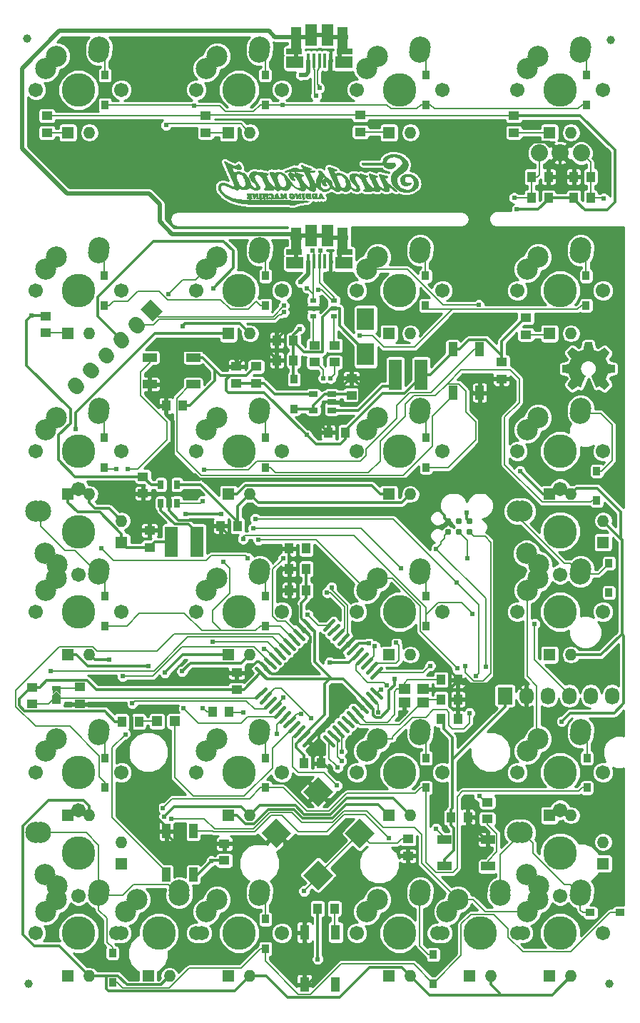
<source format=gbr>
G04 #@! TF.FileFunction,Copper,L2,Bot,Signal*
%FSLAX46Y46*%
G04 Gerber Fmt 4.6, Leading zero omitted, Abs format (unit mm)*
G04 Created by KiCad (PCBNEW 4.0.1-stable) date 4/15/2016 10:54:05 AM*
%MOMM*%
G01*
G04 APERTURE LIST*
%ADD10C,0.100000*%
%ADD11C,0.010000*%
%ADD12R,1.000000X1.250000*%
%ADD13R,1.250000X1.000000*%
%ADD14R,1.400000X1.200000*%
%ADD15R,0.650000X1.060000*%
%ADD16R,1.060000X0.650000*%
%ADD17R,0.800000X0.550000*%
%ADD18R,1.100000X1.800000*%
%ADD19C,0.784860*%
%ADD20R,0.400000X1.750000*%
%ADD21R,2.000000X1.400000*%
%ADD22R,1.300000X3.250000*%
%ADD23R,1.825000X0.700000*%
%ADD24O,1.300000X1.800000*%
%ADD25R,1.425000X2.500000*%
%ADD26O,1.000000X1.400000*%
%ADD27R,1.198880X1.198880*%
%ADD28O,1.400000X1.400000*%
%ADD29R,1.400000X1.400000*%
%ADD30R,1.000000X1.651000*%
%ADD31R,1.651000X1.000000*%
%ADD32R,1.500000X3.600000*%
%ADD33R,1.000000X1.000000*%
%ADD34R,1.000000X0.500000*%
%ADD35C,1.000000*%
%ADD36R,2.029460X2.651760*%
%ADD37R,1.000760X0.850900*%
%ADD38R,0.850900X1.000760*%
%ADD39C,0.406400*%
%ADD40C,3.987810*%
%ADD41C,1.701810*%
%ADD42C,2.500000*%
%ADD43C,2.032000*%
%ADD44C,1.727200*%
%ADD45R,1.727200X2.032000*%
%ADD46O,1.727200X2.032000*%
%ADD47C,0.609600*%
%ADD48C,0.304800*%
%ADD49C,0.508000*%
%ADD50C,0.152400*%
%ADD51C,0.254000*%
G04 APERTURE END LIST*
D10*
G36*
X157395397Y-108821288D02*
X157468951Y-108807243D01*
X157490950Y-108803327D01*
X157515577Y-108798837D01*
X157537330Y-108794676D01*
X158165310Y-108677875D01*
X158183832Y-108670182D01*
X158199890Y-108655999D01*
X158210773Y-108638695D01*
X158446959Y-108088330D01*
X158451668Y-108068466D01*
X158450628Y-108047206D01*
X158443263Y-108028821D01*
X158076232Y-107493979D01*
X158063679Y-107475512D01*
X158049483Y-107454909D01*
X158036683Y-107436688D01*
X157994547Y-107374961D01*
X157987825Y-107357042D01*
X157989564Y-107337808D01*
X157999352Y-107321366D01*
X158009195Y-107311606D01*
X158030783Y-107290099D01*
X158052207Y-107268511D01*
X158068566Y-107252234D01*
X158085007Y-107235874D01*
X158101366Y-107219351D01*
X158120617Y-107200222D01*
X158139841Y-107181089D01*
X158159048Y-107161948D01*
X158178247Y-107142793D01*
X158197445Y-107123621D01*
X158216652Y-107104428D01*
X158235877Y-107085208D01*
X158255127Y-107065958D01*
X158271390Y-107049599D01*
X158287654Y-107033158D01*
X158303917Y-107016799D01*
X158323167Y-106997549D01*
X158342392Y-106978329D01*
X158361599Y-106959136D01*
X158380797Y-106939964D01*
X158399996Y-106920809D01*
X158419203Y-106901667D01*
X158438427Y-106882535D01*
X158457678Y-106863406D01*
X158473941Y-106846883D01*
X158490204Y-106830523D01*
X158506467Y-106814246D01*
X158528152Y-106792658D01*
X158549836Y-106771151D01*
X158559692Y-106761391D01*
X158575873Y-106751589D01*
X158595011Y-106749754D01*
X158612917Y-106756216D01*
X158674643Y-106798722D01*
X158693028Y-106811262D01*
X158713549Y-106825362D01*
X158731934Y-106837902D01*
X159278229Y-107212698D01*
X159296874Y-107220419D01*
X159318230Y-107221733D01*
X159338107Y-107217133D01*
X159871835Y-106998687D01*
X159889138Y-106987900D01*
X159903321Y-106972020D01*
X159911014Y-106953593D01*
X160032988Y-106298995D01*
X160036903Y-106277256D01*
X160041394Y-106252724D01*
X160045555Y-106230984D01*
X160059231Y-106157430D01*
X160067321Y-106140140D01*
X160082065Y-106127778D01*
X160100259Y-106123055D01*
X160125379Y-106123055D01*
X160150417Y-106123055D01*
X160175291Y-106123055D01*
X160198481Y-106123055D01*
X160221589Y-106123055D01*
X160244779Y-106123055D01*
X160271946Y-106123055D01*
X160299113Y-106123055D01*
X160326280Y-106123055D01*
X160353447Y-106123055D01*
X160380614Y-106123055D01*
X160407780Y-106123055D01*
X160434947Y-106123055D01*
X160462114Y-106123055D01*
X160485126Y-106123055D01*
X160508221Y-106123055D01*
X160531233Y-106123055D01*
X160558400Y-106123055D01*
X160585566Y-106123055D01*
X160612733Y-106123055D01*
X160639900Y-106123055D01*
X160667067Y-106123055D01*
X160694234Y-106123055D01*
X160721401Y-106123055D01*
X160748568Y-106123055D01*
X160771758Y-106123055D01*
X160794866Y-106123055D01*
X160818056Y-106123055D01*
X160842930Y-106123055D01*
X160867968Y-106123055D01*
X160893088Y-106123055D01*
X160911282Y-106127778D01*
X160926025Y-106140140D01*
X160934116Y-106157430D01*
X160947792Y-106230615D01*
X160951953Y-106252614D01*
X160956444Y-106277242D01*
X160960359Y-106298995D01*
X161082333Y-106953593D01*
X161090190Y-106971855D01*
X161104291Y-106987818D01*
X161121512Y-106998687D01*
X161655240Y-107217133D01*
X161675364Y-107221487D01*
X161696719Y-107220172D01*
X161715118Y-107212698D01*
X162261413Y-106837902D01*
X162279798Y-106825362D01*
X162300319Y-106811262D01*
X162318704Y-106798722D01*
X162380430Y-106756216D01*
X162398336Y-106749741D01*
X162417474Y-106751479D01*
X162433655Y-106761021D01*
X162443511Y-106770864D01*
X162465195Y-106792452D01*
X162486880Y-106813877D01*
X162503156Y-106830400D01*
X162519515Y-106846759D01*
X162536039Y-106863036D01*
X162555167Y-106882287D01*
X162574300Y-106901512D01*
X162593441Y-106920719D01*
X162612596Y-106939917D01*
X162631768Y-106959116D01*
X162650961Y-106978323D01*
X162670180Y-106997548D01*
X162689430Y-107016799D01*
X162705789Y-107033076D01*
X162722230Y-107049435D01*
X162738589Y-107065958D01*
X162757733Y-107085102D01*
X162776902Y-107104272D01*
X162796089Y-107123459D01*
X162815285Y-107142655D01*
X162834480Y-107161850D01*
X162853667Y-107181037D01*
X162872837Y-107200207D01*
X162891981Y-107219351D01*
X162908504Y-107235710D01*
X162924863Y-107252151D01*
X162941140Y-107268511D01*
X162962728Y-107290099D01*
X162984234Y-107311606D01*
X162993995Y-107321366D01*
X163003797Y-107337794D01*
X163005631Y-107356932D01*
X162999170Y-107374592D01*
X162956664Y-107436688D01*
X162944124Y-107454909D01*
X162930024Y-107475512D01*
X162917484Y-107493979D01*
X162550454Y-108028451D01*
X162542842Y-108047083D01*
X162541802Y-108068343D01*
X162546758Y-108087960D01*
X162782204Y-108638695D01*
X162793101Y-108655999D01*
X162809255Y-108670182D01*
X162828037Y-108677875D01*
X163455647Y-108795045D01*
X163477564Y-108798960D01*
X163502110Y-108803451D01*
X163524027Y-108807612D01*
X163597950Y-108821288D01*
X163615144Y-108829379D01*
X163627328Y-108844123D01*
X163631955Y-108862316D01*
X163631955Y-108876184D01*
X163631955Y-108906725D01*
X163631955Y-108937349D01*
X163631955Y-108960540D01*
X163631955Y-108983648D01*
X163631955Y-109006838D01*
X163631955Y-109034005D01*
X163631955Y-109061172D01*
X163631955Y-109088339D01*
X163631955Y-109115507D01*
X163631955Y-109142674D01*
X163631955Y-109169841D01*
X163631955Y-109197008D01*
X163631955Y-109224175D01*
X163631955Y-109247105D01*
X163631955Y-109270118D01*
X163631955Y-109293294D01*
X163631955Y-109320461D01*
X163631955Y-109347623D01*
X163631955Y-109374776D01*
X163631955Y-109401917D01*
X163631955Y-109429040D01*
X163631955Y-109456141D01*
X163631955Y-109483217D01*
X163631955Y-109510262D01*
X163631955Y-109533548D01*
X163631955Y-109556834D01*
X163631955Y-109580120D01*
X163631955Y-109604981D01*
X163631955Y-109629923D01*
X163631955Y-109654784D01*
X163627246Y-109673224D01*
X163614980Y-109687967D01*
X163597950Y-109695811D01*
X163524396Y-109709487D01*
X163502479Y-109713663D01*
X163477934Y-109718249D01*
X163456017Y-109722424D01*
X162846887Y-109835528D01*
X162828557Y-109843482D01*
X162812855Y-109857760D01*
X162802163Y-109875078D01*
X162567826Y-110460557D01*
X162563212Y-110480517D01*
X162564431Y-110501955D01*
X162571892Y-110520436D01*
X162916745Y-111023120D01*
X162929545Y-111041506D01*
X162943741Y-111062026D01*
X162956294Y-111080412D01*
X162998800Y-111142138D01*
X163005275Y-111159798D01*
X163003537Y-111178936D01*
X162993995Y-111195364D01*
X162984139Y-111205207D01*
X162962454Y-111226795D01*
X162940770Y-111248220D01*
X162924493Y-111264743D01*
X162908134Y-111281102D01*
X162891611Y-111297379D01*
X162872467Y-111316630D01*
X162853298Y-111335854D01*
X162834111Y-111355062D01*
X162814915Y-111374260D01*
X162795720Y-111393459D01*
X162776533Y-111412666D01*
X162757363Y-111431891D01*
X162738220Y-111451142D01*
X162721696Y-111467405D01*
X162705337Y-111483668D01*
X162689060Y-111499931D01*
X162669811Y-111519182D01*
X162650591Y-111538407D01*
X162631398Y-111557614D01*
X162612226Y-111576813D01*
X162593072Y-111596011D01*
X162573930Y-111615219D01*
X162554798Y-111634443D01*
X162535669Y-111653694D01*
X162519310Y-111669957D01*
X162502869Y-111686220D01*
X162486510Y-111702484D01*
X162464922Y-111724168D01*
X162443415Y-111745853D01*
X162433655Y-111755709D01*
X162417227Y-111765251D01*
X162398089Y-111766989D01*
X162380430Y-111760514D01*
X162318334Y-111718377D01*
X162300113Y-111705660D01*
X162279510Y-111691546D01*
X162261043Y-111678828D01*
X161769452Y-111341734D01*
X161751108Y-111334177D01*
X161730135Y-111333520D01*
X161711052Y-111339516D01*
X161608668Y-111396807D01*
X161589147Y-111407540D01*
X161567079Y-111419094D01*
X161547312Y-111429334D01*
X161441601Y-111483299D01*
X161424188Y-111486967D01*
X161408253Y-111481108D01*
X161397247Y-111467035D01*
X161352153Y-111357258D01*
X161343515Y-111336819D01*
X161333809Y-111313752D01*
X161325171Y-111293313D01*
X160899002Y-110262440D01*
X160890364Y-110241824D01*
X160880658Y-110218743D01*
X160872020Y-110198126D01*
X160842081Y-110125311D01*
X160839398Y-110106611D01*
X160845257Y-110088568D01*
X160858344Y-110075043D01*
X160925984Y-110033645D01*
X160946267Y-110018352D01*
X160968490Y-110001118D01*
X160990214Y-109986463D01*
X161011492Y-109971200D01*
X161032310Y-109955343D01*
X161052653Y-109938903D01*
X161072509Y-109921892D01*
X161091862Y-109904322D01*
X161110698Y-109886206D01*
X161129004Y-109867556D01*
X161146765Y-109848383D01*
X161163967Y-109828700D01*
X161180596Y-109808519D01*
X161196638Y-109787851D01*
X161212079Y-109766710D01*
X161226904Y-109745107D01*
X161241099Y-109723054D01*
X161254651Y-109700564D01*
X161267545Y-109677648D01*
X161279767Y-109654318D01*
X161291303Y-109630588D01*
X161302139Y-109606467D01*
X161312260Y-109581970D01*
X161321653Y-109557108D01*
X161330303Y-109531892D01*
X161338197Y-109506336D01*
X161345319Y-109480451D01*
X161351657Y-109454249D01*
X161357195Y-109427743D01*
X161361920Y-109400944D01*
X161365818Y-109373865D01*
X161368874Y-109346517D01*
X161371075Y-109318913D01*
X161372405Y-109291065D01*
X161372852Y-109262985D01*
X161372450Y-109236202D01*
X161371252Y-109209617D01*
X161369269Y-109183243D01*
X161366513Y-109157092D01*
X161362995Y-109131174D01*
X161358727Y-109105502D01*
X161353720Y-109080086D01*
X161347986Y-109054939D01*
X161341535Y-109030071D01*
X161334381Y-109005494D01*
X161326534Y-108981220D01*
X161318005Y-108957261D01*
X161308806Y-108933626D01*
X161298949Y-108910329D01*
X161288444Y-108887381D01*
X161277305Y-108864792D01*
X161265541Y-108842575D01*
X161253164Y-108820741D01*
X161240187Y-108799301D01*
X161226620Y-108778267D01*
X161212475Y-108757651D01*
X161197763Y-108737464D01*
X161182496Y-108717717D01*
X161166686Y-108698421D01*
X161150343Y-108679590D01*
X161133479Y-108661233D01*
X161116106Y-108643362D01*
X161098236Y-108625989D01*
X161079879Y-108609125D01*
X161061047Y-108592782D01*
X161041752Y-108576972D01*
X161022006Y-108561705D01*
X161001818Y-108546993D01*
X160981202Y-108532847D01*
X160960169Y-108519280D01*
X160938729Y-108506303D01*
X160916895Y-108493926D01*
X160894678Y-108482162D01*
X160872090Y-108471023D01*
X160849142Y-108460518D01*
X160825845Y-108450661D01*
X160802211Y-108441462D01*
X160778251Y-108432933D01*
X160753977Y-108425085D01*
X160729401Y-108417931D01*
X160704533Y-108411481D01*
X160679386Y-108405746D01*
X160653971Y-108400739D01*
X160628298Y-108396471D01*
X160602381Y-108392953D01*
X160576230Y-108390197D01*
X160549856Y-108388214D01*
X160523272Y-108387016D01*
X160496489Y-108386614D01*
X160469705Y-108387016D01*
X160443121Y-108388214D01*
X160416747Y-108390197D01*
X160390596Y-108392953D01*
X160364679Y-108396471D01*
X160339007Y-108400739D01*
X160313591Y-108405746D01*
X160288444Y-108411481D01*
X160263576Y-108417931D01*
X160239000Y-108425085D01*
X160214726Y-108432933D01*
X160190767Y-108441462D01*
X160167133Y-108450661D01*
X160143836Y-108460518D01*
X160120887Y-108471023D01*
X160098299Y-108482162D01*
X160076082Y-108493926D01*
X160054248Y-108506303D01*
X160032809Y-108519280D01*
X160011775Y-108532847D01*
X159991159Y-108546993D01*
X159970972Y-108561705D01*
X159951225Y-108576972D01*
X159931930Y-108592782D01*
X159913098Y-108609125D01*
X159894741Y-108625989D01*
X159876871Y-108643362D01*
X159859498Y-108661233D01*
X159842635Y-108679590D01*
X159826292Y-108698421D01*
X159810481Y-108717717D01*
X159795214Y-108737464D01*
X159780502Y-108757651D01*
X159766357Y-108778267D01*
X159752790Y-108799301D01*
X159739813Y-108820741D01*
X159727437Y-108842575D01*
X159715673Y-108864792D01*
X159704533Y-108887381D01*
X159694029Y-108910329D01*
X159684171Y-108933626D01*
X159674973Y-108957261D01*
X159666444Y-108981220D01*
X159658596Y-109005494D01*
X159651442Y-109030071D01*
X159644992Y-109054939D01*
X159639257Y-109080086D01*
X159634250Y-109105502D01*
X159629982Y-109131174D01*
X159626464Y-109157092D01*
X159623708Y-109183243D01*
X159621725Y-109209617D01*
X159620527Y-109236202D01*
X159620125Y-109262985D01*
X159620572Y-109291065D01*
X159621903Y-109318913D01*
X159624103Y-109346517D01*
X159627159Y-109373865D01*
X159631057Y-109400944D01*
X159635782Y-109427743D01*
X159641320Y-109454249D01*
X159647658Y-109480451D01*
X159654780Y-109506336D01*
X159662674Y-109531892D01*
X159671324Y-109557108D01*
X159680717Y-109581970D01*
X159690838Y-109606467D01*
X159701674Y-109630588D01*
X159713210Y-109654318D01*
X159725432Y-109677648D01*
X159738326Y-109700564D01*
X159751878Y-109723054D01*
X159766074Y-109745107D01*
X159780899Y-109766710D01*
X159796339Y-109787851D01*
X159812381Y-109808519D01*
X159829010Y-109828700D01*
X159846212Y-109848383D01*
X159863973Y-109867556D01*
X159882279Y-109886206D01*
X159901116Y-109904322D01*
X159920469Y-109921892D01*
X159940324Y-109938903D01*
X159960668Y-109955343D01*
X159981486Y-109971200D01*
X160002763Y-109986463D01*
X160024487Y-110001118D01*
X160046895Y-110018213D01*
X160067363Y-110033645D01*
X160134633Y-110075043D01*
X160147720Y-110088568D01*
X160153579Y-110106611D01*
X160150896Y-110125311D01*
X160120957Y-110198126D01*
X160112415Y-110218743D01*
X160102887Y-110241824D01*
X160094345Y-110262440D01*
X159667806Y-111293313D01*
X159659264Y-111313752D01*
X159649736Y-111336819D01*
X159641193Y-111357258D01*
X159595730Y-111467035D01*
X159584806Y-111481108D01*
X159568954Y-111486967D01*
X159551376Y-111483299D01*
X159445666Y-111429334D01*
X159425884Y-111419094D01*
X159403721Y-111407540D01*
X159383940Y-111396807D01*
X159281925Y-111339516D01*
X159262842Y-111333356D01*
X159241869Y-111334095D01*
X159223526Y-111341734D01*
X158731934Y-111678828D01*
X158713549Y-111691546D01*
X158693028Y-111705660D01*
X158674643Y-111718377D01*
X158612917Y-111760514D01*
X158595011Y-111766989D01*
X158575873Y-111765251D01*
X158559692Y-111755709D01*
X158544250Y-111740267D01*
X158525359Y-111721376D01*
X158506467Y-111702484D01*
X158490204Y-111686220D01*
X158473941Y-111669957D01*
X158457678Y-111653694D01*
X158438427Y-111634443D01*
X158419203Y-111615219D01*
X158399996Y-111596011D01*
X158380797Y-111576813D01*
X158361599Y-111557614D01*
X158342392Y-111538407D01*
X158323167Y-111519182D01*
X158303917Y-111499931D01*
X158287654Y-111483654D01*
X158271390Y-111467295D01*
X158255127Y-111450772D01*
X158235877Y-111431628D01*
X158216652Y-111412458D01*
X158197445Y-111393271D01*
X158178247Y-111374076D01*
X158159048Y-111354880D01*
X158139841Y-111335693D01*
X158120617Y-111316523D01*
X158101366Y-111297379D01*
X158085007Y-111280856D01*
X158068566Y-111264497D01*
X158052207Y-111248220D01*
X158030783Y-111226631D01*
X158009195Y-111205125D01*
X157999352Y-111195364D01*
X157989564Y-111178936D01*
X157987825Y-111159798D01*
X157994547Y-111142138D01*
X158036683Y-111080412D01*
X158049483Y-111062026D01*
X158063679Y-111041506D01*
X158076232Y-111023120D01*
X158421086Y-110520436D01*
X158428560Y-110501955D01*
X158429874Y-110480517D01*
X158425521Y-110460557D01*
X158190814Y-109875078D01*
X158180382Y-109857678D01*
X158164776Y-109843318D01*
X158146460Y-109835528D01*
X157537330Y-109722424D01*
X157515413Y-109718167D01*
X157490868Y-109713499D01*
X157468951Y-109709487D01*
X157395397Y-109695811D01*
X157378203Y-109687967D01*
X157366019Y-109673224D01*
X157361392Y-109654784D01*
X157361392Y-109629923D01*
X157361392Y-109604981D01*
X157361392Y-109580120D01*
X157361392Y-109556834D01*
X157361392Y-109533548D01*
X157361392Y-109510262D01*
X157361392Y-109483217D01*
X157361392Y-109456141D01*
X157361392Y-109429040D01*
X157361392Y-109401917D01*
X157361392Y-109374776D01*
X157361392Y-109347623D01*
X157361392Y-109320461D01*
X157361392Y-109293294D01*
X157361392Y-109270118D01*
X157361392Y-109247105D01*
X157361392Y-109224175D01*
X157361392Y-109197008D01*
X157361392Y-109169841D01*
X157361392Y-109142674D01*
X157361392Y-109115507D01*
X157361392Y-109088339D01*
X157361392Y-109061172D01*
X157361392Y-109034005D01*
X157361392Y-109006838D01*
X157361392Y-108983648D01*
X157361392Y-108960540D01*
X157361392Y-108937349D01*
X157361392Y-108906725D01*
X157361392Y-108876184D01*
X157361392Y-108862316D01*
X157366019Y-108844123D01*
X157378203Y-108829379D01*
X157395397Y-108821288D01*
X157395397Y-108821288D01*
G37*
D11*
G36*
X117295136Y-84676455D02*
X117287996Y-84679137D01*
X117283184Y-84684574D01*
X117280997Y-84693647D01*
X117281735Y-84707235D01*
X117285696Y-84726217D01*
X117293179Y-84751472D01*
X117304481Y-84783879D01*
X117319902Y-84824317D01*
X117339739Y-84873666D01*
X117364291Y-84932805D01*
X117393856Y-85002613D01*
X117428734Y-85083969D01*
X117469222Y-85177752D01*
X117515619Y-85284841D01*
X117568223Y-85406116D01*
X117600859Y-85481376D01*
X117664168Y-85627377D01*
X117721239Y-85758930D01*
X117772556Y-85877127D01*
X117818601Y-85983063D01*
X117859856Y-86077833D01*
X117896803Y-86162530D01*
X117929924Y-86238248D01*
X117959702Y-86306081D01*
X117986619Y-86367125D01*
X118011157Y-86422472D01*
X118033798Y-86473217D01*
X118055025Y-86520454D01*
X118075320Y-86565277D01*
X118095164Y-86608780D01*
X118115041Y-86652057D01*
X118135433Y-86696203D01*
X118152635Y-86733300D01*
X118203650Y-86843619D01*
X118247788Y-86940129D01*
X118285628Y-87024225D01*
X118317750Y-87097301D01*
X118344734Y-87160751D01*
X118367159Y-87215970D01*
X118385605Y-87264351D01*
X118400652Y-87307289D01*
X118412879Y-87346179D01*
X118422866Y-87382414D01*
X118423391Y-87384471D01*
X118436629Y-87450781D01*
X118439351Y-87505161D01*
X118431187Y-87547827D01*
X118411769Y-87578995D01*
X118380727Y-87598878D01*
X118337693Y-87607692D01*
X118282297Y-87605652D01*
X118214171Y-87592973D01*
X118132945Y-87569871D01*
X118115197Y-87564052D01*
X118067195Y-87546958D01*
X118009899Y-87524913D01*
X117949273Y-87500304D01*
X117891284Y-87475517D01*
X117868831Y-87465483D01*
X117816133Y-87441567D01*
X117760762Y-87416468D01*
X117707886Y-87392525D01*
X117662672Y-87372078D01*
X117644533Y-87363889D01*
X117517390Y-87311920D01*
X117393838Y-87272089D01*
X117274993Y-87244509D01*
X117161971Y-87229294D01*
X117055888Y-87226559D01*
X116957861Y-87236419D01*
X116869005Y-87258987D01*
X116819172Y-87279334D01*
X116744397Y-87324076D01*
X116680879Y-87381280D01*
X116629229Y-87450243D01*
X116590056Y-87530260D01*
X116581684Y-87553707D01*
X116560385Y-87644109D01*
X116553704Y-87740646D01*
X116561283Y-87841554D01*
X116582762Y-87945072D01*
X116617779Y-88049436D01*
X116665975Y-88152884D01*
X116723726Y-88248834D01*
X116766537Y-88307592D01*
X116820400Y-88373856D01*
X116882798Y-88444999D01*
X116951214Y-88518394D01*
X117023133Y-88591415D01*
X117096037Y-88661436D01*
X117167410Y-88725830D01*
X117233899Y-88781306D01*
X117367807Y-88882401D01*
X117505075Y-88975139D01*
X117649667Y-89061983D01*
X117805549Y-89145397D01*
X117875957Y-89180300D01*
X118030430Y-89251779D01*
X118185543Y-89316300D01*
X118344772Y-89375095D01*
X118511596Y-89429397D01*
X118689492Y-89480435D01*
X118817166Y-89513558D01*
X118988319Y-89553904D01*
X119163634Y-89590395D01*
X119344569Y-89623212D01*
X119532583Y-89652539D01*
X119729134Y-89678557D01*
X119935681Y-89701449D01*
X120153680Y-89721398D01*
X120384591Y-89738586D01*
X120629872Y-89753196D01*
X120798366Y-89761426D01*
X120856800Y-89763550D01*
X120930426Y-89765402D01*
X121017509Y-89766983D01*
X121116309Y-89768292D01*
X121225088Y-89769331D01*
X121342110Y-89770100D01*
X121465636Y-89770599D01*
X121593928Y-89770828D01*
X121725249Y-89770789D01*
X121857861Y-89770481D01*
X121990025Y-89769906D01*
X122120005Y-89769063D01*
X122246062Y-89767953D01*
X122366458Y-89766577D01*
X122479456Y-89764935D01*
X122583318Y-89763027D01*
X122673733Y-89760922D01*
X122801348Y-89757814D01*
X122935146Y-89755019D01*
X123073436Y-89752547D01*
X123214522Y-89750406D01*
X123356712Y-89748608D01*
X123498312Y-89747161D01*
X123637629Y-89746075D01*
X123772969Y-89745361D01*
X123902640Y-89745027D01*
X124024946Y-89745083D01*
X124138196Y-89745540D01*
X124240696Y-89746406D01*
X124330751Y-89747692D01*
X124406670Y-89749407D01*
X124447499Y-89750752D01*
X124604462Y-89757458D01*
X124746780Y-89764995D01*
X124876730Y-89773547D01*
X124996589Y-89783296D01*
X125108634Y-89794425D01*
X125215140Y-89807117D01*
X125305592Y-89819650D01*
X125368822Y-89828291D01*
X125418865Y-89833317D01*
X125459057Y-89834793D01*
X125492740Y-89832785D01*
X125523253Y-89827361D01*
X125535466Y-89824208D01*
X125562603Y-89815329D01*
X125597662Y-89802097D01*
X125633223Y-89787317D01*
X125634443Y-89786781D01*
X125718742Y-89751408D01*
X125805251Y-89718793D01*
X125895522Y-89688570D01*
X125991110Y-89660373D01*
X126093569Y-89633836D01*
X126204452Y-89608593D01*
X126325312Y-89584278D01*
X126457704Y-89560526D01*
X126603181Y-89536970D01*
X126763298Y-89513244D01*
X126843566Y-89501997D01*
X126949781Y-89487113D01*
X127040093Y-89473908D01*
X127115431Y-89462203D01*
X127176723Y-89451818D01*
X127224896Y-89442576D01*
X127260881Y-89434296D01*
X127285603Y-89426800D01*
X127299993Y-89419908D01*
X127304979Y-89413443D01*
X127305000Y-89413000D01*
X127297562Y-89406481D01*
X127278410Y-89398154D01*
X127260550Y-89392418D01*
X127213298Y-89381296D01*
X127151889Y-89370720D01*
X127076094Y-89360676D01*
X126985683Y-89351150D01*
X126880429Y-89342129D01*
X126760102Y-89333600D01*
X126624475Y-89325550D01*
X126473318Y-89317964D01*
X126306404Y-89310830D01*
X126123503Y-89304134D01*
X125924388Y-89297862D01*
X125708829Y-89292002D01*
X125476597Y-89286539D01*
X125446566Y-89285887D01*
X125346984Y-89283937D01*
X125231717Y-89282019D01*
X125102014Y-89280140D01*
X124959123Y-89278310D01*
X124804294Y-89276535D01*
X124638775Y-89274823D01*
X124463814Y-89273182D01*
X124280661Y-89271619D01*
X124090564Y-89270143D01*
X123894771Y-89268760D01*
X123694532Y-89267480D01*
X123491094Y-89266308D01*
X123285708Y-89265253D01*
X123079620Y-89264324D01*
X122874080Y-89263526D01*
X122670337Y-89262869D01*
X122469639Y-89262360D01*
X122273235Y-89262006D01*
X122082374Y-89261815D01*
X121898303Y-89261795D01*
X121722273Y-89261954D01*
X121602699Y-89262180D01*
X120468166Y-89264833D01*
X119909366Y-89232964D01*
X119780549Y-89225589D01*
X119667243Y-89219030D01*
X119568054Y-89213188D01*
X119481585Y-89207963D01*
X119406439Y-89203257D01*
X119341220Y-89198972D01*
X119284532Y-89195008D01*
X119234979Y-89191267D01*
X119191163Y-89187649D01*
X119151690Y-89184056D01*
X119115163Y-89180389D01*
X119080185Y-89176549D01*
X119045360Y-89172438D01*
X119033066Y-89170931D01*
X118787098Y-89134883D01*
X118552350Y-89088979D01*
X118329277Y-89033379D01*
X118118333Y-88968241D01*
X117919970Y-88893724D01*
X117734644Y-88809989D01*
X117562807Y-88717194D01*
X117404913Y-88615500D01*
X117360956Y-88583742D01*
X117251104Y-88496139D01*
X117152341Y-88404890D01*
X117065319Y-88311015D01*
X116990686Y-88215532D01*
X116929092Y-88119457D01*
X116881188Y-88023809D01*
X116847622Y-87929605D01*
X116829045Y-87837865D01*
X116826106Y-87749605D01*
X116826319Y-87746212D01*
X116838640Y-87671256D01*
X116864310Y-87606022D01*
X116902325Y-87551251D01*
X116951679Y-87507684D01*
X117011367Y-87476061D01*
X117080383Y-87457125D01*
X117157722Y-87451617D01*
X117219306Y-87456562D01*
X117260027Y-87463232D01*
X117300593Y-87472151D01*
X117343353Y-87484138D01*
X117390653Y-87500009D01*
X117444840Y-87520582D01*
X117508261Y-87546673D01*
X117583265Y-87579100D01*
X117627421Y-87598648D01*
X117791366Y-87671122D01*
X117940907Y-87736077D01*
X118076695Y-87793751D01*
X118199378Y-87844381D01*
X118309605Y-87888205D01*
X118408027Y-87925462D01*
X118495291Y-87956388D01*
X118572047Y-87981222D01*
X118638944Y-88000202D01*
X118696631Y-88013566D01*
X118745758Y-88021551D01*
X118786974Y-88024395D01*
X118789367Y-88024408D01*
X118820391Y-88023853D01*
X118841320Y-88020397D01*
X118858912Y-88011469D01*
X118879925Y-87994499D01*
X118888941Y-87986537D01*
X118918797Y-87960774D01*
X118943602Y-87942518D01*
X118967336Y-87930512D01*
X118993976Y-87923498D01*
X119027501Y-87920218D01*
X119071888Y-87919416D01*
X119100799Y-87919562D01*
X119144852Y-87920344D01*
X119183133Y-87922272D01*
X119219941Y-87925898D01*
X119259571Y-87931775D01*
X119306321Y-87940456D01*
X119364488Y-87952493D01*
X119375966Y-87954943D01*
X119480562Y-87976013D01*
X119571558Y-87991270D01*
X119651209Y-88000844D01*
X119721771Y-88004865D01*
X119785500Y-88003462D01*
X119844652Y-87996765D01*
X119900899Y-87985051D01*
X119949301Y-87970352D01*
X119994564Y-87950902D01*
X120040591Y-87924555D01*
X120091285Y-87889161D01*
X120130677Y-87858622D01*
X120177420Y-87822658D01*
X120215097Y-87797439D01*
X120246658Y-87781782D01*
X120275057Y-87774502D01*
X120303245Y-87774418D01*
X120329124Y-87779091D01*
X120358866Y-87789107D01*
X120393762Y-87804939D01*
X120419123Y-87818950D01*
X120476951Y-87853907D01*
X120524479Y-87881426D01*
X120565479Y-87903494D01*
X120603720Y-87922096D01*
X120642973Y-87939218D01*
X120662899Y-87947342D01*
X120768408Y-87984535D01*
X120875203Y-88012601D01*
X120980007Y-88030993D01*
X121079541Y-88039167D01*
X121170527Y-88036578D01*
X121187931Y-88034655D01*
X121258414Y-88022612D01*
X121315781Y-88005366D01*
X121363391Y-87981623D01*
X121402378Y-87952111D01*
X121442021Y-87906239D01*
X121466838Y-87853114D01*
X121476836Y-87792534D01*
X121472024Y-87724301D01*
X121452410Y-87648214D01*
X121418028Y-87564130D01*
X121391268Y-87510803D01*
X121361285Y-87457661D01*
X121326357Y-87402062D01*
X121284760Y-87341363D01*
X121234773Y-87272922D01*
X121188509Y-87212020D01*
X121113974Y-87113270D01*
X121050593Y-87024819D01*
X120997546Y-86944992D01*
X120954010Y-86872116D01*
X120919165Y-86804517D01*
X120892189Y-86740521D01*
X120872261Y-86678455D01*
X120858561Y-86616644D01*
X120850266Y-86553416D01*
X120847709Y-86517400D01*
X120845979Y-86474716D01*
X120846372Y-86443748D01*
X120849405Y-86419357D01*
X120855591Y-86396400D01*
X120861452Y-86380063D01*
X120889802Y-86327409D01*
X120931699Y-86279707D01*
X120983812Y-86240548D01*
X120998554Y-86232247D01*
X121019610Y-86221808D01*
X121038362Y-86214946D01*
X121059247Y-86210917D01*
X121086701Y-86208980D01*
X121125163Y-86208392D01*
X121141266Y-86208367D01*
X121184918Y-86208714D01*
X121216642Y-86210309D01*
X121241440Y-86213981D01*
X121264311Y-86220557D01*
X121290258Y-86230867D01*
X121298500Y-86234424D01*
X121385861Y-86280865D01*
X121472404Y-86343499D01*
X121557395Y-86421590D01*
X121640102Y-86514397D01*
X121719794Y-86621183D01*
X121788237Y-86728470D01*
X121810529Y-86766438D01*
X121830902Y-86802236D01*
X121850381Y-86837951D01*
X121869993Y-86875669D01*
X121890765Y-86917477D01*
X121913724Y-86965461D01*
X121939895Y-87021707D01*
X121970306Y-87088303D01*
X122005983Y-87167334D01*
X122025128Y-87209960D01*
X122070394Y-87311303D01*
X122108831Y-87398513D01*
X122140830Y-87472773D01*
X122166783Y-87535266D01*
X122187083Y-87587174D01*
X122202122Y-87629680D01*
X122212291Y-87663967D01*
X122217983Y-87691219D01*
X122219589Y-87712618D01*
X122217502Y-87729347D01*
X122212114Y-87742589D01*
X122204889Y-87752367D01*
X122190839Y-87762673D01*
X122165150Y-87776987D01*
X122131944Y-87793128D01*
X122107279Y-87803990D01*
X122048125Y-87830534D01*
X122004690Y-87853578D01*
X121977186Y-87872986D01*
X121965829Y-87888619D01*
X121966141Y-87894656D01*
X121970394Y-87914145D01*
X121970999Y-87923535D01*
X121977926Y-87943624D01*
X121996077Y-87967420D01*
X122021511Y-87991096D01*
X122050288Y-88010829D01*
X122070867Y-88020448D01*
X122115328Y-88031245D01*
X122175206Y-88037552D01*
X122249585Y-88039350D01*
X122337550Y-88036616D01*
X122438183Y-88029330D01*
X122442225Y-88028965D01*
X122545560Y-88021197D01*
X122636467Y-88018127D01*
X122718814Y-88019862D01*
X122796473Y-88026508D01*
X122873312Y-88038173D01*
X122889831Y-88041294D01*
X122933767Y-88049592D01*
X122965056Y-88054528D01*
X122987601Y-88056321D01*
X123005305Y-88055191D01*
X123022069Y-88051360D01*
X123029278Y-88049154D01*
X123066814Y-88029104D01*
X123093099Y-87996424D01*
X123108157Y-87951078D01*
X123109290Y-87944258D01*
X123113555Y-87923383D01*
X123120808Y-87910949D01*
X123134150Y-87906118D01*
X123156682Y-87908053D01*
X123191506Y-87915917D01*
X123203237Y-87918902D01*
X123260319Y-87937412D01*
X123312727Y-87963377D01*
X123365166Y-87999465D01*
X123407205Y-88034657D01*
X123456259Y-88075505D01*
X123498649Y-88103638D01*
X123537625Y-88120070D01*
X123576436Y-88125816D01*
X123618330Y-88121891D01*
X123656341Y-88112441D01*
X123698325Y-88097227D01*
X123749893Y-88074255D01*
X123806868Y-88045633D01*
X123865073Y-88013473D01*
X123920331Y-87979884D01*
X123925980Y-87976238D01*
X123997126Y-87930023D01*
X124095313Y-87976353D01*
X124218903Y-88029365D01*
X124334293Y-88067805D01*
X124441842Y-88091716D01*
X124541910Y-88101136D01*
X124634856Y-88096106D01*
X124721041Y-88076665D01*
X124781933Y-88052425D01*
X124819997Y-88028967D01*
X124862753Y-87994059D01*
X124906830Y-87951144D01*
X124948857Y-87903663D01*
X124985464Y-87855057D01*
X125001282Y-87830066D01*
X123046276Y-87830066D01*
X123045064Y-87831190D01*
X123026455Y-87835983D01*
X122997753Y-87834935D01*
X122964440Y-87828853D01*
X122931997Y-87818542D01*
X122919004Y-87812666D01*
X122885534Y-87791729D01*
X122851920Y-87764108D01*
X122820764Y-87732805D01*
X122794668Y-87700821D01*
X122776232Y-87671155D01*
X122768059Y-87646808D01*
X122768317Y-87638867D01*
X122772692Y-87634163D01*
X122783921Y-87637190D01*
X122804238Y-87648946D01*
X122830366Y-87666577D01*
X122862828Y-87689140D01*
X122903259Y-87717200D01*
X122945701Y-87746624D01*
X122973098Y-87765597D01*
X123009915Y-87791802D01*
X123033514Y-87810489D01*
X123045199Y-87822847D01*
X123046276Y-87830066D01*
X125001282Y-87830066D01*
X125004173Y-87825500D01*
X125021028Y-87794313D01*
X125042272Y-87751849D01*
X125065809Y-87702472D01*
X125089541Y-87650548D01*
X125103833Y-87618067D01*
X125123662Y-87572710D01*
X125141580Y-87532654D01*
X125156372Y-87500539D01*
X125166824Y-87479008D01*
X125171496Y-87470884D01*
X125175523Y-87468978D01*
X125182582Y-87469885D01*
X125194004Y-87474389D01*
X125211123Y-87483274D01*
X125235269Y-87497325D01*
X125267776Y-87517327D01*
X125309976Y-87544064D01*
X125363201Y-87578319D01*
X125428782Y-87620879D01*
X125452991Y-87636637D01*
X125565150Y-87709070D01*
X125665680Y-87772630D01*
X125756574Y-87828509D01*
X125839824Y-87877895D01*
X125917422Y-87921979D01*
X125991360Y-87961949D01*
X126039233Y-87986710D01*
X126163266Y-88046459D01*
X126276243Y-88093941D01*
X126378679Y-88129254D01*
X126471083Y-88152499D01*
X126553969Y-88163775D01*
X126627849Y-88163182D01*
X126693235Y-88150818D01*
X126750639Y-88126783D01*
X126753225Y-88125325D01*
X126795225Y-88094719D01*
X126829469Y-88054499D01*
X126856914Y-88002913D01*
X126878515Y-87938206D01*
X126893709Y-87867528D01*
X126903010Y-87823801D01*
X126913809Y-87788488D01*
X126925083Y-87764253D01*
X126935810Y-87753759D01*
X126937451Y-87753534D01*
X126953067Y-87759341D01*
X126979792Y-87776318D01*
X127016626Y-87803802D01*
X127034217Y-87817792D01*
X127082216Y-87853261D01*
X127142977Y-87893053D01*
X127213413Y-87935526D01*
X127290437Y-87979037D01*
X127370962Y-88021944D01*
X127451903Y-88062605D01*
X127530172Y-88099376D01*
X127602683Y-88130617D01*
X127666350Y-88154683D01*
X127669066Y-88155608D01*
X127713820Y-88170241D01*
X127748525Y-88179846D01*
X127778933Y-88185479D01*
X127810797Y-88188198D01*
X127849870Y-88189060D01*
X127851100Y-88189068D01*
X127895087Y-88188547D01*
X127926671Y-88185977D01*
X127950315Y-88180762D01*
X127968272Y-88173427D01*
X128003338Y-88147080D01*
X128032663Y-88106802D01*
X128054406Y-88055137D01*
X128054881Y-88053576D01*
X128061536Y-88019024D01*
X128065462Y-87970493D01*
X128066664Y-87910714D01*
X128065147Y-87842418D01*
X128060916Y-87768338D01*
X128054251Y-87693808D01*
X128049944Y-87650535D01*
X128046761Y-87613617D01*
X128044930Y-87586145D01*
X128044681Y-87571209D01*
X128045059Y-87569451D01*
X128055201Y-87570280D01*
X128076345Y-87582247D01*
X128108662Y-87605489D01*
X128152322Y-87640139D01*
X128207496Y-87686333D01*
X128274353Y-87744205D01*
X128346400Y-87807942D01*
X128437179Y-87886290D01*
X128520602Y-87952558D01*
X128599098Y-88008488D01*
X128675094Y-88055824D01*
X128741983Y-88091829D01*
X128864758Y-88145505D01*
X128985695Y-88182612D01*
X129105068Y-88203107D01*
X129223150Y-88206949D01*
X129340213Y-88194097D01*
X129456530Y-88164509D01*
X129572376Y-88118144D01*
X129688022Y-88054961D01*
X129803742Y-87974917D01*
X129871464Y-87920358D01*
X129911890Y-87886348D01*
X129941782Y-87861957D01*
X129963338Y-87845644D01*
X129978759Y-87835866D01*
X129990244Y-87831080D01*
X129999991Y-87829744D01*
X130000658Y-87829740D01*
X130012843Y-87834782D01*
X130035862Y-87848834D01*
X130067353Y-87870289D01*
X130104959Y-87897540D01*
X130145566Y-87928396D01*
X130245319Y-88003645D01*
X130335488Y-88066705D01*
X130417485Y-88118265D01*
X130492721Y-88159012D01*
X130562607Y-88189635D01*
X130628556Y-88210822D01*
X130691979Y-88223262D01*
X130754287Y-88227644D01*
X130759217Y-88227667D01*
X130798328Y-88225848D01*
X130837708Y-88221087D01*
X130867817Y-88214672D01*
X130915518Y-88194694D01*
X130966022Y-88163734D01*
X131013911Y-88125617D01*
X131053770Y-88084165D01*
X131055156Y-88082446D01*
X131092680Y-88035575D01*
X131186390Y-88080036D01*
X131310279Y-88133774D01*
X131425548Y-88173282D01*
X131532585Y-88198667D01*
X131631780Y-88210037D01*
X131661618Y-88210734D01*
X131728122Y-88207999D01*
X131785323Y-88198792D01*
X131840106Y-88181605D01*
X131885466Y-88161750D01*
X131910046Y-88149125D01*
X131932569Y-88135261D01*
X131955650Y-88118006D01*
X131981903Y-88095206D01*
X132013945Y-88064708D01*
X132054390Y-88024360D01*
X132063266Y-88015376D01*
X132107756Y-87970645D01*
X132142455Y-87936819D01*
X132169155Y-87912448D01*
X132189648Y-87896085D01*
X132205724Y-87886280D01*
X132219176Y-87881587D01*
X132230049Y-87880534D01*
X132243603Y-87885630D01*
X132265756Y-87899156D01*
X132292298Y-87918467D01*
X132299312Y-87924039D01*
X132409876Y-88006569D01*
X132521022Y-88076030D01*
X132631610Y-88131990D01*
X132740505Y-88174014D01*
X132846568Y-88201668D01*
X132948661Y-88214520D01*
X133045646Y-88212135D01*
X133052990Y-88211292D01*
X133133302Y-88196791D01*
X133199956Y-88174257D01*
X133253060Y-88143345D01*
X133292722Y-88103710D01*
X133319052Y-88055006D01*
X133332156Y-87996890D01*
X133332144Y-87929016D01*
X133319124Y-87851039D01*
X133293204Y-87762614D01*
X133254492Y-87663397D01*
X133237215Y-87624465D01*
X133217000Y-87582053D01*
X133193027Y-87535398D01*
X133164362Y-87482866D01*
X133130073Y-87422827D01*
X133089228Y-87353648D01*
X133040894Y-87273697D01*
X132984139Y-87181344D01*
X132981947Y-87177800D01*
X132933401Y-87099116D01*
X132892975Y-87032939D01*
X132859745Y-86977462D01*
X132832786Y-86930876D01*
X132811173Y-86891375D01*
X132793982Y-86857150D01*
X132780288Y-86826393D01*
X132769166Y-86797296D01*
X132759692Y-86768052D01*
X132750942Y-86736853D01*
X132745325Y-86715145D01*
X132736691Y-86667261D01*
X132732787Y-86614432D01*
X132733749Y-86563311D01*
X132739714Y-86520551D01*
X132741210Y-86514684D01*
X132761518Y-86471726D01*
X132794997Y-86435917D01*
X132838691Y-86409233D01*
X132889649Y-86393649D01*
X132927049Y-86390400D01*
X132984114Y-86396632D01*
X133048937Y-86414424D01*
X133118323Y-86442424D01*
X133189077Y-86479278D01*
X133258005Y-86523633D01*
X133280221Y-86540002D01*
X133362217Y-86610111D01*
X133437755Y-86690840D01*
X133507950Y-86783688D01*
X133573916Y-86890153D01*
X133636770Y-87011731D01*
X133645872Y-87031092D01*
X133671601Y-87086006D01*
X133702166Y-87150513D01*
X133734899Y-87219029D01*
X133767132Y-87285966D01*
X133792741Y-87338667D01*
X133843425Y-87445049D01*
X133885293Y-87538999D01*
X133918930Y-87622169D01*
X133944916Y-87696215D01*
X133963835Y-87762789D01*
X133976268Y-87823546D01*
X133982651Y-87878026D01*
X133984719Y-87918560D01*
X133982637Y-87948131D01*
X133974120Y-87969412D01*
X133956882Y-87985078D01*
X133928640Y-87997805D01*
X133887108Y-88010265D01*
X133864625Y-88016200D01*
X133827612Y-88031028D01*
X133800479Y-88052137D01*
X133784413Y-88076848D01*
X133780601Y-88102479D01*
X133790230Y-88126349D01*
X133808684Y-88142544D01*
X133846883Y-88160415D01*
X133899333Y-88177088D01*
X133963373Y-88192227D01*
X134036344Y-88205496D01*
X134115585Y-88216557D01*
X134198435Y-88225075D01*
X134282235Y-88230713D01*
X134364324Y-88233134D01*
X134442042Y-88232003D01*
X134491872Y-88228962D01*
X134590880Y-88217726D01*
X134674801Y-88201653D01*
X134744903Y-88180311D01*
X134802449Y-88153267D01*
X134848706Y-88120088D01*
X134869065Y-88099881D01*
X134888949Y-88078571D01*
X134901737Y-88068258D01*
X134911218Y-88066967D01*
X134921176Y-88072718D01*
X134935877Y-88081923D01*
X134961385Y-88096153D01*
X134993299Y-88112992D01*
X135009666Y-88121324D01*
X135120938Y-88172623D01*
X135224171Y-88210363D01*
X135320868Y-88234978D01*
X135412528Y-88246900D01*
X135449933Y-88248227D01*
X135510777Y-88246378D01*
X135558558Y-88239191D01*
X135596598Y-88225613D01*
X135628216Y-88204588D01*
X135647906Y-88185319D01*
X135669449Y-88156872D01*
X135683827Y-88125400D01*
X135691873Y-88087348D01*
X135694421Y-88039163D01*
X135693136Y-87992431D01*
X135692286Y-87974189D01*
X134737503Y-87974189D01*
X134731643Y-87978102D01*
X134716038Y-87974443D01*
X134692916Y-87966070D01*
X134665014Y-87953723D01*
X134656920Y-87949723D01*
X134608612Y-87916836D01*
X134569770Y-87873778D01*
X134550388Y-87839708D01*
X134541411Y-87817722D01*
X134536916Y-87803261D01*
X134536942Y-87800412D01*
X134548610Y-87799644D01*
X134570295Y-87805067D01*
X134597112Y-87814829D01*
X134624175Y-87827078D01*
X134646599Y-87839962D01*
X134652259Y-87844126D01*
X134682838Y-87873439D01*
X134709697Y-87907598D01*
X134728854Y-87941100D01*
X134734972Y-87958497D01*
X134737503Y-87974189D01*
X135692286Y-87974189D01*
X135691317Y-87953433D01*
X135690868Y-87928500D01*
X135692269Y-87914791D01*
X135696003Y-87909459D01*
X135702551Y-87909663D01*
X135706947Y-87910926D01*
X135739963Y-87922076D01*
X135775603Y-87936386D01*
X135816621Y-87955133D01*
X135865769Y-87979597D01*
X135925797Y-88011057D01*
X135948217Y-88023059D01*
X136023706Y-88063406D01*
X136086581Y-88096446D01*
X136138962Y-88123215D01*
X136182969Y-88144748D01*
X136220723Y-88162082D01*
X136254345Y-88176252D01*
X136285955Y-88188295D01*
X136288001Y-88189032D01*
X136394840Y-88220019D01*
X136497380Y-88234641D01*
X136595679Y-88232895D01*
X136689795Y-88214781D01*
X136779787Y-88180296D01*
X136796560Y-88171822D01*
X136826336Y-88155575D01*
X136843959Y-88143574D01*
X136852556Y-88132769D01*
X136855257Y-88120108D01*
X136855388Y-88114435D01*
X136852951Y-88082176D01*
X136845937Y-88035881D01*
X136834759Y-87977694D01*
X136819829Y-87909760D01*
X136801561Y-87834223D01*
X136801020Y-87832074D01*
X136784723Y-87763430D01*
X136774069Y-87709131D01*
X136769119Y-87669605D01*
X136769934Y-87645280D01*
X136773183Y-87638194D01*
X136784983Y-87634766D01*
X136804653Y-87640937D01*
X136832833Y-87657162D01*
X136870161Y-87683895D01*
X136917274Y-87721591D01*
X136974812Y-87770704D01*
X137037448Y-87826313D01*
X137133832Y-87911509D01*
X137220360Y-87984480D01*
X137298140Y-88045906D01*
X137368282Y-88096468D01*
X137431892Y-88136844D01*
X137490081Y-88167715D01*
X137543955Y-88189760D01*
X137594624Y-88203660D01*
X137643196Y-88210093D01*
X137664239Y-88210733D01*
X137703989Y-88208575D01*
X137736980Y-88202691D01*
X137759962Y-88193969D01*
X137769679Y-88183296D01*
X137769800Y-88181930D01*
X137763972Y-88164157D01*
X137748077Y-88138081D01*
X137724495Y-88106878D01*
X137695603Y-88073726D01*
X137667321Y-88045124D01*
X137642268Y-88022018D01*
X137613805Y-87997084D01*
X137580565Y-87969242D01*
X137541182Y-87937409D01*
X137494290Y-87900504D01*
X137438522Y-87857446D01*
X137372512Y-87807153D01*
X137294893Y-87748545D01*
X137249099Y-87714130D01*
X137190225Y-87669660D01*
X137128955Y-87622882D01*
X137068539Y-87576313D01*
X137012226Y-87532467D01*
X136963266Y-87493861D01*
X136927366Y-87465017D01*
X136865146Y-87412470D01*
X136800628Y-87354667D01*
X136736197Y-87293991D01*
X136674233Y-87232827D01*
X136617119Y-87173558D01*
X136567239Y-87118570D01*
X136526973Y-87070244D01*
X136509217Y-87046567D01*
X136476730Y-86997272D01*
X136444455Y-86941939D01*
X136413737Y-86883528D01*
X136385924Y-86825000D01*
X136362362Y-86769313D01*
X136344398Y-86719430D01*
X136333378Y-86678309D01*
X136330466Y-86653614D01*
X136334226Y-86631813D01*
X136346896Y-86616737D01*
X136370566Y-86607419D01*
X136407321Y-86602897D01*
X136442000Y-86602067D01*
X136524545Y-86597619D01*
X136592741Y-86584278D01*
X136637383Y-86566985D01*
X136658251Y-86554236D01*
X136667347Y-86540534D01*
X136669101Y-86523578D01*
X136660890Y-86485229D01*
X136637536Y-86449163D01*
X136600821Y-86417173D01*
X136552530Y-86391055D01*
X136528374Y-86381985D01*
X136501431Y-86374371D01*
X136462527Y-86365082D01*
X136416410Y-86355178D01*
X136367831Y-86345717D01*
X136356563Y-86343671D01*
X136321621Y-86337244D01*
X136287401Y-86330500D01*
X136251852Y-86322942D01*
X136212924Y-86314072D01*
X136168567Y-86303395D01*
X136116732Y-86290412D01*
X136055368Y-86274627D01*
X135982425Y-86255542D01*
X135895854Y-86232660D01*
X135864800Y-86224418D01*
X135800131Y-86208542D01*
X135749234Y-86199194D01*
X135710290Y-86196293D01*
X135681478Y-86199762D01*
X135660979Y-86209520D01*
X135654609Y-86215263D01*
X135645238Y-86227840D01*
X135638789Y-86243271D01*
X135635564Y-86262367D01*
X135635867Y-86285940D01*
X135640001Y-86314800D01*
X135648270Y-86349760D01*
X135660976Y-86391630D01*
X135678424Y-86441223D01*
X135700917Y-86499350D01*
X135728758Y-86566823D01*
X135762250Y-86644452D01*
X135801697Y-86733050D01*
X135847403Y-86833428D01*
X135899669Y-86946398D01*
X135958801Y-87072770D01*
X136025101Y-87213357D01*
X136037575Y-87239719D01*
X136075427Y-87319971D01*
X136111398Y-87396806D01*
X136144768Y-87468646D01*
X136174818Y-87533914D01*
X136200825Y-87591031D01*
X136222070Y-87638419D01*
X136237831Y-87674501D01*
X136247389Y-87697698D01*
X136249662Y-87704127D01*
X136257621Y-87740434D01*
X136262253Y-87779961D01*
X136262733Y-87793821D01*
X136261335Y-87822897D01*
X136255384Y-87842466D01*
X136242243Y-87859848D01*
X136237018Y-87865218D01*
X136221623Y-87879284D01*
X136207482Y-87886582D01*
X136188625Y-87888795D01*
X136159079Y-87887607D01*
X136157875Y-87887531D01*
X136099728Y-87876328D01*
X136035945Y-87850231D01*
X135967367Y-87809991D01*
X135894833Y-87756360D01*
X135819184Y-87690089D01*
X135741262Y-87611929D01*
X135661908Y-87522631D01*
X135581961Y-87422948D01*
X135502262Y-87313629D01*
X135480823Y-87282453D01*
X135431940Y-87208406D01*
X135384040Y-87131935D01*
X135338120Y-87054929D01*
X135295177Y-86979277D01*
X135256210Y-86906869D01*
X135222214Y-86839594D01*
X135194189Y-86779341D01*
X135173130Y-86728000D01*
X135160035Y-86687460D01*
X135156242Y-86667559D01*
X135155180Y-86631387D01*
X135161763Y-86604078D01*
X135177906Y-86584013D01*
X135205522Y-86569572D01*
X135246526Y-86559135D01*
X135292434Y-86552312D01*
X135341428Y-86544530D01*
X135376196Y-86534287D01*
X135399402Y-86520347D01*
X135413708Y-86501475D01*
X135416660Y-86494672D01*
X135421516Y-86469887D01*
X135414285Y-86447424D01*
X135393404Y-86423234D01*
X135386752Y-86417216D01*
X135368265Y-86403553D01*
X135342817Y-86389414D01*
X135308940Y-86374255D01*
X135265161Y-86357528D01*
X135210011Y-86338689D01*
X135142019Y-86317191D01*
X135059715Y-86292490D01*
X135017004Y-86280006D01*
X134954671Y-86261551D01*
X134892032Y-86242363D01*
X134832765Y-86223618D01*
X134780550Y-86206488D01*
X134739065Y-86192147D01*
X134723082Y-86186231D01*
X134658387Y-86161952D01*
X134607034Y-86144264D01*
X134566883Y-86132886D01*
X134535800Y-86127539D01*
X134511646Y-86127942D01*
X134492287Y-86133816D01*
X134475584Y-86144880D01*
X134467148Y-86152682D01*
X134452875Y-86169092D01*
X134445427Y-86185843D01*
X134442678Y-86209395D01*
X134442399Y-86227935D01*
X134444431Y-86262308D01*
X134450807Y-86301295D01*
X134461951Y-86345937D01*
X134478287Y-86397277D01*
X134500238Y-86456355D01*
X134528227Y-86524215D01*
X134562677Y-86601898D01*
X134604013Y-86690445D01*
X134652657Y-86790899D01*
X134709032Y-86904302D01*
X134750962Y-86987300D01*
X134806590Y-87097204D01*
X134854879Y-87193449D01*
X134896440Y-87277326D01*
X134931882Y-87350127D01*
X134961817Y-87413144D01*
X134986857Y-87467668D01*
X135007611Y-87514991D01*
X135024692Y-87556405D01*
X135038709Y-87593201D01*
X135042296Y-87603214D01*
X135065103Y-87675374D01*
X135077891Y-87734723D01*
X135080684Y-87782077D01*
X135073509Y-87818257D01*
X135056393Y-87844080D01*
X135050232Y-87849262D01*
X135034877Y-87859078D01*
X135020444Y-87861846D01*
X134999912Y-87858212D01*
X134987989Y-87854990D01*
X134948154Y-87838692D01*
X134899447Y-87810227D01*
X134843258Y-87770897D01*
X134780976Y-87722006D01*
X134713993Y-87664856D01*
X134643697Y-87600748D01*
X134571481Y-87530986D01*
X134498733Y-87456873D01*
X134426844Y-87379709D01*
X134357204Y-87300799D01*
X134291203Y-87221443D01*
X134235597Y-87150101D01*
X134212114Y-87114954D01*
X134184469Y-87067176D01*
X134154249Y-87010065D01*
X134123042Y-86946917D01*
X134092434Y-86881029D01*
X134064013Y-86815698D01*
X134039365Y-86754222D01*
X134022695Y-86707839D01*
X134006284Y-86651800D01*
X133996402Y-86602378D01*
X133993250Y-86561827D01*
X133997030Y-86532407D01*
X134005686Y-86517965D01*
X134021222Y-86512907D01*
X134052808Y-86510367D01*
X134100765Y-86510322D01*
X134111218Y-86510578D01*
X134152748Y-86511460D01*
X134180915Y-86511046D01*
X134199268Y-86508852D01*
X134211356Y-86504394D01*
X134220731Y-86497185D01*
X134222604Y-86495359D01*
X134237267Y-86471334D01*
X134245126Y-86439662D01*
X134244912Y-86408217D01*
X134239426Y-86390824D01*
X134221032Y-86371899D01*
X134188238Y-86354549D01*
X134143571Y-86339884D01*
X134103733Y-86331301D01*
X133972747Y-86303715D01*
X133840598Y-86266189D01*
X133703924Y-86217663D01*
X133577047Y-86164932D01*
X133530016Y-86144805D01*
X133486615Y-86127379D01*
X133449874Y-86113781D01*
X133422822Y-86105141D01*
X133409445Y-86102533D01*
X133386492Y-86107082D01*
X133365002Y-86121965D01*
X133343190Y-86149035D01*
X133319271Y-86190146D01*
X133312646Y-86203049D01*
X133282349Y-86263210D01*
X133229491Y-86243294D01*
X133200344Y-86231312D01*
X133161526Y-86213974D01*
X133118393Y-86193729D01*
X133081448Y-86175618D01*
X133001934Y-86138011D01*
X132931316Y-86110298D01*
X132865387Y-86091646D01*
X132799942Y-86081222D01*
X132730776Y-86078190D01*
X132653682Y-86081717D01*
X132622066Y-86084541D01*
X132510204Y-86100046D01*
X132413121Y-86123157D01*
X132330364Y-86154085D01*
X132261478Y-86193042D01*
X132206009Y-86240241D01*
X132163502Y-86295893D01*
X132161374Y-86299471D01*
X132133770Y-86363061D01*
X132120301Y-86434465D01*
X132120547Y-86512849D01*
X132134086Y-86597377D01*
X132160497Y-86687212D01*
X132199360Y-86781520D01*
X132250252Y-86879465D01*
X132312753Y-86980212D01*
X132386441Y-87082923D01*
X132470896Y-87186765D01*
X132565695Y-87290901D01*
X132670419Y-87394496D01*
X132749548Y-87466368D01*
X132820909Y-87531035D01*
X132878798Y-87588258D01*
X132924238Y-87639346D01*
X132958252Y-87685607D01*
X132981863Y-87728351D01*
X132996094Y-87768886D01*
X132999627Y-87786223D01*
X133001714Y-87826086D01*
X132992149Y-87859199D01*
X132968990Y-87892176D01*
X132968280Y-87892987D01*
X132932426Y-87921443D01*
X132885238Y-87939723D01*
X132828898Y-87947846D01*
X132765591Y-87945835D01*
X132697500Y-87933709D01*
X132626808Y-87911490D01*
X132575499Y-87889241D01*
X132488047Y-87837511D01*
X132410848Y-87772759D01*
X132344816Y-87696086D01*
X132290864Y-87608596D01*
X132249904Y-87511391D01*
X132242137Y-87486834D01*
X132233930Y-87454045D01*
X132225142Y-87410468D01*
X132219360Y-87376545D01*
X131716008Y-87376545D01*
X131713290Y-87454758D01*
X131704880Y-87520505D01*
X131690080Y-87577504D01*
X131668520Y-87628812D01*
X131626385Y-87697304D01*
X131575664Y-87751783D01*
X131515018Y-87793539D01*
X131480577Y-87810041D01*
X131454689Y-87819886D01*
X131430853Y-87825661D01*
X131403392Y-87828139D01*
X131366625Y-87828097D01*
X131351398Y-87827658D01*
X131310301Y-87825653D01*
X131280025Y-87821905D01*
X131254466Y-87815076D01*
X131227518Y-87803824D01*
X131214795Y-87797695D01*
X131169425Y-87769376D01*
X131122064Y-87729524D01*
X131076962Y-87682347D01*
X131038366Y-87632055D01*
X131023423Y-87608088D01*
X131016842Y-87594119D01*
X131004773Y-87565960D01*
X130987848Y-87525207D01*
X130966698Y-87473459D01*
X130941953Y-87412314D01*
X130914244Y-87343371D01*
X130884202Y-87268226D01*
X130852457Y-87188480D01*
X130819641Y-87105729D01*
X130786385Y-87021572D01*
X130753319Y-86937607D01*
X130721074Y-86855433D01*
X130690280Y-86776646D01*
X130661569Y-86702847D01*
X130635572Y-86635631D01*
X130612919Y-86576599D01*
X130594242Y-86527347D01*
X130580170Y-86489475D01*
X130571335Y-86464580D01*
X130568668Y-86455994D01*
X130567564Y-86434766D01*
X130571173Y-86407055D01*
X130573328Y-86397887D01*
X130593214Y-86355136D01*
X130627179Y-86318578D01*
X130673252Y-86289003D01*
X130729465Y-86267198D01*
X130793848Y-86253954D01*
X130864431Y-86250058D01*
X130930064Y-86254984D01*
X131041969Y-86278301D01*
X131147331Y-86316650D01*
X131245582Y-86369218D01*
X131336151Y-86435192D01*
X131418468Y-86513760D01*
X131491965Y-86604108D01*
X131556071Y-86705423D01*
X131610217Y-86816893D01*
X131653833Y-86937704D01*
X131686349Y-87067044D01*
X131707195Y-87204099D01*
X131715803Y-87348058D01*
X131716008Y-87376545D01*
X132219360Y-87376545D01*
X132216908Y-87362161D01*
X132211173Y-87321734D01*
X132197182Y-87227972D01*
X132179577Y-87145043D01*
X132156668Y-87067542D01*
X132126763Y-86990063D01*
X132088170Y-86907201D01*
X132070784Y-86873000D01*
X132010960Y-86767949D01*
X131943219Y-86669705D01*
X131864303Y-86573784D01*
X131813593Y-86518972D01*
X131700207Y-86409502D01*
X131585013Y-86315877D01*
X131466349Y-86237012D01*
X131342550Y-86171819D01*
X131211954Y-86119211D01*
X131190775Y-86112041D01*
X131120430Y-86090584D01*
X131052932Y-86074116D01*
X130985422Y-86062423D01*
X130915038Y-86055290D01*
X130838921Y-86052505D01*
X130754209Y-86053854D01*
X130658042Y-86059123D01*
X130572724Y-86065861D01*
X130520904Y-86070063D01*
X130474356Y-86073262D01*
X130435902Y-86075310D01*
X130408367Y-86076059D01*
X130394575Y-86075363D01*
X130394047Y-86075203D01*
X130382715Y-86064961D01*
X130366630Y-86043093D01*
X130347984Y-86013421D01*
X130328967Y-85979763D01*
X130311769Y-85945939D01*
X130298581Y-85915768D01*
X130292900Y-85898834D01*
X130286853Y-85862567D01*
X130291414Y-85834760D01*
X130307932Y-85814126D01*
X130337758Y-85799382D01*
X130382243Y-85789241D01*
X130412266Y-85785290D01*
X130477885Y-85773216D01*
X130528964Y-85752880D01*
X130565853Y-85724085D01*
X130588903Y-85686634D01*
X130589321Y-85685541D01*
X130592923Y-85674012D01*
X130591633Y-85665193D01*
X130582877Y-85656535D01*
X130564078Y-85645491D01*
X130532710Y-85629535D01*
X130459395Y-85595064D01*
X130373866Y-85558506D01*
X130280438Y-85521468D01*
X130183423Y-85485554D01*
X130087134Y-85452371D01*
X129995885Y-85423523D01*
X129926217Y-85403798D01*
X129831116Y-85381096D01*
X129749683Y-85366824D01*
X129682127Y-85360989D01*
X129628659Y-85363602D01*
X129589490Y-85374671D01*
X129570214Y-85387929D01*
X129562399Y-85398902D01*
X129557666Y-85413799D01*
X129556301Y-85433371D01*
X129558590Y-85458368D01*
X129564818Y-85489540D01*
X129575270Y-85527638D01*
X129590231Y-85573412D01*
X129609988Y-85627613D01*
X129634825Y-85690990D01*
X129665027Y-85764296D01*
X129700881Y-85848279D01*
X129742672Y-85943691D01*
X129790684Y-86051281D01*
X129845204Y-86171801D01*
X129906516Y-86306000D01*
X129974907Y-86454630D01*
X129980431Y-86466600D01*
X130055518Y-86629904D01*
X130123338Y-86778820D01*
X130184187Y-86914110D01*
X130238362Y-87036538D01*
X130286157Y-87146865D01*
X130327867Y-87245855D01*
X130363789Y-87334271D01*
X130394218Y-87412876D01*
X130419448Y-87482432D01*
X130439777Y-87543702D01*
X130455499Y-87597449D01*
X130466909Y-87644437D01*
X130474303Y-87685426D01*
X130477977Y-87721182D01*
X130478253Y-87751871D01*
X130476200Y-87782769D01*
X130472347Y-87801445D01*
X130465019Y-87812611D01*
X130453994Y-87820174D01*
X130440195Y-87826359D01*
X130426631Y-87826793D01*
X130407779Y-87820749D01*
X130386261Y-87811258D01*
X130349374Y-87790809D01*
X130306357Y-87761337D01*
X130259997Y-87725351D01*
X130213080Y-87685360D01*
X130168394Y-87643875D01*
X130144009Y-87618996D01*
X129781939Y-87618996D01*
X129780210Y-87665594D01*
X129764629Y-87713544D01*
X129736491Y-87761487D01*
X129697088Y-87808065D01*
X129647714Y-87851918D01*
X129589662Y-87891687D01*
X129524225Y-87926015D01*
X129452696Y-87953543D01*
X129393173Y-87969491D01*
X129347612Y-87976459D01*
X129293052Y-87980327D01*
X129235162Y-87981098D01*
X129179614Y-87978777D01*
X129132079Y-87973368D01*
X129112295Y-87969306D01*
X129026694Y-87939042D01*
X128947358Y-87894273D01*
X128875915Y-87836780D01*
X128813992Y-87768343D01*
X128763219Y-87690743D01*
X128725222Y-87605762D01*
X128702706Y-87521262D01*
X128693861Y-87452639D01*
X128692378Y-87381663D01*
X128698621Y-87306854D01*
X128712954Y-87226731D01*
X128735741Y-87139813D01*
X128767345Y-87044621D01*
X128808131Y-86939674D01*
X128858462Y-86823491D01*
X128892238Y-86750234D01*
X128931302Y-86664860D01*
X128961924Y-86593026D01*
X128983989Y-86535019D01*
X128997381Y-86491128D01*
X128999007Y-86484080D01*
X129008203Y-86441200D01*
X129045867Y-86441200D01*
X129071557Y-86443081D01*
X129084681Y-86449669D01*
X129088072Y-86456017D01*
X129109463Y-86507427D01*
X129140260Y-86557832D01*
X129153844Y-86575351D01*
X129175866Y-86609025D01*
X129184784Y-86640283D01*
X129180200Y-86666529D01*
X129169783Y-86679682D01*
X129155966Y-86689708D01*
X129132000Y-86705577D01*
X129102257Y-86724420D01*
X129091113Y-86731296D01*
X129037009Y-86769556D01*
X128985528Y-86815332D01*
X128941280Y-86864118D01*
X128911459Y-86906867D01*
X128887357Y-86959143D01*
X128869179Y-87020590D01*
X128857438Y-87086662D01*
X128852649Y-87152811D01*
X128855328Y-87214492D01*
X128865989Y-87267156D01*
X128869518Y-87277240D01*
X128908352Y-87355912D01*
X128959889Y-87424844D01*
X129022522Y-87482471D01*
X129094644Y-87527226D01*
X129149309Y-87549854D01*
X129211697Y-87564005D01*
X129272821Y-87565095D01*
X129329894Y-87553827D01*
X129380125Y-87530906D01*
X129420727Y-87497036D01*
X129435665Y-87477573D01*
X129441051Y-87468359D01*
X129442354Y-87459988D01*
X129437918Y-87449893D01*
X129426085Y-87435510D01*
X129405196Y-87414271D01*
X129377228Y-87387120D01*
X129334294Y-87343379D01*
X129303723Y-87306171D01*
X129283826Y-87272581D01*
X129272912Y-87239695D01*
X129269292Y-87204599D01*
X129269266Y-87200962D01*
X129277155Y-87152234D01*
X129301079Y-87105665D01*
X129341418Y-87060587D01*
X129357930Y-87046307D01*
X129398067Y-87013418D01*
X129422690Y-87042693D01*
X129442783Y-87068527D01*
X129470006Y-87106351D01*
X129502733Y-87153659D01*
X129539336Y-87207947D01*
X129578190Y-87266712D01*
X129617667Y-87327448D01*
X129656141Y-87387651D01*
X129691985Y-87444817D01*
X129723573Y-87496442D01*
X129749276Y-87540021D01*
X129767470Y-87573050D01*
X129768525Y-87575108D01*
X129781939Y-87618996D01*
X130144009Y-87618996D01*
X130128726Y-87603404D01*
X130096862Y-87566456D01*
X130075590Y-87535542D01*
X130071842Y-87528154D01*
X130064777Y-87510613D01*
X130059460Y-87491559D01*
X130055499Y-87467907D01*
X130052505Y-87436570D01*
X130050086Y-87394464D01*
X130047858Y-87338667D01*
X130045613Y-87282517D01*
X130043136Y-87239882D01*
X130042893Y-87237363D01*
X129861933Y-87237363D01*
X129856417Y-87245431D01*
X129841579Y-87242398D01*
X129819980Y-87229222D01*
X129803211Y-87215385D01*
X129789597Y-87199910D01*
X129772307Y-87175745D01*
X129753074Y-87145932D01*
X129733635Y-87113516D01*
X129715724Y-87081539D01*
X129701076Y-87053044D01*
X129691426Y-87031075D01*
X129688510Y-87018674D01*
X129690111Y-87017013D01*
X129709702Y-87023025D01*
X129735860Y-87038430D01*
X129764082Y-87059807D01*
X129789867Y-87083736D01*
X129808712Y-87106796D01*
X129809114Y-87107425D01*
X129824873Y-87135658D01*
X129840159Y-87168590D01*
X129852777Y-87200817D01*
X129860530Y-87226938D01*
X129861933Y-87237363D01*
X130042893Y-87237363D01*
X130039987Y-87207344D01*
X130035722Y-87181486D01*
X130029900Y-87158889D01*
X130022079Y-87136138D01*
X130021447Y-87134454D01*
X129997476Y-87077544D01*
X129969845Y-87025982D01*
X129936947Y-86978188D01*
X129897170Y-86932580D01*
X129848906Y-86887574D01*
X129790545Y-86841590D01*
X129720478Y-86793045D01*
X129637095Y-86740358D01*
X129594252Y-86714549D01*
X129545782Y-86684908D01*
X129498907Y-86654807D01*
X129456935Y-86626478D01*
X129423176Y-86602151D01*
X129401495Y-86584571D01*
X129386539Y-86568984D01*
X129362514Y-86541534D01*
X129330688Y-86503771D01*
X129292329Y-86457244D01*
X129248705Y-86403503D01*
X129201084Y-86344097D01*
X129150734Y-86280575D01*
X129104411Y-86221522D01*
X129053135Y-86156104D01*
X129003868Y-86093769D01*
X128957812Y-86036005D01*
X128916175Y-85984302D01*
X128880161Y-85940149D01*
X128850977Y-85905033D01*
X128829826Y-85880444D01*
X128818443Y-85868347D01*
X128757954Y-85823966D01*
X128687897Y-85793008D01*
X128609647Y-85775968D01*
X128553833Y-85772588D01*
X128494013Y-85775938D01*
X128448279Y-85786589D01*
X128415271Y-85804899D01*
X128408818Y-85810745D01*
X128392266Y-85837272D01*
X128391802Y-85866829D01*
X128407032Y-85898566D01*
X128437563Y-85931633D01*
X128479342Y-85962833D01*
X128531607Y-85996700D01*
X128532137Y-86039796D01*
X128528409Y-86092596D01*
X128515657Y-86151358D01*
X128493376Y-86217388D01*
X128461064Y-86291990D01*
X128418217Y-86376469D01*
X128367566Y-86466600D01*
X128312062Y-86566050D01*
X128267732Y-86655984D01*
X128233911Y-86738992D01*
X128209934Y-86817662D01*
X128195136Y-86894586D01*
X128188851Y-86972352D01*
X128190413Y-87053551D01*
X128197562Y-87128382D01*
X128206131Y-87206471D01*
X128210190Y-87268745D01*
X128209513Y-87315772D01*
X128203875Y-87348119D01*
X128193049Y-87366354D01*
X128176810Y-87371045D01*
X128154932Y-87362760D01*
X128127188Y-87342065D01*
X128116394Y-87332317D01*
X128081964Y-87295237D01*
X128041550Y-87242769D01*
X127995117Y-87174856D01*
X127942632Y-87091446D01*
X127884061Y-86992483D01*
X127819372Y-86877912D01*
X127748530Y-86747681D01*
X127695715Y-86648034D01*
X127630292Y-86521531D01*
X127574034Y-86408630D01*
X127526728Y-86308834D01*
X127488160Y-86221646D01*
X127458117Y-86146567D01*
X127436385Y-86083102D01*
X127422752Y-86030752D01*
X127417886Y-86000196D01*
X127415705Y-85971619D01*
X127417648Y-85953614D01*
X127425184Y-85940029D01*
X127434720Y-85929710D01*
X127446315Y-85919873D01*
X127459954Y-85913072D01*
X127478086Y-85909210D01*
X127503161Y-85908188D01*
X127537629Y-85909907D01*
X127583938Y-85914267D01*
X127644538Y-85921171D01*
X127644977Y-85921223D01*
X127727303Y-85928897D01*
X127798108Y-85930378D01*
X127861782Y-85925270D01*
X127922715Y-85913175D01*
X127985297Y-85893696D01*
X127997011Y-85889399D01*
X128024433Y-85877048D01*
X128038649Y-85863266D01*
X128040833Y-85844336D01*
X128032159Y-85816538D01*
X128025117Y-85800347D01*
X128004297Y-85768598D01*
X127972518Y-85745384D01*
X127972386Y-85745314D01*
X127959903Y-85739443D01*
X127945550Y-85734718D01*
X127927640Y-85731076D01*
X127904490Y-85728456D01*
X127874415Y-85726798D01*
X127835732Y-85726041D01*
X127786755Y-85726123D01*
X127725801Y-85726983D01*
X127651185Y-85728560D01*
X127567466Y-85730633D01*
X127514959Y-85731825D01*
X127476333Y-85732123D01*
X127448552Y-85731285D01*
X127428575Y-85729068D01*
X127413365Y-85725230D01*
X127399883Y-85719529D01*
X127394634Y-85716851D01*
X127370892Y-85701649D01*
X127352461Y-85685135D01*
X127349151Y-85680868D01*
X127342380Y-85668357D01*
X127345479Y-85660323D01*
X127361117Y-85652136D01*
X127367195Y-85649566D01*
X127393053Y-85642437D01*
X127426647Y-85637829D01*
X127448244Y-85636867D01*
X127488174Y-85635030D01*
X127527013Y-85630091D01*
X127560379Y-85622910D01*
X127583888Y-85614346D01*
X127591553Y-85608767D01*
X127594433Y-85593935D01*
X127589946Y-85570672D01*
X127579930Y-85544761D01*
X127566226Y-85521984D01*
X127562537Y-85517565D01*
X127538284Y-85498311D01*
X127499333Y-85478157D01*
X127445161Y-85456902D01*
X127375245Y-85434341D01*
X127289059Y-85410271D01*
X127279600Y-85407792D01*
X127207698Y-85388811D01*
X127146430Y-85371902D01*
X127092474Y-85355875D01*
X127042511Y-85339537D01*
X126993220Y-85321700D01*
X126941279Y-85301172D01*
X126883369Y-85276762D01*
X126816168Y-85247280D01*
X126752369Y-85218740D01*
X126672839Y-85183150D01*
X126607116Y-85154183D01*
X126553669Y-85131284D01*
X126510971Y-85113895D01*
X126477491Y-85101460D01*
X126451701Y-85093423D01*
X126432071Y-85089227D01*
X126417071Y-85088315D01*
X126405174Y-85090131D01*
X126401831Y-85091177D01*
X126382254Y-85103647D01*
X126375140Y-85123509D01*
X126376411Y-85139778D01*
X126384234Y-85160611D01*
X126399610Y-85187585D01*
X126423543Y-85222275D01*
X126457034Y-85266257D01*
X126499663Y-85319367D01*
X126546234Y-85381641D01*
X126579053Y-85437257D01*
X126598016Y-85485759D01*
X126603018Y-85526691D01*
X126593953Y-85559598D01*
X126570718Y-85584025D01*
X126561799Y-85589211D01*
X126532780Y-85600231D01*
X126497303Y-85606389D01*
X126454231Y-85607506D01*
X126402432Y-85603400D01*
X126340770Y-85593892D01*
X126268111Y-85578801D01*
X126183321Y-85557947D01*
X126085265Y-85531151D01*
X125972808Y-85498231D01*
X125954566Y-85492735D01*
X125858496Y-85464121D01*
X125777137Y-85440836D01*
X125709241Y-85422558D01*
X125653557Y-85408963D01*
X125608836Y-85399725D01*
X125577230Y-85394906D01*
X125551756Y-85392776D01*
X125531993Y-85394608D01*
X125511740Y-85402019D01*
X125484793Y-85416624D01*
X125477456Y-85420902D01*
X125440730Y-85441302D01*
X125392371Y-85466518D01*
X125335770Y-85494932D01*
X125274316Y-85524927D01*
X125211401Y-85554886D01*
X125150414Y-85583191D01*
X125094748Y-85608224D01*
X125047791Y-85628369D01*
X125017226Y-85640452D01*
X124884651Y-85683927D01*
X124747015Y-85717987D01*
X124694158Y-85728458D01*
X124624224Y-85744979D01*
X124564610Y-85766134D01*
X124516353Y-85791049D01*
X124480488Y-85818852D01*
X124458053Y-85848672D01*
X124450085Y-85879636D01*
X124457620Y-85910871D01*
X124464235Y-85921882D01*
X124476180Y-85934894D01*
X124491709Y-85942493D01*
X124513387Y-85944666D01*
X124543773Y-85941396D01*
X124585429Y-85932668D01*
X124631861Y-85920881D01*
X124835058Y-85873071D01*
X125031136Y-85839182D01*
X125057099Y-85835675D01*
X125116333Y-85829618D01*
X125186169Y-85825168D01*
X125262215Y-85822374D01*
X125340081Y-85821285D01*
X125415373Y-85821951D01*
X125483701Y-85824422D01*
X125540672Y-85828746D01*
X125552399Y-85830094D01*
X125573409Y-85832088D01*
X125609678Y-85834795D01*
X125659553Y-85838117D01*
X125721380Y-85841957D01*
X125793505Y-85846219D01*
X125874273Y-85850804D01*
X125962031Y-85855616D01*
X126055126Y-85860558D01*
X126151901Y-85865532D01*
X126177144Y-85866803D01*
X126272352Y-85871637D01*
X126362574Y-85876339D01*
X126446387Y-85880828D01*
X126522368Y-85885020D01*
X126589094Y-85888835D01*
X126645141Y-85892189D01*
X126689087Y-85895002D01*
X126719509Y-85897191D01*
X126734982Y-85898674D01*
X126736647Y-85899037D01*
X126743097Y-85908167D01*
X126756291Y-85930661D01*
X126775316Y-85964783D01*
X126799261Y-86008791D01*
X126827211Y-86060950D01*
X126858254Y-86119519D01*
X126891477Y-86182762D01*
X126925967Y-86248938D01*
X126960812Y-86316311D01*
X126995098Y-86383140D01*
X127027913Y-86447689D01*
X127058344Y-86508219D01*
X127085478Y-86562991D01*
X127088031Y-86568200D01*
X127170954Y-86741987D01*
X127243181Y-86902847D01*
X127304760Y-87050945D01*
X127355736Y-87186446D01*
X127396156Y-87309512D01*
X127426066Y-87420308D01*
X127445513Y-87518999D01*
X127454542Y-87605748D01*
X127453201Y-87680719D01*
X127441535Y-87744077D01*
X127429361Y-87777109D01*
X127420802Y-87788643D01*
X127407219Y-87793173D01*
X127386380Y-87790304D01*
X127356052Y-87779644D01*
X127314003Y-87760799D01*
X127300766Y-87754458D01*
X127218561Y-87708058D01*
X127133946Y-87647955D01*
X127048215Y-87575930D01*
X126962659Y-87493762D01*
X126878571Y-87403232D01*
X126797246Y-87306120D01*
X126719975Y-87204205D01*
X126648050Y-87099268D01*
X126582767Y-86993090D01*
X126525416Y-86887449D01*
X126477290Y-86784127D01*
X126439684Y-86684904D01*
X126413889Y-86591559D01*
X126402116Y-86517113D01*
X126399594Y-86486670D01*
X126399942Y-86468554D01*
X126404404Y-86458237D01*
X126414225Y-86451191D01*
X126421209Y-86447641D01*
X126440389Y-86440100D01*
X126470694Y-86430330D01*
X126506776Y-86420009D01*
X126521833Y-86416051D01*
X126576430Y-86400465D01*
X126619232Y-86384832D01*
X126648637Y-86369846D01*
X126663042Y-86356200D01*
X126663701Y-86354643D01*
X126664820Y-86337094D01*
X126655842Y-86318578D01*
X126636055Y-86298738D01*
X126604748Y-86277220D01*
X126561208Y-86253667D01*
X126504722Y-86227724D01*
X126434580Y-86199035D01*
X126350069Y-86167244D01*
X126250476Y-86131996D01*
X126149300Y-86097670D01*
X126054587Y-86066329D01*
X125974254Y-86040414D01*
X125906787Y-86019512D01*
X125850670Y-86003209D01*
X125804389Y-85991090D01*
X125766429Y-85982741D01*
X125735277Y-85977748D01*
X125709418Y-85975696D01*
X125702981Y-85975593D01*
X125678742Y-85977099D01*
X125661851Y-85982982D01*
X125652032Y-85995160D01*
X125649013Y-86015554D01*
X125652519Y-86046083D01*
X125662276Y-86088667D01*
X125678011Y-86145225D01*
X125678522Y-86146983D01*
X125695138Y-86204134D01*
X125668219Y-86204051D01*
X125635439Y-86197985D01*
X125591704Y-86180226D01*
X125537903Y-86151179D01*
X125497366Y-86126056D01*
X125410221Y-86073950D01*
X125326334Y-86032108D01*
X125247034Y-86000879D01*
X125173646Y-85980612D01*
X125107497Y-85971653D01*
X125049915Y-85974353D01*
X125002225Y-85989058D01*
X124993509Y-85993753D01*
X124957646Y-86022385D01*
X124934242Y-86053020D01*
X124924779Y-86071195D01*
X124918644Y-86088921D01*
X124915132Y-86110538D01*
X124913541Y-86140387D01*
X124913166Y-86182808D01*
X124913166Y-86182967D01*
X124915557Y-86245356D01*
X124923579Y-86301957D01*
X124938508Y-86357705D01*
X124961622Y-86417532D01*
X124988906Y-86475782D01*
X125026369Y-86546041D01*
X125065291Y-86606889D01*
X125109699Y-86663880D01*
X125163618Y-86722567D01*
X125179224Y-86738321D01*
X125216555Y-86774626D01*
X125247156Y-86801609D01*
X125275525Y-86822626D01*
X125306160Y-86841030D01*
X125340915Y-86858882D01*
X125397017Y-86883014D01*
X125451622Y-86900297D01*
X125502134Y-86910392D01*
X125545960Y-86912961D01*
X125580503Y-86907664D01*
X125603170Y-86894164D01*
X125604002Y-86893200D01*
X125610950Y-86875482D01*
X125608859Y-86848939D01*
X125597376Y-86812463D01*
X125576147Y-86764943D01*
X125544818Y-86705270D01*
X125543247Y-86702429D01*
X125510481Y-86641258D01*
X125487247Y-86592405D01*
X125473379Y-86554307D01*
X125468712Y-86525400D01*
X125473081Y-86504122D01*
X125486318Y-86488909D01*
X125508258Y-86478198D01*
X125519110Y-86474911D01*
X125572005Y-86469350D01*
X125627274Y-86480378D01*
X125684718Y-86507851D01*
X125744139Y-86551620D01*
X125805338Y-86611541D01*
X125868117Y-86687466D01*
X125932277Y-86779250D01*
X125933062Y-86780459D01*
X125975711Y-86850944D01*
X126020822Y-86934043D01*
X126067081Y-87026664D01*
X126113172Y-87125717D01*
X126157781Y-87228112D01*
X126199592Y-87330756D01*
X126237292Y-87430561D01*
X126269564Y-87524434D01*
X126295094Y-87609285D01*
X126308577Y-87663118D01*
X126321465Y-87720869D01*
X126283658Y-87737075D01*
X126205691Y-87763099D01*
X126121567Y-87778160D01*
X126036467Y-87781831D01*
X125955572Y-87773680D01*
X125924933Y-87766850D01*
X125837972Y-87736248D01*
X125748820Y-87689778D01*
X125657274Y-87627283D01*
X125563127Y-87548611D01*
X125466177Y-87453607D01*
X125374091Y-87351367D01*
X125342278Y-87313812D01*
X125311541Y-87276732D01*
X125287236Y-87246669D01*
X124600527Y-87246669D01*
X124598792Y-87311516D01*
X124594261Y-87368870D01*
X124586893Y-87414623D01*
X124584722Y-87423334D01*
X124555100Y-87508673D01*
X124516711Y-87580295D01*
X124469837Y-87637846D01*
X124414761Y-87680975D01*
X124355855Y-87708021D01*
X124319007Y-87715209D01*
X124272025Y-87717444D01*
X124220866Y-87715055D01*
X124171485Y-87708370D01*
X124129838Y-87697717D01*
X124123093Y-87695192D01*
X124044473Y-87654917D01*
X123968765Y-87598725D01*
X123896614Y-87527480D01*
X123828664Y-87442047D01*
X123765560Y-87343291D01*
X123707948Y-87232074D01*
X123656471Y-87109262D01*
X123630190Y-87034605D01*
X123594821Y-86915367D01*
X123568369Y-86800412D01*
X123550694Y-86690742D01*
X123541656Y-86587358D01*
X123541116Y-86491264D01*
X123548934Y-86403460D01*
X123564969Y-86324949D01*
X123589082Y-86256733D01*
X123621133Y-86199813D01*
X123660983Y-86155191D01*
X123708491Y-86123871D01*
X123759553Y-86107534D01*
X123806920Y-86106146D01*
X123862911Y-86116534D01*
X123925274Y-86137495D01*
X123991755Y-86167829D01*
X124060102Y-86206332D01*
X124128062Y-86251803D01*
X124193383Y-86303039D01*
X124253811Y-86358839D01*
X124277937Y-86384162D01*
X124357451Y-86482671D01*
X124428349Y-86593908D01*
X124489385Y-86715358D01*
X124539310Y-86844504D01*
X124576879Y-86978829D01*
X124580355Y-86994516D01*
X124589382Y-87048253D01*
X124595780Y-87110929D01*
X124599510Y-87178438D01*
X124600527Y-87246669D01*
X125287236Y-87246669D01*
X125280465Y-87238295D01*
X125247633Y-87196672D01*
X125211629Y-87150031D01*
X125171036Y-87096542D01*
X125124437Y-87034375D01*
X125070417Y-86961699D01*
X125023593Y-86898400D01*
X124951182Y-86800873D01*
X124886926Y-86715540D01*
X124829380Y-86640645D01*
X124777097Y-86574434D01*
X124728632Y-86515152D01*
X124682539Y-86461043D01*
X124637373Y-86410354D01*
X124591687Y-86361328D01*
X124544036Y-86312212D01*
X124524293Y-86292339D01*
X124452005Y-86221748D01*
X124387271Y-86162633D01*
X124327433Y-86112962D01*
X124269832Y-86070704D01*
X124211811Y-86033828D01*
X124150711Y-86000302D01*
X124125766Y-85987840D01*
X124011626Y-85940833D01*
X123896321Y-85910667D01*
X123779698Y-85897338D01*
X123661602Y-85900842D01*
X123541877Y-85921174D01*
X123420369Y-85958330D01*
X123396855Y-85967376D01*
X123361885Y-85981701D01*
X123329038Y-85995895D01*
X123304683Y-86007193D01*
X123302178Y-86008456D01*
X123272204Y-86023834D01*
X123203476Y-85988765D01*
X123122323Y-85952052D01*
X123042536Y-85924895D01*
X122965945Y-85907421D01*
X122894379Y-85899759D01*
X122829667Y-85902036D01*
X122773640Y-85914380D01*
X122728125Y-85936921D01*
X122707916Y-85954041D01*
X122690632Y-85974326D01*
X122681151Y-85994298D01*
X122676492Y-86021283D01*
X122675444Y-86033809D01*
X122675281Y-86068392D01*
X122678893Y-86101506D01*
X122682462Y-86116453D01*
X122692270Y-86144097D01*
X122706207Y-86179216D01*
X122724727Y-86222809D01*
X122748285Y-86275876D01*
X122777337Y-86339418D01*
X122812339Y-86414434D01*
X122853744Y-86501924D01*
X122902009Y-86602889D01*
X122937386Y-86676443D01*
X123002968Y-86813174D01*
X123061101Y-86935832D01*
X123112164Y-87045361D01*
X123156534Y-87142702D01*
X123194591Y-87228799D01*
X123226713Y-87304596D01*
X123253279Y-87371033D01*
X123274666Y-87429056D01*
X123291254Y-87479605D01*
X123303421Y-87523625D01*
X123311545Y-87562059D01*
X123316005Y-87595848D01*
X123317199Y-87622583D01*
X123312245Y-87658943D01*
X123297180Y-87682521D01*
X123271706Y-87693391D01*
X123235523Y-87691628D01*
X123188330Y-87677304D01*
X123154897Y-87662850D01*
X123097547Y-87630440D01*
X123033732Y-87584666D01*
X122964923Y-87527124D01*
X122892591Y-87459408D01*
X122818207Y-87383112D01*
X122743243Y-87299833D01*
X122669170Y-87211165D01*
X122597460Y-87118702D01*
X122529582Y-87024039D01*
X122467009Y-86928771D01*
X122445784Y-86894167D01*
X122413994Y-86837594D01*
X122382029Y-86773996D01*
X122350946Y-86706119D01*
X122321800Y-86636707D01*
X122295646Y-86568508D01*
X122273540Y-86504267D01*
X122256537Y-86446729D01*
X122245693Y-86398642D01*
X122242058Y-86364196D01*
X122243978Y-86332025D01*
X122251845Y-86310625D01*
X122268512Y-86297523D01*
X122296833Y-86290249D01*
X122331347Y-86286857D01*
X122379146Y-86280599D01*
X122413190Y-86267731D01*
X122436120Y-86245863D01*
X122450581Y-86212607D01*
X122458397Y-86172038D01*
X122463868Y-86130794D01*
X122422751Y-86113471D01*
X122385316Y-86098508D01*
X122348325Y-86085706D01*
X122308616Y-86074274D01*
X122263028Y-86063420D01*
X122208398Y-86052353D01*
X122141564Y-86040282D01*
X122106466Y-86034277D01*
X122013476Y-86017300D01*
X121933978Y-85999889D01*
X121864537Y-85981189D01*
X121801718Y-85960340D01*
X121784733Y-85953957D01*
X121717579Y-85929915D01*
X121659623Y-85912951D01*
X121612595Y-85903487D01*
X121578225Y-85901945D01*
X121573596Y-85902528D01*
X121549734Y-85910317D01*
X121521215Y-85924936D01*
X121506125Y-85934763D01*
X121477433Y-85951933D01*
X121446722Y-85962398D01*
X121411251Y-85966200D01*
X121368276Y-85963382D01*
X121315055Y-85953987D01*
X121251333Y-85938702D01*
X121169778Y-85918301D01*
X121100209Y-85902760D01*
X121038617Y-85891378D01*
X120980992Y-85883456D01*
X120923324Y-85878295D01*
X120895733Y-85876659D01*
X120778335Y-85877197D01*
X120670951Y-85890733D01*
X120574091Y-85916363D01*
X120488267Y-85953182D01*
X120413992Y-86000285D01*
X120351777Y-86056767D01*
X120302133Y-86121723D01*
X120265573Y-86194248D01*
X120242607Y-86273438D01*
X120233749Y-86358387D01*
X120239509Y-86448191D01*
X120260400Y-86541945D01*
X120296933Y-86638745D01*
X120349620Y-86737684D01*
X120381257Y-86786337D01*
X120402308Y-86815050D01*
X120427871Y-86846332D01*
X120459230Y-86881520D01*
X120497668Y-86921948D01*
X120544470Y-86968952D01*
X120600920Y-87023868D01*
X120668302Y-87088032D01*
X120699987Y-87117887D01*
X120742490Y-87158797D01*
X120785110Y-87201524D01*
X120824532Y-87242625D01*
X120857444Y-87278658D01*
X120877372Y-87302163D01*
X120940639Y-87387701D01*
X120991423Y-87470095D01*
X121029208Y-87548202D01*
X121053478Y-87620877D01*
X121063716Y-87686974D01*
X121063561Y-87715026D01*
X121060562Y-87747125D01*
X121055084Y-87768441D01*
X121044847Y-87785124D01*
X121032734Y-87798238D01*
X121015969Y-87813441D01*
X121000385Y-87821535D01*
X120979675Y-87824620D01*
X120952718Y-87824864D01*
X120897839Y-87817025D01*
X120836476Y-87794653D01*
X120768344Y-87757595D01*
X120693158Y-87705699D01*
X120617763Y-87644931D01*
X120556086Y-87584047D01*
X120497114Y-87510218D01*
X120443536Y-87427434D01*
X120398038Y-87339684D01*
X120395809Y-87334333D01*
X119775392Y-87334333D01*
X119773827Y-87359822D01*
X119757057Y-87438821D01*
X119728108Y-87512343D01*
X119688550Y-87577958D01*
X119639953Y-87633236D01*
X119583887Y-87675747D01*
X119562233Y-87687430D01*
X119533860Y-87700162D01*
X119510087Y-87707267D01*
X119484047Y-87710021D01*
X119448875Y-87709699D01*
X119443499Y-87709507D01*
X119403094Y-87706712D01*
X119371155Y-87700491D01*
X119339268Y-87688765D01*
X119316499Y-87678144D01*
X119271761Y-87650910D01*
X119222065Y-87611398D01*
X119170197Y-87562385D01*
X119118945Y-87506651D01*
X119071096Y-87446975D01*
X119039686Y-87402167D01*
X118978690Y-87302446D01*
X118919727Y-87193152D01*
X118864286Y-87077820D01*
X118813856Y-86959986D01*
X118769927Y-86843186D01*
X118733989Y-86730955D01*
X118707530Y-86626829D01*
X118702386Y-86601511D01*
X118692486Y-86534830D01*
X118687459Y-86466601D01*
X118687238Y-86400745D01*
X118691757Y-86341184D01*
X118700950Y-86291839D01*
X118708013Y-86270379D01*
X118740758Y-86208769D01*
X118782801Y-86160992D01*
X118833425Y-86127227D01*
X118891915Y-86107652D01*
X118957556Y-86102445D01*
X119029630Y-86111785D01*
X119107421Y-86135851D01*
X119158219Y-86158249D01*
X119252131Y-86213116D01*
X119341568Y-86283005D01*
X119425459Y-86366352D01*
X119502730Y-86461590D01*
X119572310Y-86567154D01*
X119633126Y-86681479D01*
X119684108Y-86803000D01*
X119724181Y-86930151D01*
X119743397Y-87012700D01*
X119752358Y-87063644D01*
X119760330Y-87120921D01*
X119766965Y-87180581D01*
X119771918Y-87238670D01*
X119774843Y-87291238D01*
X119775392Y-87334333D01*
X120395809Y-87334333D01*
X120375156Y-87284776D01*
X120366977Y-87260638D01*
X120355462Y-87223303D01*
X120341542Y-87175961D01*
X120326146Y-87121802D01*
X120310204Y-87064016D01*
X120302861Y-87036785D01*
X120277174Y-86943628D01*
X120253576Y-86864536D01*
X120231139Y-86796911D01*
X120208937Y-86738154D01*
X120186041Y-86685668D01*
X120161525Y-86636855D01*
X120157451Y-86629323D01*
X120090873Y-86523799D01*
X120008204Y-86421182D01*
X119910125Y-86322056D01*
X119797320Y-86227001D01*
X119670470Y-86136600D01*
X119530257Y-86051436D01*
X119401366Y-85983740D01*
X119291107Y-85934477D01*
X119187809Y-85898950D01*
X119089090Y-85876774D01*
X118992565Y-85867564D01*
X118895852Y-85870933D01*
X118798247Y-85886142D01*
X118770334Y-85892979D01*
X118730226Y-85904085D01*
X118681775Y-85918329D01*
X118628836Y-85934582D01*
X118579334Y-85950383D01*
X118524080Y-85968703D01*
X118482552Y-85982113D01*
X118452054Y-85989844D01*
X118429892Y-85991124D01*
X118413373Y-85985185D01*
X118399802Y-85971256D01*
X118386484Y-85948566D01*
X118370726Y-85916347D01*
X118356265Y-85886633D01*
X118326279Y-85823810D01*
X118297410Y-85758773D01*
X118270702Y-85694273D01*
X118247199Y-85633059D01*
X118227942Y-85577882D01*
X118213976Y-85531491D01*
X118206343Y-85496637D01*
X118205457Y-85489017D01*
X118204807Y-85455971D01*
X118209858Y-85431865D01*
X118222056Y-85416439D01*
X118242847Y-85409433D01*
X118273676Y-85410586D01*
X118315991Y-85419638D01*
X118371237Y-85436328D01*
X118415066Y-85451254D01*
X118513001Y-85485256D01*
X118597077Y-85513655D01*
X118669240Y-85536932D01*
X118731432Y-85555566D01*
X118785598Y-85570039D01*
X118833683Y-85580833D01*
X118877630Y-85588428D01*
X118919383Y-85593305D01*
X118960887Y-85595945D01*
X119003433Y-85596827D01*
X119078769Y-85594551D01*
X119143791Y-85586367D01*
X119204397Y-85571268D01*
X119251083Y-85554568D01*
X119279468Y-85542566D01*
X119295395Y-85533049D01*
X119302394Y-85522933D01*
X119303998Y-85509131D01*
X119303999Y-85508343D01*
X119299321Y-85473205D01*
X119286206Y-85427047D01*
X119266035Y-85372649D01*
X119240187Y-85312789D01*
X119210043Y-85250244D01*
X119176982Y-85187794D01*
X119142384Y-85128217D01*
X119107630Y-85074291D01*
X119074100Y-85028794D01*
X119054481Y-85005985D01*
X119027642Y-84980104D01*
X119002815Y-84964178D01*
X118977796Y-84958647D01*
X118950379Y-84963952D01*
X118918357Y-84980534D01*
X118879526Y-85008834D01*
X118831679Y-85049292D01*
X118829866Y-85050888D01*
X118795390Y-85079511D01*
X118759812Y-85106130D01*
X118728124Y-85127143D01*
X118711333Y-85136398D01*
X118691136Y-85145417D01*
X118672729Y-85151567D01*
X118652211Y-85155372D01*
X118625677Y-85157356D01*
X118589227Y-85158045D01*
X118550466Y-85158016D01*
X118496994Y-85157182D01*
X118454648Y-85154757D01*
X118417648Y-85150082D01*
X118380213Y-85142498D01*
X118351499Y-85135327D01*
X118281853Y-85115539D01*
X118212044Y-85092414D01*
X118139983Y-85065033D01*
X118063581Y-85032477D01*
X117980749Y-84993827D01*
X117889399Y-84948163D01*
X117787441Y-84894567D01*
X117714611Y-84855106D01*
X117634236Y-84811299D01*
X117567072Y-84775130D01*
X117511596Y-84745894D01*
X117466284Y-84722887D01*
X117429611Y-84705405D01*
X117400054Y-84692742D01*
X117376089Y-84684194D01*
X117356190Y-84679057D01*
X117338836Y-84676626D01*
X117327539Y-84676157D01*
X117315206Y-84675845D01*
X117304306Y-84675651D01*
X117295136Y-84676455D01*
X117295136Y-84676455D01*
G37*
X117295136Y-84676455D02*
X117287996Y-84679137D01*
X117283184Y-84684574D01*
X117280997Y-84693647D01*
X117281735Y-84707235D01*
X117285696Y-84726217D01*
X117293179Y-84751472D01*
X117304481Y-84783879D01*
X117319902Y-84824317D01*
X117339739Y-84873666D01*
X117364291Y-84932805D01*
X117393856Y-85002613D01*
X117428734Y-85083969D01*
X117469222Y-85177752D01*
X117515619Y-85284841D01*
X117568223Y-85406116D01*
X117600859Y-85481376D01*
X117664168Y-85627377D01*
X117721239Y-85758930D01*
X117772556Y-85877127D01*
X117818601Y-85983063D01*
X117859856Y-86077833D01*
X117896803Y-86162530D01*
X117929924Y-86238248D01*
X117959702Y-86306081D01*
X117986619Y-86367125D01*
X118011157Y-86422472D01*
X118033798Y-86473217D01*
X118055025Y-86520454D01*
X118075320Y-86565277D01*
X118095164Y-86608780D01*
X118115041Y-86652057D01*
X118135433Y-86696203D01*
X118152635Y-86733300D01*
X118203650Y-86843619D01*
X118247788Y-86940129D01*
X118285628Y-87024225D01*
X118317750Y-87097301D01*
X118344734Y-87160751D01*
X118367159Y-87215970D01*
X118385605Y-87264351D01*
X118400652Y-87307289D01*
X118412879Y-87346179D01*
X118422866Y-87382414D01*
X118423391Y-87384471D01*
X118436629Y-87450781D01*
X118439351Y-87505161D01*
X118431187Y-87547827D01*
X118411769Y-87578995D01*
X118380727Y-87598878D01*
X118337693Y-87607692D01*
X118282297Y-87605652D01*
X118214171Y-87592973D01*
X118132945Y-87569871D01*
X118115197Y-87564052D01*
X118067195Y-87546958D01*
X118009899Y-87524913D01*
X117949273Y-87500304D01*
X117891284Y-87475517D01*
X117868831Y-87465483D01*
X117816133Y-87441567D01*
X117760762Y-87416468D01*
X117707886Y-87392525D01*
X117662672Y-87372078D01*
X117644533Y-87363889D01*
X117517390Y-87311920D01*
X117393838Y-87272089D01*
X117274993Y-87244509D01*
X117161971Y-87229294D01*
X117055888Y-87226559D01*
X116957861Y-87236419D01*
X116869005Y-87258987D01*
X116819172Y-87279334D01*
X116744397Y-87324076D01*
X116680879Y-87381280D01*
X116629229Y-87450243D01*
X116590056Y-87530260D01*
X116581684Y-87553707D01*
X116560385Y-87644109D01*
X116553704Y-87740646D01*
X116561283Y-87841554D01*
X116582762Y-87945072D01*
X116617779Y-88049436D01*
X116665975Y-88152884D01*
X116723726Y-88248834D01*
X116766537Y-88307592D01*
X116820400Y-88373856D01*
X116882798Y-88444999D01*
X116951214Y-88518394D01*
X117023133Y-88591415D01*
X117096037Y-88661436D01*
X117167410Y-88725830D01*
X117233899Y-88781306D01*
X117367807Y-88882401D01*
X117505075Y-88975139D01*
X117649667Y-89061983D01*
X117805549Y-89145397D01*
X117875957Y-89180300D01*
X118030430Y-89251779D01*
X118185543Y-89316300D01*
X118344772Y-89375095D01*
X118511596Y-89429397D01*
X118689492Y-89480435D01*
X118817166Y-89513558D01*
X118988319Y-89553904D01*
X119163634Y-89590395D01*
X119344569Y-89623212D01*
X119532583Y-89652539D01*
X119729134Y-89678557D01*
X119935681Y-89701449D01*
X120153680Y-89721398D01*
X120384591Y-89738586D01*
X120629872Y-89753196D01*
X120798366Y-89761426D01*
X120856800Y-89763550D01*
X120930426Y-89765402D01*
X121017509Y-89766983D01*
X121116309Y-89768292D01*
X121225088Y-89769331D01*
X121342110Y-89770100D01*
X121465636Y-89770599D01*
X121593928Y-89770828D01*
X121725249Y-89770789D01*
X121857861Y-89770481D01*
X121990025Y-89769906D01*
X122120005Y-89769063D01*
X122246062Y-89767953D01*
X122366458Y-89766577D01*
X122479456Y-89764935D01*
X122583318Y-89763027D01*
X122673733Y-89760922D01*
X122801348Y-89757814D01*
X122935146Y-89755019D01*
X123073436Y-89752547D01*
X123214522Y-89750406D01*
X123356712Y-89748608D01*
X123498312Y-89747161D01*
X123637629Y-89746075D01*
X123772969Y-89745361D01*
X123902640Y-89745027D01*
X124024946Y-89745083D01*
X124138196Y-89745540D01*
X124240696Y-89746406D01*
X124330751Y-89747692D01*
X124406670Y-89749407D01*
X124447499Y-89750752D01*
X124604462Y-89757458D01*
X124746780Y-89764995D01*
X124876730Y-89773547D01*
X124996589Y-89783296D01*
X125108634Y-89794425D01*
X125215140Y-89807117D01*
X125305592Y-89819650D01*
X125368822Y-89828291D01*
X125418865Y-89833317D01*
X125459057Y-89834793D01*
X125492740Y-89832785D01*
X125523253Y-89827361D01*
X125535466Y-89824208D01*
X125562603Y-89815329D01*
X125597662Y-89802097D01*
X125633223Y-89787317D01*
X125634443Y-89786781D01*
X125718742Y-89751408D01*
X125805251Y-89718793D01*
X125895522Y-89688570D01*
X125991110Y-89660373D01*
X126093569Y-89633836D01*
X126204452Y-89608593D01*
X126325312Y-89584278D01*
X126457704Y-89560526D01*
X126603181Y-89536970D01*
X126763298Y-89513244D01*
X126843566Y-89501997D01*
X126949781Y-89487113D01*
X127040093Y-89473908D01*
X127115431Y-89462203D01*
X127176723Y-89451818D01*
X127224896Y-89442576D01*
X127260881Y-89434296D01*
X127285603Y-89426800D01*
X127299993Y-89419908D01*
X127304979Y-89413443D01*
X127305000Y-89413000D01*
X127297562Y-89406481D01*
X127278410Y-89398154D01*
X127260550Y-89392418D01*
X127213298Y-89381296D01*
X127151889Y-89370720D01*
X127076094Y-89360676D01*
X126985683Y-89351150D01*
X126880429Y-89342129D01*
X126760102Y-89333600D01*
X126624475Y-89325550D01*
X126473318Y-89317964D01*
X126306404Y-89310830D01*
X126123503Y-89304134D01*
X125924388Y-89297862D01*
X125708829Y-89292002D01*
X125476597Y-89286539D01*
X125446566Y-89285887D01*
X125346984Y-89283937D01*
X125231717Y-89282019D01*
X125102014Y-89280140D01*
X124959123Y-89278310D01*
X124804294Y-89276535D01*
X124638775Y-89274823D01*
X124463814Y-89273182D01*
X124280661Y-89271619D01*
X124090564Y-89270143D01*
X123894771Y-89268760D01*
X123694532Y-89267480D01*
X123491094Y-89266308D01*
X123285708Y-89265253D01*
X123079620Y-89264324D01*
X122874080Y-89263526D01*
X122670337Y-89262869D01*
X122469639Y-89262360D01*
X122273235Y-89262006D01*
X122082374Y-89261815D01*
X121898303Y-89261795D01*
X121722273Y-89261954D01*
X121602699Y-89262180D01*
X120468166Y-89264833D01*
X119909366Y-89232964D01*
X119780549Y-89225589D01*
X119667243Y-89219030D01*
X119568054Y-89213188D01*
X119481585Y-89207963D01*
X119406439Y-89203257D01*
X119341220Y-89198972D01*
X119284532Y-89195008D01*
X119234979Y-89191267D01*
X119191163Y-89187649D01*
X119151690Y-89184056D01*
X119115163Y-89180389D01*
X119080185Y-89176549D01*
X119045360Y-89172438D01*
X119033066Y-89170931D01*
X118787098Y-89134883D01*
X118552350Y-89088979D01*
X118329277Y-89033379D01*
X118118333Y-88968241D01*
X117919970Y-88893724D01*
X117734644Y-88809989D01*
X117562807Y-88717194D01*
X117404913Y-88615500D01*
X117360956Y-88583742D01*
X117251104Y-88496139D01*
X117152341Y-88404890D01*
X117065319Y-88311015D01*
X116990686Y-88215532D01*
X116929092Y-88119457D01*
X116881188Y-88023809D01*
X116847622Y-87929605D01*
X116829045Y-87837865D01*
X116826106Y-87749605D01*
X116826319Y-87746212D01*
X116838640Y-87671256D01*
X116864310Y-87606022D01*
X116902325Y-87551251D01*
X116951679Y-87507684D01*
X117011367Y-87476061D01*
X117080383Y-87457125D01*
X117157722Y-87451617D01*
X117219306Y-87456562D01*
X117260027Y-87463232D01*
X117300593Y-87472151D01*
X117343353Y-87484138D01*
X117390653Y-87500009D01*
X117444840Y-87520582D01*
X117508261Y-87546673D01*
X117583265Y-87579100D01*
X117627421Y-87598648D01*
X117791366Y-87671122D01*
X117940907Y-87736077D01*
X118076695Y-87793751D01*
X118199378Y-87844381D01*
X118309605Y-87888205D01*
X118408027Y-87925462D01*
X118495291Y-87956388D01*
X118572047Y-87981222D01*
X118638944Y-88000202D01*
X118696631Y-88013566D01*
X118745758Y-88021551D01*
X118786974Y-88024395D01*
X118789367Y-88024408D01*
X118820391Y-88023853D01*
X118841320Y-88020397D01*
X118858912Y-88011469D01*
X118879925Y-87994499D01*
X118888941Y-87986537D01*
X118918797Y-87960774D01*
X118943602Y-87942518D01*
X118967336Y-87930512D01*
X118993976Y-87923498D01*
X119027501Y-87920218D01*
X119071888Y-87919416D01*
X119100799Y-87919562D01*
X119144852Y-87920344D01*
X119183133Y-87922272D01*
X119219941Y-87925898D01*
X119259571Y-87931775D01*
X119306321Y-87940456D01*
X119364488Y-87952493D01*
X119375966Y-87954943D01*
X119480562Y-87976013D01*
X119571558Y-87991270D01*
X119651209Y-88000844D01*
X119721771Y-88004865D01*
X119785500Y-88003462D01*
X119844652Y-87996765D01*
X119900899Y-87985051D01*
X119949301Y-87970352D01*
X119994564Y-87950902D01*
X120040591Y-87924555D01*
X120091285Y-87889161D01*
X120130677Y-87858622D01*
X120177420Y-87822658D01*
X120215097Y-87797439D01*
X120246658Y-87781782D01*
X120275057Y-87774502D01*
X120303245Y-87774418D01*
X120329124Y-87779091D01*
X120358866Y-87789107D01*
X120393762Y-87804939D01*
X120419123Y-87818950D01*
X120476951Y-87853907D01*
X120524479Y-87881426D01*
X120565479Y-87903494D01*
X120603720Y-87922096D01*
X120642973Y-87939218D01*
X120662899Y-87947342D01*
X120768408Y-87984535D01*
X120875203Y-88012601D01*
X120980007Y-88030993D01*
X121079541Y-88039167D01*
X121170527Y-88036578D01*
X121187931Y-88034655D01*
X121258414Y-88022612D01*
X121315781Y-88005366D01*
X121363391Y-87981623D01*
X121402378Y-87952111D01*
X121442021Y-87906239D01*
X121466838Y-87853114D01*
X121476836Y-87792534D01*
X121472024Y-87724301D01*
X121452410Y-87648214D01*
X121418028Y-87564130D01*
X121391268Y-87510803D01*
X121361285Y-87457661D01*
X121326357Y-87402062D01*
X121284760Y-87341363D01*
X121234773Y-87272922D01*
X121188509Y-87212020D01*
X121113974Y-87113270D01*
X121050593Y-87024819D01*
X120997546Y-86944992D01*
X120954010Y-86872116D01*
X120919165Y-86804517D01*
X120892189Y-86740521D01*
X120872261Y-86678455D01*
X120858561Y-86616644D01*
X120850266Y-86553416D01*
X120847709Y-86517400D01*
X120845979Y-86474716D01*
X120846372Y-86443748D01*
X120849405Y-86419357D01*
X120855591Y-86396400D01*
X120861452Y-86380063D01*
X120889802Y-86327409D01*
X120931699Y-86279707D01*
X120983812Y-86240548D01*
X120998554Y-86232247D01*
X121019610Y-86221808D01*
X121038362Y-86214946D01*
X121059247Y-86210917D01*
X121086701Y-86208980D01*
X121125163Y-86208392D01*
X121141266Y-86208367D01*
X121184918Y-86208714D01*
X121216642Y-86210309D01*
X121241440Y-86213981D01*
X121264311Y-86220557D01*
X121290258Y-86230867D01*
X121298500Y-86234424D01*
X121385861Y-86280865D01*
X121472404Y-86343499D01*
X121557395Y-86421590D01*
X121640102Y-86514397D01*
X121719794Y-86621183D01*
X121788237Y-86728470D01*
X121810529Y-86766438D01*
X121830902Y-86802236D01*
X121850381Y-86837951D01*
X121869993Y-86875669D01*
X121890765Y-86917477D01*
X121913724Y-86965461D01*
X121939895Y-87021707D01*
X121970306Y-87088303D01*
X122005983Y-87167334D01*
X122025128Y-87209960D01*
X122070394Y-87311303D01*
X122108831Y-87398513D01*
X122140830Y-87472773D01*
X122166783Y-87535266D01*
X122187083Y-87587174D01*
X122202122Y-87629680D01*
X122212291Y-87663967D01*
X122217983Y-87691219D01*
X122219589Y-87712618D01*
X122217502Y-87729347D01*
X122212114Y-87742589D01*
X122204889Y-87752367D01*
X122190839Y-87762673D01*
X122165150Y-87776987D01*
X122131944Y-87793128D01*
X122107279Y-87803990D01*
X122048125Y-87830534D01*
X122004690Y-87853578D01*
X121977186Y-87872986D01*
X121965829Y-87888619D01*
X121966141Y-87894656D01*
X121970394Y-87914145D01*
X121970999Y-87923535D01*
X121977926Y-87943624D01*
X121996077Y-87967420D01*
X122021511Y-87991096D01*
X122050288Y-88010829D01*
X122070867Y-88020448D01*
X122115328Y-88031245D01*
X122175206Y-88037552D01*
X122249585Y-88039350D01*
X122337550Y-88036616D01*
X122438183Y-88029330D01*
X122442225Y-88028965D01*
X122545560Y-88021197D01*
X122636467Y-88018127D01*
X122718814Y-88019862D01*
X122796473Y-88026508D01*
X122873312Y-88038173D01*
X122889831Y-88041294D01*
X122933767Y-88049592D01*
X122965056Y-88054528D01*
X122987601Y-88056321D01*
X123005305Y-88055191D01*
X123022069Y-88051360D01*
X123029278Y-88049154D01*
X123066814Y-88029104D01*
X123093099Y-87996424D01*
X123108157Y-87951078D01*
X123109290Y-87944258D01*
X123113555Y-87923383D01*
X123120808Y-87910949D01*
X123134150Y-87906118D01*
X123156682Y-87908053D01*
X123191506Y-87915917D01*
X123203237Y-87918902D01*
X123260319Y-87937412D01*
X123312727Y-87963377D01*
X123365166Y-87999465D01*
X123407205Y-88034657D01*
X123456259Y-88075505D01*
X123498649Y-88103638D01*
X123537625Y-88120070D01*
X123576436Y-88125816D01*
X123618330Y-88121891D01*
X123656341Y-88112441D01*
X123698325Y-88097227D01*
X123749893Y-88074255D01*
X123806868Y-88045633D01*
X123865073Y-88013473D01*
X123920331Y-87979884D01*
X123925980Y-87976238D01*
X123997126Y-87930023D01*
X124095313Y-87976353D01*
X124218903Y-88029365D01*
X124334293Y-88067805D01*
X124441842Y-88091716D01*
X124541910Y-88101136D01*
X124634856Y-88096106D01*
X124721041Y-88076665D01*
X124781933Y-88052425D01*
X124819997Y-88028967D01*
X124862753Y-87994059D01*
X124906830Y-87951144D01*
X124948857Y-87903663D01*
X124985464Y-87855057D01*
X125001282Y-87830066D01*
X123046276Y-87830066D01*
X123045064Y-87831190D01*
X123026455Y-87835983D01*
X122997753Y-87834935D01*
X122964440Y-87828853D01*
X122931997Y-87818542D01*
X122919004Y-87812666D01*
X122885534Y-87791729D01*
X122851920Y-87764108D01*
X122820764Y-87732805D01*
X122794668Y-87700821D01*
X122776232Y-87671155D01*
X122768059Y-87646808D01*
X122768317Y-87638867D01*
X122772692Y-87634163D01*
X122783921Y-87637190D01*
X122804238Y-87648946D01*
X122830366Y-87666577D01*
X122862828Y-87689140D01*
X122903259Y-87717200D01*
X122945701Y-87746624D01*
X122973098Y-87765597D01*
X123009915Y-87791802D01*
X123033514Y-87810489D01*
X123045199Y-87822847D01*
X123046276Y-87830066D01*
X125001282Y-87830066D01*
X125004173Y-87825500D01*
X125021028Y-87794313D01*
X125042272Y-87751849D01*
X125065809Y-87702472D01*
X125089541Y-87650548D01*
X125103833Y-87618067D01*
X125123662Y-87572710D01*
X125141580Y-87532654D01*
X125156372Y-87500539D01*
X125166824Y-87479008D01*
X125171496Y-87470884D01*
X125175523Y-87468978D01*
X125182582Y-87469885D01*
X125194004Y-87474389D01*
X125211123Y-87483274D01*
X125235269Y-87497325D01*
X125267776Y-87517327D01*
X125309976Y-87544064D01*
X125363201Y-87578319D01*
X125428782Y-87620879D01*
X125452991Y-87636637D01*
X125565150Y-87709070D01*
X125665680Y-87772630D01*
X125756574Y-87828509D01*
X125839824Y-87877895D01*
X125917422Y-87921979D01*
X125991360Y-87961949D01*
X126039233Y-87986710D01*
X126163266Y-88046459D01*
X126276243Y-88093941D01*
X126378679Y-88129254D01*
X126471083Y-88152499D01*
X126553969Y-88163775D01*
X126627849Y-88163182D01*
X126693235Y-88150818D01*
X126750639Y-88126783D01*
X126753225Y-88125325D01*
X126795225Y-88094719D01*
X126829469Y-88054499D01*
X126856914Y-88002913D01*
X126878515Y-87938206D01*
X126893709Y-87867528D01*
X126903010Y-87823801D01*
X126913809Y-87788488D01*
X126925083Y-87764253D01*
X126935810Y-87753759D01*
X126937451Y-87753534D01*
X126953067Y-87759341D01*
X126979792Y-87776318D01*
X127016626Y-87803802D01*
X127034217Y-87817792D01*
X127082216Y-87853261D01*
X127142977Y-87893053D01*
X127213413Y-87935526D01*
X127290437Y-87979037D01*
X127370962Y-88021944D01*
X127451903Y-88062605D01*
X127530172Y-88099376D01*
X127602683Y-88130617D01*
X127666350Y-88154683D01*
X127669066Y-88155608D01*
X127713820Y-88170241D01*
X127748525Y-88179846D01*
X127778933Y-88185479D01*
X127810797Y-88188198D01*
X127849870Y-88189060D01*
X127851100Y-88189068D01*
X127895087Y-88188547D01*
X127926671Y-88185977D01*
X127950315Y-88180762D01*
X127968272Y-88173427D01*
X128003338Y-88147080D01*
X128032663Y-88106802D01*
X128054406Y-88055137D01*
X128054881Y-88053576D01*
X128061536Y-88019024D01*
X128065462Y-87970493D01*
X128066664Y-87910714D01*
X128065147Y-87842418D01*
X128060916Y-87768338D01*
X128054251Y-87693808D01*
X128049944Y-87650535D01*
X128046761Y-87613617D01*
X128044930Y-87586145D01*
X128044681Y-87571209D01*
X128045059Y-87569451D01*
X128055201Y-87570280D01*
X128076345Y-87582247D01*
X128108662Y-87605489D01*
X128152322Y-87640139D01*
X128207496Y-87686333D01*
X128274353Y-87744205D01*
X128346400Y-87807942D01*
X128437179Y-87886290D01*
X128520602Y-87952558D01*
X128599098Y-88008488D01*
X128675094Y-88055824D01*
X128741983Y-88091829D01*
X128864758Y-88145505D01*
X128985695Y-88182612D01*
X129105068Y-88203107D01*
X129223150Y-88206949D01*
X129340213Y-88194097D01*
X129456530Y-88164509D01*
X129572376Y-88118144D01*
X129688022Y-88054961D01*
X129803742Y-87974917D01*
X129871464Y-87920358D01*
X129911890Y-87886348D01*
X129941782Y-87861957D01*
X129963338Y-87845644D01*
X129978759Y-87835866D01*
X129990244Y-87831080D01*
X129999991Y-87829744D01*
X130000658Y-87829740D01*
X130012843Y-87834782D01*
X130035862Y-87848834D01*
X130067353Y-87870289D01*
X130104959Y-87897540D01*
X130145566Y-87928396D01*
X130245319Y-88003645D01*
X130335488Y-88066705D01*
X130417485Y-88118265D01*
X130492721Y-88159012D01*
X130562607Y-88189635D01*
X130628556Y-88210822D01*
X130691979Y-88223262D01*
X130754287Y-88227644D01*
X130759217Y-88227667D01*
X130798328Y-88225848D01*
X130837708Y-88221087D01*
X130867817Y-88214672D01*
X130915518Y-88194694D01*
X130966022Y-88163734D01*
X131013911Y-88125617D01*
X131053770Y-88084165D01*
X131055156Y-88082446D01*
X131092680Y-88035575D01*
X131186390Y-88080036D01*
X131310279Y-88133774D01*
X131425548Y-88173282D01*
X131532585Y-88198667D01*
X131631780Y-88210037D01*
X131661618Y-88210734D01*
X131728122Y-88207999D01*
X131785323Y-88198792D01*
X131840106Y-88181605D01*
X131885466Y-88161750D01*
X131910046Y-88149125D01*
X131932569Y-88135261D01*
X131955650Y-88118006D01*
X131981903Y-88095206D01*
X132013945Y-88064708D01*
X132054390Y-88024360D01*
X132063266Y-88015376D01*
X132107756Y-87970645D01*
X132142455Y-87936819D01*
X132169155Y-87912448D01*
X132189648Y-87896085D01*
X132205724Y-87886280D01*
X132219176Y-87881587D01*
X132230049Y-87880534D01*
X132243603Y-87885630D01*
X132265756Y-87899156D01*
X132292298Y-87918467D01*
X132299312Y-87924039D01*
X132409876Y-88006569D01*
X132521022Y-88076030D01*
X132631610Y-88131990D01*
X132740505Y-88174014D01*
X132846568Y-88201668D01*
X132948661Y-88214520D01*
X133045646Y-88212135D01*
X133052990Y-88211292D01*
X133133302Y-88196791D01*
X133199956Y-88174257D01*
X133253060Y-88143345D01*
X133292722Y-88103710D01*
X133319052Y-88055006D01*
X133332156Y-87996890D01*
X133332144Y-87929016D01*
X133319124Y-87851039D01*
X133293204Y-87762614D01*
X133254492Y-87663397D01*
X133237215Y-87624465D01*
X133217000Y-87582053D01*
X133193027Y-87535398D01*
X133164362Y-87482866D01*
X133130073Y-87422827D01*
X133089228Y-87353648D01*
X133040894Y-87273697D01*
X132984139Y-87181344D01*
X132981947Y-87177800D01*
X132933401Y-87099116D01*
X132892975Y-87032939D01*
X132859745Y-86977462D01*
X132832786Y-86930876D01*
X132811173Y-86891375D01*
X132793982Y-86857150D01*
X132780288Y-86826393D01*
X132769166Y-86797296D01*
X132759692Y-86768052D01*
X132750942Y-86736853D01*
X132745325Y-86715145D01*
X132736691Y-86667261D01*
X132732787Y-86614432D01*
X132733749Y-86563311D01*
X132739714Y-86520551D01*
X132741210Y-86514684D01*
X132761518Y-86471726D01*
X132794997Y-86435917D01*
X132838691Y-86409233D01*
X132889649Y-86393649D01*
X132927049Y-86390400D01*
X132984114Y-86396632D01*
X133048937Y-86414424D01*
X133118323Y-86442424D01*
X133189077Y-86479278D01*
X133258005Y-86523633D01*
X133280221Y-86540002D01*
X133362217Y-86610111D01*
X133437755Y-86690840D01*
X133507950Y-86783688D01*
X133573916Y-86890153D01*
X133636770Y-87011731D01*
X133645872Y-87031092D01*
X133671601Y-87086006D01*
X133702166Y-87150513D01*
X133734899Y-87219029D01*
X133767132Y-87285966D01*
X133792741Y-87338667D01*
X133843425Y-87445049D01*
X133885293Y-87538999D01*
X133918930Y-87622169D01*
X133944916Y-87696215D01*
X133963835Y-87762789D01*
X133976268Y-87823546D01*
X133982651Y-87878026D01*
X133984719Y-87918560D01*
X133982637Y-87948131D01*
X133974120Y-87969412D01*
X133956882Y-87985078D01*
X133928640Y-87997805D01*
X133887108Y-88010265D01*
X133864625Y-88016200D01*
X133827612Y-88031028D01*
X133800479Y-88052137D01*
X133784413Y-88076848D01*
X133780601Y-88102479D01*
X133790230Y-88126349D01*
X133808684Y-88142544D01*
X133846883Y-88160415D01*
X133899333Y-88177088D01*
X133963373Y-88192227D01*
X134036344Y-88205496D01*
X134115585Y-88216557D01*
X134198435Y-88225075D01*
X134282235Y-88230713D01*
X134364324Y-88233134D01*
X134442042Y-88232003D01*
X134491872Y-88228962D01*
X134590880Y-88217726D01*
X134674801Y-88201653D01*
X134744903Y-88180311D01*
X134802449Y-88153267D01*
X134848706Y-88120088D01*
X134869065Y-88099881D01*
X134888949Y-88078571D01*
X134901737Y-88068258D01*
X134911218Y-88066967D01*
X134921176Y-88072718D01*
X134935877Y-88081923D01*
X134961385Y-88096153D01*
X134993299Y-88112992D01*
X135009666Y-88121324D01*
X135120938Y-88172623D01*
X135224171Y-88210363D01*
X135320868Y-88234978D01*
X135412528Y-88246900D01*
X135449933Y-88248227D01*
X135510777Y-88246378D01*
X135558558Y-88239191D01*
X135596598Y-88225613D01*
X135628216Y-88204588D01*
X135647906Y-88185319D01*
X135669449Y-88156872D01*
X135683827Y-88125400D01*
X135691873Y-88087348D01*
X135694421Y-88039163D01*
X135693136Y-87992431D01*
X135692286Y-87974189D01*
X134737503Y-87974189D01*
X134731643Y-87978102D01*
X134716038Y-87974443D01*
X134692916Y-87966070D01*
X134665014Y-87953723D01*
X134656920Y-87949723D01*
X134608612Y-87916836D01*
X134569770Y-87873778D01*
X134550388Y-87839708D01*
X134541411Y-87817722D01*
X134536916Y-87803261D01*
X134536942Y-87800412D01*
X134548610Y-87799644D01*
X134570295Y-87805067D01*
X134597112Y-87814829D01*
X134624175Y-87827078D01*
X134646599Y-87839962D01*
X134652259Y-87844126D01*
X134682838Y-87873439D01*
X134709697Y-87907598D01*
X134728854Y-87941100D01*
X134734972Y-87958497D01*
X134737503Y-87974189D01*
X135692286Y-87974189D01*
X135691317Y-87953433D01*
X135690868Y-87928500D01*
X135692269Y-87914791D01*
X135696003Y-87909459D01*
X135702551Y-87909663D01*
X135706947Y-87910926D01*
X135739963Y-87922076D01*
X135775603Y-87936386D01*
X135816621Y-87955133D01*
X135865769Y-87979597D01*
X135925797Y-88011057D01*
X135948217Y-88023059D01*
X136023706Y-88063406D01*
X136086581Y-88096446D01*
X136138962Y-88123215D01*
X136182969Y-88144748D01*
X136220723Y-88162082D01*
X136254345Y-88176252D01*
X136285955Y-88188295D01*
X136288001Y-88189032D01*
X136394840Y-88220019D01*
X136497380Y-88234641D01*
X136595679Y-88232895D01*
X136689795Y-88214781D01*
X136779787Y-88180296D01*
X136796560Y-88171822D01*
X136826336Y-88155575D01*
X136843959Y-88143574D01*
X136852556Y-88132769D01*
X136855257Y-88120108D01*
X136855388Y-88114435D01*
X136852951Y-88082176D01*
X136845937Y-88035881D01*
X136834759Y-87977694D01*
X136819829Y-87909760D01*
X136801561Y-87834223D01*
X136801020Y-87832074D01*
X136784723Y-87763430D01*
X136774069Y-87709131D01*
X136769119Y-87669605D01*
X136769934Y-87645280D01*
X136773183Y-87638194D01*
X136784983Y-87634766D01*
X136804653Y-87640937D01*
X136832833Y-87657162D01*
X136870161Y-87683895D01*
X136917274Y-87721591D01*
X136974812Y-87770704D01*
X137037448Y-87826313D01*
X137133832Y-87911509D01*
X137220360Y-87984480D01*
X137298140Y-88045906D01*
X137368282Y-88096468D01*
X137431892Y-88136844D01*
X137490081Y-88167715D01*
X137543955Y-88189760D01*
X137594624Y-88203660D01*
X137643196Y-88210093D01*
X137664239Y-88210733D01*
X137703989Y-88208575D01*
X137736980Y-88202691D01*
X137759962Y-88193969D01*
X137769679Y-88183296D01*
X137769800Y-88181930D01*
X137763972Y-88164157D01*
X137748077Y-88138081D01*
X137724495Y-88106878D01*
X137695603Y-88073726D01*
X137667321Y-88045124D01*
X137642268Y-88022018D01*
X137613805Y-87997084D01*
X137580565Y-87969242D01*
X137541182Y-87937409D01*
X137494290Y-87900504D01*
X137438522Y-87857446D01*
X137372512Y-87807153D01*
X137294893Y-87748545D01*
X137249099Y-87714130D01*
X137190225Y-87669660D01*
X137128955Y-87622882D01*
X137068539Y-87576313D01*
X137012226Y-87532467D01*
X136963266Y-87493861D01*
X136927366Y-87465017D01*
X136865146Y-87412470D01*
X136800628Y-87354667D01*
X136736197Y-87293991D01*
X136674233Y-87232827D01*
X136617119Y-87173558D01*
X136567239Y-87118570D01*
X136526973Y-87070244D01*
X136509217Y-87046567D01*
X136476730Y-86997272D01*
X136444455Y-86941939D01*
X136413737Y-86883528D01*
X136385924Y-86825000D01*
X136362362Y-86769313D01*
X136344398Y-86719430D01*
X136333378Y-86678309D01*
X136330466Y-86653614D01*
X136334226Y-86631813D01*
X136346896Y-86616737D01*
X136370566Y-86607419D01*
X136407321Y-86602897D01*
X136442000Y-86602067D01*
X136524545Y-86597619D01*
X136592741Y-86584278D01*
X136637383Y-86566985D01*
X136658251Y-86554236D01*
X136667347Y-86540534D01*
X136669101Y-86523578D01*
X136660890Y-86485229D01*
X136637536Y-86449163D01*
X136600821Y-86417173D01*
X136552530Y-86391055D01*
X136528374Y-86381985D01*
X136501431Y-86374371D01*
X136462527Y-86365082D01*
X136416410Y-86355178D01*
X136367831Y-86345717D01*
X136356563Y-86343671D01*
X136321621Y-86337244D01*
X136287401Y-86330500D01*
X136251852Y-86322942D01*
X136212924Y-86314072D01*
X136168567Y-86303395D01*
X136116732Y-86290412D01*
X136055368Y-86274627D01*
X135982425Y-86255542D01*
X135895854Y-86232660D01*
X135864800Y-86224418D01*
X135800131Y-86208542D01*
X135749234Y-86199194D01*
X135710290Y-86196293D01*
X135681478Y-86199762D01*
X135660979Y-86209520D01*
X135654609Y-86215263D01*
X135645238Y-86227840D01*
X135638789Y-86243271D01*
X135635564Y-86262367D01*
X135635867Y-86285940D01*
X135640001Y-86314800D01*
X135648270Y-86349760D01*
X135660976Y-86391630D01*
X135678424Y-86441223D01*
X135700917Y-86499350D01*
X135728758Y-86566823D01*
X135762250Y-86644452D01*
X135801697Y-86733050D01*
X135847403Y-86833428D01*
X135899669Y-86946398D01*
X135958801Y-87072770D01*
X136025101Y-87213357D01*
X136037575Y-87239719D01*
X136075427Y-87319971D01*
X136111398Y-87396806D01*
X136144768Y-87468646D01*
X136174818Y-87533914D01*
X136200825Y-87591031D01*
X136222070Y-87638419D01*
X136237831Y-87674501D01*
X136247389Y-87697698D01*
X136249662Y-87704127D01*
X136257621Y-87740434D01*
X136262253Y-87779961D01*
X136262733Y-87793821D01*
X136261335Y-87822897D01*
X136255384Y-87842466D01*
X136242243Y-87859848D01*
X136237018Y-87865218D01*
X136221623Y-87879284D01*
X136207482Y-87886582D01*
X136188625Y-87888795D01*
X136159079Y-87887607D01*
X136157875Y-87887531D01*
X136099728Y-87876328D01*
X136035945Y-87850231D01*
X135967367Y-87809991D01*
X135894833Y-87756360D01*
X135819184Y-87690089D01*
X135741262Y-87611929D01*
X135661908Y-87522631D01*
X135581961Y-87422948D01*
X135502262Y-87313629D01*
X135480823Y-87282453D01*
X135431940Y-87208406D01*
X135384040Y-87131935D01*
X135338120Y-87054929D01*
X135295177Y-86979277D01*
X135256210Y-86906869D01*
X135222214Y-86839594D01*
X135194189Y-86779341D01*
X135173130Y-86728000D01*
X135160035Y-86687460D01*
X135156242Y-86667559D01*
X135155180Y-86631387D01*
X135161763Y-86604078D01*
X135177906Y-86584013D01*
X135205522Y-86569572D01*
X135246526Y-86559135D01*
X135292434Y-86552312D01*
X135341428Y-86544530D01*
X135376196Y-86534287D01*
X135399402Y-86520347D01*
X135413708Y-86501475D01*
X135416660Y-86494672D01*
X135421516Y-86469887D01*
X135414285Y-86447424D01*
X135393404Y-86423234D01*
X135386752Y-86417216D01*
X135368265Y-86403553D01*
X135342817Y-86389414D01*
X135308940Y-86374255D01*
X135265161Y-86357528D01*
X135210011Y-86338689D01*
X135142019Y-86317191D01*
X135059715Y-86292490D01*
X135017004Y-86280006D01*
X134954671Y-86261551D01*
X134892032Y-86242363D01*
X134832765Y-86223618D01*
X134780550Y-86206488D01*
X134739065Y-86192147D01*
X134723082Y-86186231D01*
X134658387Y-86161952D01*
X134607034Y-86144264D01*
X134566883Y-86132886D01*
X134535800Y-86127539D01*
X134511646Y-86127942D01*
X134492287Y-86133816D01*
X134475584Y-86144880D01*
X134467148Y-86152682D01*
X134452875Y-86169092D01*
X134445427Y-86185843D01*
X134442678Y-86209395D01*
X134442399Y-86227935D01*
X134444431Y-86262308D01*
X134450807Y-86301295D01*
X134461951Y-86345937D01*
X134478287Y-86397277D01*
X134500238Y-86456355D01*
X134528227Y-86524215D01*
X134562677Y-86601898D01*
X134604013Y-86690445D01*
X134652657Y-86790899D01*
X134709032Y-86904302D01*
X134750962Y-86987300D01*
X134806590Y-87097204D01*
X134854879Y-87193449D01*
X134896440Y-87277326D01*
X134931882Y-87350127D01*
X134961817Y-87413144D01*
X134986857Y-87467668D01*
X135007611Y-87514991D01*
X135024692Y-87556405D01*
X135038709Y-87593201D01*
X135042296Y-87603214D01*
X135065103Y-87675374D01*
X135077891Y-87734723D01*
X135080684Y-87782077D01*
X135073509Y-87818257D01*
X135056393Y-87844080D01*
X135050232Y-87849262D01*
X135034877Y-87859078D01*
X135020444Y-87861846D01*
X134999912Y-87858212D01*
X134987989Y-87854990D01*
X134948154Y-87838692D01*
X134899447Y-87810227D01*
X134843258Y-87770897D01*
X134780976Y-87722006D01*
X134713993Y-87664856D01*
X134643697Y-87600748D01*
X134571481Y-87530986D01*
X134498733Y-87456873D01*
X134426844Y-87379709D01*
X134357204Y-87300799D01*
X134291203Y-87221443D01*
X134235597Y-87150101D01*
X134212114Y-87114954D01*
X134184469Y-87067176D01*
X134154249Y-87010065D01*
X134123042Y-86946917D01*
X134092434Y-86881029D01*
X134064013Y-86815698D01*
X134039365Y-86754222D01*
X134022695Y-86707839D01*
X134006284Y-86651800D01*
X133996402Y-86602378D01*
X133993250Y-86561827D01*
X133997030Y-86532407D01*
X134005686Y-86517965D01*
X134021222Y-86512907D01*
X134052808Y-86510367D01*
X134100765Y-86510322D01*
X134111218Y-86510578D01*
X134152748Y-86511460D01*
X134180915Y-86511046D01*
X134199268Y-86508852D01*
X134211356Y-86504394D01*
X134220731Y-86497185D01*
X134222604Y-86495359D01*
X134237267Y-86471334D01*
X134245126Y-86439662D01*
X134244912Y-86408217D01*
X134239426Y-86390824D01*
X134221032Y-86371899D01*
X134188238Y-86354549D01*
X134143571Y-86339884D01*
X134103733Y-86331301D01*
X133972747Y-86303715D01*
X133840598Y-86266189D01*
X133703924Y-86217663D01*
X133577047Y-86164932D01*
X133530016Y-86144805D01*
X133486615Y-86127379D01*
X133449874Y-86113781D01*
X133422822Y-86105141D01*
X133409445Y-86102533D01*
X133386492Y-86107082D01*
X133365002Y-86121965D01*
X133343190Y-86149035D01*
X133319271Y-86190146D01*
X133312646Y-86203049D01*
X133282349Y-86263210D01*
X133229491Y-86243294D01*
X133200344Y-86231312D01*
X133161526Y-86213974D01*
X133118393Y-86193729D01*
X133081448Y-86175618D01*
X133001934Y-86138011D01*
X132931316Y-86110298D01*
X132865387Y-86091646D01*
X132799942Y-86081222D01*
X132730776Y-86078190D01*
X132653682Y-86081717D01*
X132622066Y-86084541D01*
X132510204Y-86100046D01*
X132413121Y-86123157D01*
X132330364Y-86154085D01*
X132261478Y-86193042D01*
X132206009Y-86240241D01*
X132163502Y-86295893D01*
X132161374Y-86299471D01*
X132133770Y-86363061D01*
X132120301Y-86434465D01*
X132120547Y-86512849D01*
X132134086Y-86597377D01*
X132160497Y-86687212D01*
X132199360Y-86781520D01*
X132250252Y-86879465D01*
X132312753Y-86980212D01*
X132386441Y-87082923D01*
X132470896Y-87186765D01*
X132565695Y-87290901D01*
X132670419Y-87394496D01*
X132749548Y-87466368D01*
X132820909Y-87531035D01*
X132878798Y-87588258D01*
X132924238Y-87639346D01*
X132958252Y-87685607D01*
X132981863Y-87728351D01*
X132996094Y-87768886D01*
X132999627Y-87786223D01*
X133001714Y-87826086D01*
X132992149Y-87859199D01*
X132968990Y-87892176D01*
X132968280Y-87892987D01*
X132932426Y-87921443D01*
X132885238Y-87939723D01*
X132828898Y-87947846D01*
X132765591Y-87945835D01*
X132697500Y-87933709D01*
X132626808Y-87911490D01*
X132575499Y-87889241D01*
X132488047Y-87837511D01*
X132410848Y-87772759D01*
X132344816Y-87696086D01*
X132290864Y-87608596D01*
X132249904Y-87511391D01*
X132242137Y-87486834D01*
X132233930Y-87454045D01*
X132225142Y-87410468D01*
X132219360Y-87376545D01*
X131716008Y-87376545D01*
X131713290Y-87454758D01*
X131704880Y-87520505D01*
X131690080Y-87577504D01*
X131668520Y-87628812D01*
X131626385Y-87697304D01*
X131575664Y-87751783D01*
X131515018Y-87793539D01*
X131480577Y-87810041D01*
X131454689Y-87819886D01*
X131430853Y-87825661D01*
X131403392Y-87828139D01*
X131366625Y-87828097D01*
X131351398Y-87827658D01*
X131310301Y-87825653D01*
X131280025Y-87821905D01*
X131254466Y-87815076D01*
X131227518Y-87803824D01*
X131214795Y-87797695D01*
X131169425Y-87769376D01*
X131122064Y-87729524D01*
X131076962Y-87682347D01*
X131038366Y-87632055D01*
X131023423Y-87608088D01*
X131016842Y-87594119D01*
X131004773Y-87565960D01*
X130987848Y-87525207D01*
X130966698Y-87473459D01*
X130941953Y-87412314D01*
X130914244Y-87343371D01*
X130884202Y-87268226D01*
X130852457Y-87188480D01*
X130819641Y-87105729D01*
X130786385Y-87021572D01*
X130753319Y-86937607D01*
X130721074Y-86855433D01*
X130690280Y-86776646D01*
X130661569Y-86702847D01*
X130635572Y-86635631D01*
X130612919Y-86576599D01*
X130594242Y-86527347D01*
X130580170Y-86489475D01*
X130571335Y-86464580D01*
X130568668Y-86455994D01*
X130567564Y-86434766D01*
X130571173Y-86407055D01*
X130573328Y-86397887D01*
X130593214Y-86355136D01*
X130627179Y-86318578D01*
X130673252Y-86289003D01*
X130729465Y-86267198D01*
X130793848Y-86253954D01*
X130864431Y-86250058D01*
X130930064Y-86254984D01*
X131041969Y-86278301D01*
X131147331Y-86316650D01*
X131245582Y-86369218D01*
X131336151Y-86435192D01*
X131418468Y-86513760D01*
X131491965Y-86604108D01*
X131556071Y-86705423D01*
X131610217Y-86816893D01*
X131653833Y-86937704D01*
X131686349Y-87067044D01*
X131707195Y-87204099D01*
X131715803Y-87348058D01*
X131716008Y-87376545D01*
X132219360Y-87376545D01*
X132216908Y-87362161D01*
X132211173Y-87321734D01*
X132197182Y-87227972D01*
X132179577Y-87145043D01*
X132156668Y-87067542D01*
X132126763Y-86990063D01*
X132088170Y-86907201D01*
X132070784Y-86873000D01*
X132010960Y-86767949D01*
X131943219Y-86669705D01*
X131864303Y-86573784D01*
X131813593Y-86518972D01*
X131700207Y-86409502D01*
X131585013Y-86315877D01*
X131466349Y-86237012D01*
X131342550Y-86171819D01*
X131211954Y-86119211D01*
X131190775Y-86112041D01*
X131120430Y-86090584D01*
X131052932Y-86074116D01*
X130985422Y-86062423D01*
X130915038Y-86055290D01*
X130838921Y-86052505D01*
X130754209Y-86053854D01*
X130658042Y-86059123D01*
X130572724Y-86065861D01*
X130520904Y-86070063D01*
X130474356Y-86073262D01*
X130435902Y-86075310D01*
X130408367Y-86076059D01*
X130394575Y-86075363D01*
X130394047Y-86075203D01*
X130382715Y-86064961D01*
X130366630Y-86043093D01*
X130347984Y-86013421D01*
X130328967Y-85979763D01*
X130311769Y-85945939D01*
X130298581Y-85915768D01*
X130292900Y-85898834D01*
X130286853Y-85862567D01*
X130291414Y-85834760D01*
X130307932Y-85814126D01*
X130337758Y-85799382D01*
X130382243Y-85789241D01*
X130412266Y-85785290D01*
X130477885Y-85773216D01*
X130528964Y-85752880D01*
X130565853Y-85724085D01*
X130588903Y-85686634D01*
X130589321Y-85685541D01*
X130592923Y-85674012D01*
X130591633Y-85665193D01*
X130582877Y-85656535D01*
X130564078Y-85645491D01*
X130532710Y-85629535D01*
X130459395Y-85595064D01*
X130373866Y-85558506D01*
X130280438Y-85521468D01*
X130183423Y-85485554D01*
X130087134Y-85452371D01*
X129995885Y-85423523D01*
X129926217Y-85403798D01*
X129831116Y-85381096D01*
X129749683Y-85366824D01*
X129682127Y-85360989D01*
X129628659Y-85363602D01*
X129589490Y-85374671D01*
X129570214Y-85387929D01*
X129562399Y-85398902D01*
X129557666Y-85413799D01*
X129556301Y-85433371D01*
X129558590Y-85458368D01*
X129564818Y-85489540D01*
X129575270Y-85527638D01*
X129590231Y-85573412D01*
X129609988Y-85627613D01*
X129634825Y-85690990D01*
X129665027Y-85764296D01*
X129700881Y-85848279D01*
X129742672Y-85943691D01*
X129790684Y-86051281D01*
X129845204Y-86171801D01*
X129906516Y-86306000D01*
X129974907Y-86454630D01*
X129980431Y-86466600D01*
X130055518Y-86629904D01*
X130123338Y-86778820D01*
X130184187Y-86914110D01*
X130238362Y-87036538D01*
X130286157Y-87146865D01*
X130327867Y-87245855D01*
X130363789Y-87334271D01*
X130394218Y-87412876D01*
X130419448Y-87482432D01*
X130439777Y-87543702D01*
X130455499Y-87597449D01*
X130466909Y-87644437D01*
X130474303Y-87685426D01*
X130477977Y-87721182D01*
X130478253Y-87751871D01*
X130476200Y-87782769D01*
X130472347Y-87801445D01*
X130465019Y-87812611D01*
X130453994Y-87820174D01*
X130440195Y-87826359D01*
X130426631Y-87826793D01*
X130407779Y-87820749D01*
X130386261Y-87811258D01*
X130349374Y-87790809D01*
X130306357Y-87761337D01*
X130259997Y-87725351D01*
X130213080Y-87685360D01*
X130168394Y-87643875D01*
X130144009Y-87618996D01*
X129781939Y-87618996D01*
X129780210Y-87665594D01*
X129764629Y-87713544D01*
X129736491Y-87761487D01*
X129697088Y-87808065D01*
X129647714Y-87851918D01*
X129589662Y-87891687D01*
X129524225Y-87926015D01*
X129452696Y-87953543D01*
X129393173Y-87969491D01*
X129347612Y-87976459D01*
X129293052Y-87980327D01*
X129235162Y-87981098D01*
X129179614Y-87978777D01*
X129132079Y-87973368D01*
X129112295Y-87969306D01*
X129026694Y-87939042D01*
X128947358Y-87894273D01*
X128875915Y-87836780D01*
X128813992Y-87768343D01*
X128763219Y-87690743D01*
X128725222Y-87605762D01*
X128702706Y-87521262D01*
X128693861Y-87452639D01*
X128692378Y-87381663D01*
X128698621Y-87306854D01*
X128712954Y-87226731D01*
X128735741Y-87139813D01*
X128767345Y-87044621D01*
X128808131Y-86939674D01*
X128858462Y-86823491D01*
X128892238Y-86750234D01*
X128931302Y-86664860D01*
X128961924Y-86593026D01*
X128983989Y-86535019D01*
X128997381Y-86491128D01*
X128999007Y-86484080D01*
X129008203Y-86441200D01*
X129045867Y-86441200D01*
X129071557Y-86443081D01*
X129084681Y-86449669D01*
X129088072Y-86456017D01*
X129109463Y-86507427D01*
X129140260Y-86557832D01*
X129153844Y-86575351D01*
X129175866Y-86609025D01*
X129184784Y-86640283D01*
X129180200Y-86666529D01*
X129169783Y-86679682D01*
X129155966Y-86689708D01*
X129132000Y-86705577D01*
X129102257Y-86724420D01*
X129091113Y-86731296D01*
X129037009Y-86769556D01*
X128985528Y-86815332D01*
X128941280Y-86864118D01*
X128911459Y-86906867D01*
X128887357Y-86959143D01*
X128869179Y-87020590D01*
X128857438Y-87086662D01*
X128852649Y-87152811D01*
X128855328Y-87214492D01*
X128865989Y-87267156D01*
X128869518Y-87277240D01*
X128908352Y-87355912D01*
X128959889Y-87424844D01*
X129022522Y-87482471D01*
X129094644Y-87527226D01*
X129149309Y-87549854D01*
X129211697Y-87564005D01*
X129272821Y-87565095D01*
X129329894Y-87553827D01*
X129380125Y-87530906D01*
X129420727Y-87497036D01*
X129435665Y-87477573D01*
X129441051Y-87468359D01*
X129442354Y-87459988D01*
X129437918Y-87449893D01*
X129426085Y-87435510D01*
X129405196Y-87414271D01*
X129377228Y-87387120D01*
X129334294Y-87343379D01*
X129303723Y-87306171D01*
X129283826Y-87272581D01*
X129272912Y-87239695D01*
X129269292Y-87204599D01*
X129269266Y-87200962D01*
X129277155Y-87152234D01*
X129301079Y-87105665D01*
X129341418Y-87060587D01*
X129357930Y-87046307D01*
X129398067Y-87013418D01*
X129422690Y-87042693D01*
X129442783Y-87068527D01*
X129470006Y-87106351D01*
X129502733Y-87153659D01*
X129539336Y-87207947D01*
X129578190Y-87266712D01*
X129617667Y-87327448D01*
X129656141Y-87387651D01*
X129691985Y-87444817D01*
X129723573Y-87496442D01*
X129749276Y-87540021D01*
X129767470Y-87573050D01*
X129768525Y-87575108D01*
X129781939Y-87618996D01*
X130144009Y-87618996D01*
X130128726Y-87603404D01*
X130096862Y-87566456D01*
X130075590Y-87535542D01*
X130071842Y-87528154D01*
X130064777Y-87510613D01*
X130059460Y-87491559D01*
X130055499Y-87467907D01*
X130052505Y-87436570D01*
X130050086Y-87394464D01*
X130047858Y-87338667D01*
X130045613Y-87282517D01*
X130043136Y-87239882D01*
X130042893Y-87237363D01*
X129861933Y-87237363D01*
X129856417Y-87245431D01*
X129841579Y-87242398D01*
X129819980Y-87229222D01*
X129803211Y-87215385D01*
X129789597Y-87199910D01*
X129772307Y-87175745D01*
X129753074Y-87145932D01*
X129733635Y-87113516D01*
X129715724Y-87081539D01*
X129701076Y-87053044D01*
X129691426Y-87031075D01*
X129688510Y-87018674D01*
X129690111Y-87017013D01*
X129709702Y-87023025D01*
X129735860Y-87038430D01*
X129764082Y-87059807D01*
X129789867Y-87083736D01*
X129808712Y-87106796D01*
X129809114Y-87107425D01*
X129824873Y-87135658D01*
X129840159Y-87168590D01*
X129852777Y-87200817D01*
X129860530Y-87226938D01*
X129861933Y-87237363D01*
X130042893Y-87237363D01*
X130039987Y-87207344D01*
X130035722Y-87181486D01*
X130029900Y-87158889D01*
X130022079Y-87136138D01*
X130021447Y-87134454D01*
X129997476Y-87077544D01*
X129969845Y-87025982D01*
X129936947Y-86978188D01*
X129897170Y-86932580D01*
X129848906Y-86887574D01*
X129790545Y-86841590D01*
X129720478Y-86793045D01*
X129637095Y-86740358D01*
X129594252Y-86714549D01*
X129545782Y-86684908D01*
X129498907Y-86654807D01*
X129456935Y-86626478D01*
X129423176Y-86602151D01*
X129401495Y-86584571D01*
X129386539Y-86568984D01*
X129362514Y-86541534D01*
X129330688Y-86503771D01*
X129292329Y-86457244D01*
X129248705Y-86403503D01*
X129201084Y-86344097D01*
X129150734Y-86280575D01*
X129104411Y-86221522D01*
X129053135Y-86156104D01*
X129003868Y-86093769D01*
X128957812Y-86036005D01*
X128916175Y-85984302D01*
X128880161Y-85940149D01*
X128850977Y-85905033D01*
X128829826Y-85880444D01*
X128818443Y-85868347D01*
X128757954Y-85823966D01*
X128687897Y-85793008D01*
X128609647Y-85775968D01*
X128553833Y-85772588D01*
X128494013Y-85775938D01*
X128448279Y-85786589D01*
X128415271Y-85804899D01*
X128408818Y-85810745D01*
X128392266Y-85837272D01*
X128391802Y-85866829D01*
X128407032Y-85898566D01*
X128437563Y-85931633D01*
X128479342Y-85962833D01*
X128531607Y-85996700D01*
X128532137Y-86039796D01*
X128528409Y-86092596D01*
X128515657Y-86151358D01*
X128493376Y-86217388D01*
X128461064Y-86291990D01*
X128418217Y-86376469D01*
X128367566Y-86466600D01*
X128312062Y-86566050D01*
X128267732Y-86655984D01*
X128233911Y-86738992D01*
X128209934Y-86817662D01*
X128195136Y-86894586D01*
X128188851Y-86972352D01*
X128190413Y-87053551D01*
X128197562Y-87128382D01*
X128206131Y-87206471D01*
X128210190Y-87268745D01*
X128209513Y-87315772D01*
X128203875Y-87348119D01*
X128193049Y-87366354D01*
X128176810Y-87371045D01*
X128154932Y-87362760D01*
X128127188Y-87342065D01*
X128116394Y-87332317D01*
X128081964Y-87295237D01*
X128041550Y-87242769D01*
X127995117Y-87174856D01*
X127942632Y-87091446D01*
X127884061Y-86992483D01*
X127819372Y-86877912D01*
X127748530Y-86747681D01*
X127695715Y-86648034D01*
X127630292Y-86521531D01*
X127574034Y-86408630D01*
X127526728Y-86308834D01*
X127488160Y-86221646D01*
X127458117Y-86146567D01*
X127436385Y-86083102D01*
X127422752Y-86030752D01*
X127417886Y-86000196D01*
X127415705Y-85971619D01*
X127417648Y-85953614D01*
X127425184Y-85940029D01*
X127434720Y-85929710D01*
X127446315Y-85919873D01*
X127459954Y-85913072D01*
X127478086Y-85909210D01*
X127503161Y-85908188D01*
X127537629Y-85909907D01*
X127583938Y-85914267D01*
X127644538Y-85921171D01*
X127644977Y-85921223D01*
X127727303Y-85928897D01*
X127798108Y-85930378D01*
X127861782Y-85925270D01*
X127922715Y-85913175D01*
X127985297Y-85893696D01*
X127997011Y-85889399D01*
X128024433Y-85877048D01*
X128038649Y-85863266D01*
X128040833Y-85844336D01*
X128032159Y-85816538D01*
X128025117Y-85800347D01*
X128004297Y-85768598D01*
X127972518Y-85745384D01*
X127972386Y-85745314D01*
X127959903Y-85739443D01*
X127945550Y-85734718D01*
X127927640Y-85731076D01*
X127904490Y-85728456D01*
X127874415Y-85726798D01*
X127835732Y-85726041D01*
X127786755Y-85726123D01*
X127725801Y-85726983D01*
X127651185Y-85728560D01*
X127567466Y-85730633D01*
X127514959Y-85731825D01*
X127476333Y-85732123D01*
X127448552Y-85731285D01*
X127428575Y-85729068D01*
X127413365Y-85725230D01*
X127399883Y-85719529D01*
X127394634Y-85716851D01*
X127370892Y-85701649D01*
X127352461Y-85685135D01*
X127349151Y-85680868D01*
X127342380Y-85668357D01*
X127345479Y-85660323D01*
X127361117Y-85652136D01*
X127367195Y-85649566D01*
X127393053Y-85642437D01*
X127426647Y-85637829D01*
X127448244Y-85636867D01*
X127488174Y-85635030D01*
X127527013Y-85630091D01*
X127560379Y-85622910D01*
X127583888Y-85614346D01*
X127591553Y-85608767D01*
X127594433Y-85593935D01*
X127589946Y-85570672D01*
X127579930Y-85544761D01*
X127566226Y-85521984D01*
X127562537Y-85517565D01*
X127538284Y-85498311D01*
X127499333Y-85478157D01*
X127445161Y-85456902D01*
X127375245Y-85434341D01*
X127289059Y-85410271D01*
X127279600Y-85407792D01*
X127207698Y-85388811D01*
X127146430Y-85371902D01*
X127092474Y-85355875D01*
X127042511Y-85339537D01*
X126993220Y-85321700D01*
X126941279Y-85301172D01*
X126883369Y-85276762D01*
X126816168Y-85247280D01*
X126752369Y-85218740D01*
X126672839Y-85183150D01*
X126607116Y-85154183D01*
X126553669Y-85131284D01*
X126510971Y-85113895D01*
X126477491Y-85101460D01*
X126451701Y-85093423D01*
X126432071Y-85089227D01*
X126417071Y-85088315D01*
X126405174Y-85090131D01*
X126401831Y-85091177D01*
X126382254Y-85103647D01*
X126375140Y-85123509D01*
X126376411Y-85139778D01*
X126384234Y-85160611D01*
X126399610Y-85187585D01*
X126423543Y-85222275D01*
X126457034Y-85266257D01*
X126499663Y-85319367D01*
X126546234Y-85381641D01*
X126579053Y-85437257D01*
X126598016Y-85485759D01*
X126603018Y-85526691D01*
X126593953Y-85559598D01*
X126570718Y-85584025D01*
X126561799Y-85589211D01*
X126532780Y-85600231D01*
X126497303Y-85606389D01*
X126454231Y-85607506D01*
X126402432Y-85603400D01*
X126340770Y-85593892D01*
X126268111Y-85578801D01*
X126183321Y-85557947D01*
X126085265Y-85531151D01*
X125972808Y-85498231D01*
X125954566Y-85492735D01*
X125858496Y-85464121D01*
X125777137Y-85440836D01*
X125709241Y-85422558D01*
X125653557Y-85408963D01*
X125608836Y-85399725D01*
X125577230Y-85394906D01*
X125551756Y-85392776D01*
X125531993Y-85394608D01*
X125511740Y-85402019D01*
X125484793Y-85416624D01*
X125477456Y-85420902D01*
X125440730Y-85441302D01*
X125392371Y-85466518D01*
X125335770Y-85494932D01*
X125274316Y-85524927D01*
X125211401Y-85554886D01*
X125150414Y-85583191D01*
X125094748Y-85608224D01*
X125047791Y-85628369D01*
X125017226Y-85640452D01*
X124884651Y-85683927D01*
X124747015Y-85717987D01*
X124694158Y-85728458D01*
X124624224Y-85744979D01*
X124564610Y-85766134D01*
X124516353Y-85791049D01*
X124480488Y-85818852D01*
X124458053Y-85848672D01*
X124450085Y-85879636D01*
X124457620Y-85910871D01*
X124464235Y-85921882D01*
X124476180Y-85934894D01*
X124491709Y-85942493D01*
X124513387Y-85944666D01*
X124543773Y-85941396D01*
X124585429Y-85932668D01*
X124631861Y-85920881D01*
X124835058Y-85873071D01*
X125031136Y-85839182D01*
X125057099Y-85835675D01*
X125116333Y-85829618D01*
X125186169Y-85825168D01*
X125262215Y-85822374D01*
X125340081Y-85821285D01*
X125415373Y-85821951D01*
X125483701Y-85824422D01*
X125540672Y-85828746D01*
X125552399Y-85830094D01*
X125573409Y-85832088D01*
X125609678Y-85834795D01*
X125659553Y-85838117D01*
X125721380Y-85841957D01*
X125793505Y-85846219D01*
X125874273Y-85850804D01*
X125962031Y-85855616D01*
X126055126Y-85860558D01*
X126151901Y-85865532D01*
X126177144Y-85866803D01*
X126272352Y-85871637D01*
X126362574Y-85876339D01*
X126446387Y-85880828D01*
X126522368Y-85885020D01*
X126589094Y-85888835D01*
X126645141Y-85892189D01*
X126689087Y-85895002D01*
X126719509Y-85897191D01*
X126734982Y-85898674D01*
X126736647Y-85899037D01*
X126743097Y-85908167D01*
X126756291Y-85930661D01*
X126775316Y-85964783D01*
X126799261Y-86008791D01*
X126827211Y-86060950D01*
X126858254Y-86119519D01*
X126891477Y-86182762D01*
X126925967Y-86248938D01*
X126960812Y-86316311D01*
X126995098Y-86383140D01*
X127027913Y-86447689D01*
X127058344Y-86508219D01*
X127085478Y-86562991D01*
X127088031Y-86568200D01*
X127170954Y-86741987D01*
X127243181Y-86902847D01*
X127304760Y-87050945D01*
X127355736Y-87186446D01*
X127396156Y-87309512D01*
X127426066Y-87420308D01*
X127445513Y-87518999D01*
X127454542Y-87605748D01*
X127453201Y-87680719D01*
X127441535Y-87744077D01*
X127429361Y-87777109D01*
X127420802Y-87788643D01*
X127407219Y-87793173D01*
X127386380Y-87790304D01*
X127356052Y-87779644D01*
X127314003Y-87760799D01*
X127300766Y-87754458D01*
X127218561Y-87708058D01*
X127133946Y-87647955D01*
X127048215Y-87575930D01*
X126962659Y-87493762D01*
X126878571Y-87403232D01*
X126797246Y-87306120D01*
X126719975Y-87204205D01*
X126648050Y-87099268D01*
X126582767Y-86993090D01*
X126525416Y-86887449D01*
X126477290Y-86784127D01*
X126439684Y-86684904D01*
X126413889Y-86591559D01*
X126402116Y-86517113D01*
X126399594Y-86486670D01*
X126399942Y-86468554D01*
X126404404Y-86458237D01*
X126414225Y-86451191D01*
X126421209Y-86447641D01*
X126440389Y-86440100D01*
X126470694Y-86430330D01*
X126506776Y-86420009D01*
X126521833Y-86416051D01*
X126576430Y-86400465D01*
X126619232Y-86384832D01*
X126648637Y-86369846D01*
X126663042Y-86356200D01*
X126663701Y-86354643D01*
X126664820Y-86337094D01*
X126655842Y-86318578D01*
X126636055Y-86298738D01*
X126604748Y-86277220D01*
X126561208Y-86253667D01*
X126504722Y-86227724D01*
X126434580Y-86199035D01*
X126350069Y-86167244D01*
X126250476Y-86131996D01*
X126149300Y-86097670D01*
X126054587Y-86066329D01*
X125974254Y-86040414D01*
X125906787Y-86019512D01*
X125850670Y-86003209D01*
X125804389Y-85991090D01*
X125766429Y-85982741D01*
X125735277Y-85977748D01*
X125709418Y-85975696D01*
X125702981Y-85975593D01*
X125678742Y-85977099D01*
X125661851Y-85982982D01*
X125652032Y-85995160D01*
X125649013Y-86015554D01*
X125652519Y-86046083D01*
X125662276Y-86088667D01*
X125678011Y-86145225D01*
X125678522Y-86146983D01*
X125695138Y-86204134D01*
X125668219Y-86204051D01*
X125635439Y-86197985D01*
X125591704Y-86180226D01*
X125537903Y-86151179D01*
X125497366Y-86126056D01*
X125410221Y-86073950D01*
X125326334Y-86032108D01*
X125247034Y-86000879D01*
X125173646Y-85980612D01*
X125107497Y-85971653D01*
X125049915Y-85974353D01*
X125002225Y-85989058D01*
X124993509Y-85993753D01*
X124957646Y-86022385D01*
X124934242Y-86053020D01*
X124924779Y-86071195D01*
X124918644Y-86088921D01*
X124915132Y-86110538D01*
X124913541Y-86140387D01*
X124913166Y-86182808D01*
X124913166Y-86182967D01*
X124915557Y-86245356D01*
X124923579Y-86301957D01*
X124938508Y-86357705D01*
X124961622Y-86417532D01*
X124988906Y-86475782D01*
X125026369Y-86546041D01*
X125065291Y-86606889D01*
X125109699Y-86663880D01*
X125163618Y-86722567D01*
X125179224Y-86738321D01*
X125216555Y-86774626D01*
X125247156Y-86801609D01*
X125275525Y-86822626D01*
X125306160Y-86841030D01*
X125340915Y-86858882D01*
X125397017Y-86883014D01*
X125451622Y-86900297D01*
X125502134Y-86910392D01*
X125545960Y-86912961D01*
X125580503Y-86907664D01*
X125603170Y-86894164D01*
X125604002Y-86893200D01*
X125610950Y-86875482D01*
X125608859Y-86848939D01*
X125597376Y-86812463D01*
X125576147Y-86764943D01*
X125544818Y-86705270D01*
X125543247Y-86702429D01*
X125510481Y-86641258D01*
X125487247Y-86592405D01*
X125473379Y-86554307D01*
X125468712Y-86525400D01*
X125473081Y-86504122D01*
X125486318Y-86488909D01*
X125508258Y-86478198D01*
X125519110Y-86474911D01*
X125572005Y-86469350D01*
X125627274Y-86480378D01*
X125684718Y-86507851D01*
X125744139Y-86551620D01*
X125805338Y-86611541D01*
X125868117Y-86687466D01*
X125932277Y-86779250D01*
X125933062Y-86780459D01*
X125975711Y-86850944D01*
X126020822Y-86934043D01*
X126067081Y-87026664D01*
X126113172Y-87125717D01*
X126157781Y-87228112D01*
X126199592Y-87330756D01*
X126237292Y-87430561D01*
X126269564Y-87524434D01*
X126295094Y-87609285D01*
X126308577Y-87663118D01*
X126321465Y-87720869D01*
X126283658Y-87737075D01*
X126205691Y-87763099D01*
X126121567Y-87778160D01*
X126036467Y-87781831D01*
X125955572Y-87773680D01*
X125924933Y-87766850D01*
X125837972Y-87736248D01*
X125748820Y-87689778D01*
X125657274Y-87627283D01*
X125563127Y-87548611D01*
X125466177Y-87453607D01*
X125374091Y-87351367D01*
X125342278Y-87313812D01*
X125311541Y-87276732D01*
X125287236Y-87246669D01*
X124600527Y-87246669D01*
X124598792Y-87311516D01*
X124594261Y-87368870D01*
X124586893Y-87414623D01*
X124584722Y-87423334D01*
X124555100Y-87508673D01*
X124516711Y-87580295D01*
X124469837Y-87637846D01*
X124414761Y-87680975D01*
X124355855Y-87708021D01*
X124319007Y-87715209D01*
X124272025Y-87717444D01*
X124220866Y-87715055D01*
X124171485Y-87708370D01*
X124129838Y-87697717D01*
X124123093Y-87695192D01*
X124044473Y-87654917D01*
X123968765Y-87598725D01*
X123896614Y-87527480D01*
X123828664Y-87442047D01*
X123765560Y-87343291D01*
X123707948Y-87232074D01*
X123656471Y-87109262D01*
X123630190Y-87034605D01*
X123594821Y-86915367D01*
X123568369Y-86800412D01*
X123550694Y-86690742D01*
X123541656Y-86587358D01*
X123541116Y-86491264D01*
X123548934Y-86403460D01*
X123564969Y-86324949D01*
X123589082Y-86256733D01*
X123621133Y-86199813D01*
X123660983Y-86155191D01*
X123708491Y-86123871D01*
X123759553Y-86107534D01*
X123806920Y-86106146D01*
X123862911Y-86116534D01*
X123925274Y-86137495D01*
X123991755Y-86167829D01*
X124060102Y-86206332D01*
X124128062Y-86251803D01*
X124193383Y-86303039D01*
X124253811Y-86358839D01*
X124277937Y-86384162D01*
X124357451Y-86482671D01*
X124428349Y-86593908D01*
X124489385Y-86715358D01*
X124539310Y-86844504D01*
X124576879Y-86978829D01*
X124580355Y-86994516D01*
X124589382Y-87048253D01*
X124595780Y-87110929D01*
X124599510Y-87178438D01*
X124600527Y-87246669D01*
X125287236Y-87246669D01*
X125280465Y-87238295D01*
X125247633Y-87196672D01*
X125211629Y-87150031D01*
X125171036Y-87096542D01*
X125124437Y-87034375D01*
X125070417Y-86961699D01*
X125023593Y-86898400D01*
X124951182Y-86800873D01*
X124886926Y-86715540D01*
X124829380Y-86640645D01*
X124777097Y-86574434D01*
X124728632Y-86515152D01*
X124682539Y-86461043D01*
X124637373Y-86410354D01*
X124591687Y-86361328D01*
X124544036Y-86312212D01*
X124524293Y-86292339D01*
X124452005Y-86221748D01*
X124387271Y-86162633D01*
X124327433Y-86112962D01*
X124269832Y-86070704D01*
X124211811Y-86033828D01*
X124150711Y-86000302D01*
X124125766Y-85987840D01*
X124011626Y-85940833D01*
X123896321Y-85910667D01*
X123779698Y-85897338D01*
X123661602Y-85900842D01*
X123541877Y-85921174D01*
X123420369Y-85958330D01*
X123396855Y-85967376D01*
X123361885Y-85981701D01*
X123329038Y-85995895D01*
X123304683Y-86007193D01*
X123302178Y-86008456D01*
X123272204Y-86023834D01*
X123203476Y-85988765D01*
X123122323Y-85952052D01*
X123042536Y-85924895D01*
X122965945Y-85907421D01*
X122894379Y-85899759D01*
X122829667Y-85902036D01*
X122773640Y-85914380D01*
X122728125Y-85936921D01*
X122707916Y-85954041D01*
X122690632Y-85974326D01*
X122681151Y-85994298D01*
X122676492Y-86021283D01*
X122675444Y-86033809D01*
X122675281Y-86068392D01*
X122678893Y-86101506D01*
X122682462Y-86116453D01*
X122692270Y-86144097D01*
X122706207Y-86179216D01*
X122724727Y-86222809D01*
X122748285Y-86275876D01*
X122777337Y-86339418D01*
X122812339Y-86414434D01*
X122853744Y-86501924D01*
X122902009Y-86602889D01*
X122937386Y-86676443D01*
X123002968Y-86813174D01*
X123061101Y-86935832D01*
X123112164Y-87045361D01*
X123156534Y-87142702D01*
X123194591Y-87228799D01*
X123226713Y-87304596D01*
X123253279Y-87371033D01*
X123274666Y-87429056D01*
X123291254Y-87479605D01*
X123303421Y-87523625D01*
X123311545Y-87562059D01*
X123316005Y-87595848D01*
X123317199Y-87622583D01*
X123312245Y-87658943D01*
X123297180Y-87682521D01*
X123271706Y-87693391D01*
X123235523Y-87691628D01*
X123188330Y-87677304D01*
X123154897Y-87662850D01*
X123097547Y-87630440D01*
X123033732Y-87584666D01*
X122964923Y-87527124D01*
X122892591Y-87459408D01*
X122818207Y-87383112D01*
X122743243Y-87299833D01*
X122669170Y-87211165D01*
X122597460Y-87118702D01*
X122529582Y-87024039D01*
X122467009Y-86928771D01*
X122445784Y-86894167D01*
X122413994Y-86837594D01*
X122382029Y-86773996D01*
X122350946Y-86706119D01*
X122321800Y-86636707D01*
X122295646Y-86568508D01*
X122273540Y-86504267D01*
X122256537Y-86446729D01*
X122245693Y-86398642D01*
X122242058Y-86364196D01*
X122243978Y-86332025D01*
X122251845Y-86310625D01*
X122268512Y-86297523D01*
X122296833Y-86290249D01*
X122331347Y-86286857D01*
X122379146Y-86280599D01*
X122413190Y-86267731D01*
X122436120Y-86245863D01*
X122450581Y-86212607D01*
X122458397Y-86172038D01*
X122463868Y-86130794D01*
X122422751Y-86113471D01*
X122385316Y-86098508D01*
X122348325Y-86085706D01*
X122308616Y-86074274D01*
X122263028Y-86063420D01*
X122208398Y-86052353D01*
X122141564Y-86040282D01*
X122106466Y-86034277D01*
X122013476Y-86017300D01*
X121933978Y-85999889D01*
X121864537Y-85981189D01*
X121801718Y-85960340D01*
X121784733Y-85953957D01*
X121717579Y-85929915D01*
X121659623Y-85912951D01*
X121612595Y-85903487D01*
X121578225Y-85901945D01*
X121573596Y-85902528D01*
X121549734Y-85910317D01*
X121521215Y-85924936D01*
X121506125Y-85934763D01*
X121477433Y-85951933D01*
X121446722Y-85962398D01*
X121411251Y-85966200D01*
X121368276Y-85963382D01*
X121315055Y-85953987D01*
X121251333Y-85938702D01*
X121169778Y-85918301D01*
X121100209Y-85902760D01*
X121038617Y-85891378D01*
X120980992Y-85883456D01*
X120923324Y-85878295D01*
X120895733Y-85876659D01*
X120778335Y-85877197D01*
X120670951Y-85890733D01*
X120574091Y-85916363D01*
X120488267Y-85953182D01*
X120413992Y-86000285D01*
X120351777Y-86056767D01*
X120302133Y-86121723D01*
X120265573Y-86194248D01*
X120242607Y-86273438D01*
X120233749Y-86358387D01*
X120239509Y-86448191D01*
X120260400Y-86541945D01*
X120296933Y-86638745D01*
X120349620Y-86737684D01*
X120381257Y-86786337D01*
X120402308Y-86815050D01*
X120427871Y-86846332D01*
X120459230Y-86881520D01*
X120497668Y-86921948D01*
X120544470Y-86968952D01*
X120600920Y-87023868D01*
X120668302Y-87088032D01*
X120699987Y-87117887D01*
X120742490Y-87158797D01*
X120785110Y-87201524D01*
X120824532Y-87242625D01*
X120857444Y-87278658D01*
X120877372Y-87302163D01*
X120940639Y-87387701D01*
X120991423Y-87470095D01*
X121029208Y-87548202D01*
X121053478Y-87620877D01*
X121063716Y-87686974D01*
X121063561Y-87715026D01*
X121060562Y-87747125D01*
X121055084Y-87768441D01*
X121044847Y-87785124D01*
X121032734Y-87798238D01*
X121015969Y-87813441D01*
X121000385Y-87821535D01*
X120979675Y-87824620D01*
X120952718Y-87824864D01*
X120897839Y-87817025D01*
X120836476Y-87794653D01*
X120768344Y-87757595D01*
X120693158Y-87705699D01*
X120617763Y-87644931D01*
X120556086Y-87584047D01*
X120497114Y-87510218D01*
X120443536Y-87427434D01*
X120398038Y-87339684D01*
X120395809Y-87334333D01*
X119775392Y-87334333D01*
X119773827Y-87359822D01*
X119757057Y-87438821D01*
X119728108Y-87512343D01*
X119688550Y-87577958D01*
X119639953Y-87633236D01*
X119583887Y-87675747D01*
X119562233Y-87687430D01*
X119533860Y-87700162D01*
X119510087Y-87707267D01*
X119484047Y-87710021D01*
X119448875Y-87709699D01*
X119443499Y-87709507D01*
X119403094Y-87706712D01*
X119371155Y-87700491D01*
X119339268Y-87688765D01*
X119316499Y-87678144D01*
X119271761Y-87650910D01*
X119222065Y-87611398D01*
X119170197Y-87562385D01*
X119118945Y-87506651D01*
X119071096Y-87446975D01*
X119039686Y-87402167D01*
X118978690Y-87302446D01*
X118919727Y-87193152D01*
X118864286Y-87077820D01*
X118813856Y-86959986D01*
X118769927Y-86843186D01*
X118733989Y-86730955D01*
X118707530Y-86626829D01*
X118702386Y-86601511D01*
X118692486Y-86534830D01*
X118687459Y-86466601D01*
X118687238Y-86400745D01*
X118691757Y-86341184D01*
X118700950Y-86291839D01*
X118708013Y-86270379D01*
X118740758Y-86208769D01*
X118782801Y-86160992D01*
X118833425Y-86127227D01*
X118891915Y-86107652D01*
X118957556Y-86102445D01*
X119029630Y-86111785D01*
X119107421Y-86135851D01*
X119158219Y-86158249D01*
X119252131Y-86213116D01*
X119341568Y-86283005D01*
X119425459Y-86366352D01*
X119502730Y-86461590D01*
X119572310Y-86567154D01*
X119633126Y-86681479D01*
X119684108Y-86803000D01*
X119724181Y-86930151D01*
X119743397Y-87012700D01*
X119752358Y-87063644D01*
X119760330Y-87120921D01*
X119766965Y-87180581D01*
X119771918Y-87238670D01*
X119774843Y-87291238D01*
X119775392Y-87334333D01*
X120395809Y-87334333D01*
X120375156Y-87284776D01*
X120366977Y-87260638D01*
X120355462Y-87223303D01*
X120341542Y-87175961D01*
X120326146Y-87121802D01*
X120310204Y-87064016D01*
X120302861Y-87036785D01*
X120277174Y-86943628D01*
X120253576Y-86864536D01*
X120231139Y-86796911D01*
X120208937Y-86738154D01*
X120186041Y-86685668D01*
X120161525Y-86636855D01*
X120157451Y-86629323D01*
X120090873Y-86523799D01*
X120008204Y-86421182D01*
X119910125Y-86322056D01*
X119797320Y-86227001D01*
X119670470Y-86136600D01*
X119530257Y-86051436D01*
X119401366Y-85983740D01*
X119291107Y-85934477D01*
X119187809Y-85898950D01*
X119089090Y-85876774D01*
X118992565Y-85867564D01*
X118895852Y-85870933D01*
X118798247Y-85886142D01*
X118770334Y-85892979D01*
X118730226Y-85904085D01*
X118681775Y-85918329D01*
X118628836Y-85934582D01*
X118579334Y-85950383D01*
X118524080Y-85968703D01*
X118482552Y-85982113D01*
X118452054Y-85989844D01*
X118429892Y-85991124D01*
X118413373Y-85985185D01*
X118399802Y-85971256D01*
X118386484Y-85948566D01*
X118370726Y-85916347D01*
X118356265Y-85886633D01*
X118326279Y-85823810D01*
X118297410Y-85758773D01*
X118270702Y-85694273D01*
X118247199Y-85633059D01*
X118227942Y-85577882D01*
X118213976Y-85531491D01*
X118206343Y-85496637D01*
X118205457Y-85489017D01*
X118204807Y-85455971D01*
X118209858Y-85431865D01*
X118222056Y-85416439D01*
X118242847Y-85409433D01*
X118273676Y-85410586D01*
X118315991Y-85419638D01*
X118371237Y-85436328D01*
X118415066Y-85451254D01*
X118513001Y-85485256D01*
X118597077Y-85513655D01*
X118669240Y-85536932D01*
X118731432Y-85555566D01*
X118785598Y-85570039D01*
X118833683Y-85580833D01*
X118877630Y-85588428D01*
X118919383Y-85593305D01*
X118960887Y-85595945D01*
X119003433Y-85596827D01*
X119078769Y-85594551D01*
X119143791Y-85586367D01*
X119204397Y-85571268D01*
X119251083Y-85554568D01*
X119279468Y-85542566D01*
X119295395Y-85533049D01*
X119302394Y-85522933D01*
X119303998Y-85509131D01*
X119303999Y-85508343D01*
X119299321Y-85473205D01*
X119286206Y-85427047D01*
X119266035Y-85372649D01*
X119240187Y-85312789D01*
X119210043Y-85250244D01*
X119176982Y-85187794D01*
X119142384Y-85128217D01*
X119107630Y-85074291D01*
X119074100Y-85028794D01*
X119054481Y-85005985D01*
X119027642Y-84980104D01*
X119002815Y-84964178D01*
X118977796Y-84958647D01*
X118950379Y-84963952D01*
X118918357Y-84980534D01*
X118879526Y-85008834D01*
X118831679Y-85049292D01*
X118829866Y-85050888D01*
X118795390Y-85079511D01*
X118759812Y-85106130D01*
X118728124Y-85127143D01*
X118711333Y-85136398D01*
X118691136Y-85145417D01*
X118672729Y-85151567D01*
X118652211Y-85155372D01*
X118625677Y-85157356D01*
X118589227Y-85158045D01*
X118550466Y-85158016D01*
X118496994Y-85157182D01*
X118454648Y-85154757D01*
X118417648Y-85150082D01*
X118380213Y-85142498D01*
X118351499Y-85135327D01*
X118281853Y-85115539D01*
X118212044Y-85092414D01*
X118139983Y-85065033D01*
X118063581Y-85032477D01*
X117980749Y-84993827D01*
X117889399Y-84948163D01*
X117787441Y-84894567D01*
X117714611Y-84855106D01*
X117634236Y-84811299D01*
X117567072Y-84775130D01*
X117511596Y-84745894D01*
X117466284Y-84722887D01*
X117429611Y-84705405D01*
X117400054Y-84692742D01*
X117376089Y-84684194D01*
X117356190Y-84679057D01*
X117338836Y-84676626D01*
X117327539Y-84676157D01*
X117315206Y-84675845D01*
X117304306Y-84675651D01*
X117295136Y-84676455D01*
G36*
X126593611Y-88466429D02*
X126555680Y-88467878D01*
X126526429Y-88469842D01*
X126509947Y-88472111D01*
X126509788Y-88472155D01*
X126493081Y-88484539D01*
X126478852Y-88508385D01*
X126469068Y-88538228D01*
X126465696Y-88568603D01*
X126468273Y-88587500D01*
X126476158Y-88619528D01*
X126485290Y-88664324D01*
X126494999Y-88717830D01*
X126504615Y-88775990D01*
X126513467Y-88834746D01*
X126520887Y-88890041D01*
X126526203Y-88937819D01*
X126526302Y-88938867D01*
X126532536Y-88999291D01*
X126538715Y-89045048D01*
X126545319Y-89078393D01*
X126552830Y-89101583D01*
X126561727Y-89116875D01*
X126564995Y-89120519D01*
X126584337Y-89129426D01*
X126617345Y-89132682D01*
X126661741Y-89130343D01*
X126715246Y-89122463D01*
X126746200Y-89116131D01*
X126781453Y-89107798D01*
X126812239Y-89099669D01*
X126833344Y-89093150D01*
X126837216Y-89091627D01*
X126852925Y-89076908D01*
X126854645Y-89053510D01*
X126842364Y-89022310D01*
X126838311Y-89015351D01*
X126803926Y-88946939D01*
X126775753Y-88865987D01*
X126754800Y-88776071D01*
X126742074Y-88680763D01*
X126741270Y-88670778D01*
X126738749Y-88634476D01*
X126738420Y-88610222D01*
X126741185Y-88593181D01*
X126747945Y-88578519D01*
X126759603Y-88561401D01*
X126762385Y-88557555D01*
X126780640Y-88528264D01*
X126787344Y-88505470D01*
X126781594Y-88488514D01*
X126762488Y-88476740D01*
X126729123Y-88469491D01*
X126680596Y-88466112D01*
X126636133Y-88465702D01*
X126593611Y-88466429D01*
X126593611Y-88466429D01*
G37*
X126593611Y-88466429D02*
X126555680Y-88467878D01*
X126526429Y-88469842D01*
X126509947Y-88472111D01*
X126509788Y-88472155D01*
X126493081Y-88484539D01*
X126478852Y-88508385D01*
X126469068Y-88538228D01*
X126465696Y-88568603D01*
X126468273Y-88587500D01*
X126476158Y-88619528D01*
X126485290Y-88664324D01*
X126494999Y-88717830D01*
X126504615Y-88775990D01*
X126513467Y-88834746D01*
X126520887Y-88890041D01*
X126526203Y-88937819D01*
X126526302Y-88938867D01*
X126532536Y-88999291D01*
X126538715Y-89045048D01*
X126545319Y-89078393D01*
X126552830Y-89101583D01*
X126561727Y-89116875D01*
X126564995Y-89120519D01*
X126584337Y-89129426D01*
X126617345Y-89132682D01*
X126661741Y-89130343D01*
X126715246Y-89122463D01*
X126746200Y-89116131D01*
X126781453Y-89107798D01*
X126812239Y-89099669D01*
X126833344Y-89093150D01*
X126837216Y-89091627D01*
X126852925Y-89076908D01*
X126854645Y-89053510D01*
X126842364Y-89022310D01*
X126838311Y-89015351D01*
X126803926Y-88946939D01*
X126775753Y-88865987D01*
X126754800Y-88776071D01*
X126742074Y-88680763D01*
X126741270Y-88670778D01*
X126738749Y-88634476D01*
X126738420Y-88610222D01*
X126741185Y-88593181D01*
X126747945Y-88578519D01*
X126759603Y-88561401D01*
X126762385Y-88557555D01*
X126780640Y-88528264D01*
X126787344Y-88505470D01*
X126781594Y-88488514D01*
X126762488Y-88476740D01*
X126729123Y-88469491D01*
X126680596Y-88466112D01*
X126636133Y-88465702D01*
X126593611Y-88466429D01*
G36*
X121486589Y-88466313D02*
X121448265Y-88467904D01*
X121421581Y-88471347D01*
X121403891Y-88477514D01*
X121392548Y-88487277D01*
X121384907Y-88501509D01*
X121379132Y-88518457D01*
X121372145Y-88546364D01*
X121371193Y-88571178D01*
X121376084Y-88601810D01*
X121377220Y-88607052D01*
X121404345Y-88747273D01*
X121425872Y-88895254D01*
X121433160Y-88960034D01*
X121439461Y-89017454D01*
X121445786Y-89060188D01*
X121453351Y-89090442D01*
X121463369Y-89110422D01*
X121477058Y-89122333D01*
X121495630Y-89128382D01*
X121520302Y-89130773D01*
X121527366Y-89131051D01*
X121559819Y-89129704D01*
X121601788Y-89124545D01*
X121646523Y-89116467D01*
X121660232Y-89113433D01*
X121705843Y-89102440D01*
X121736483Y-89092613D01*
X121753665Y-89081260D01*
X121758904Y-89065683D01*
X121753715Y-89043187D01*
X121739613Y-89011078D01*
X121729498Y-88990177D01*
X121698114Y-88919276D01*
X121675307Y-88851304D01*
X121659288Y-88779796D01*
X121648267Y-88698288D01*
X121648026Y-88695931D01*
X121638417Y-88601163D01*
X121665689Y-88558662D01*
X121682677Y-88528490D01*
X121689348Y-88505305D01*
X121684598Y-88488298D01*
X121667322Y-88476654D01*
X121636416Y-88469563D01*
X121590774Y-88466213D01*
X121539199Y-88465702D01*
X121486589Y-88466313D01*
X121486589Y-88466313D01*
G37*
X121486589Y-88466313D02*
X121448265Y-88467904D01*
X121421581Y-88471347D01*
X121403891Y-88477514D01*
X121392548Y-88487277D01*
X121384907Y-88501509D01*
X121379132Y-88518457D01*
X121372145Y-88546364D01*
X121371193Y-88571178D01*
X121376084Y-88601810D01*
X121377220Y-88607052D01*
X121404345Y-88747273D01*
X121425872Y-88895254D01*
X121433160Y-88960034D01*
X121439461Y-89017454D01*
X121445786Y-89060188D01*
X121453351Y-89090442D01*
X121463369Y-89110422D01*
X121477058Y-89122333D01*
X121495630Y-89128382D01*
X121520302Y-89130773D01*
X121527366Y-89131051D01*
X121559819Y-89129704D01*
X121601788Y-89124545D01*
X121646523Y-89116467D01*
X121660232Y-89113433D01*
X121705843Y-89102440D01*
X121736483Y-89092613D01*
X121753665Y-89081260D01*
X121758904Y-89065683D01*
X121753715Y-89043187D01*
X121739613Y-89011078D01*
X121729498Y-88990177D01*
X121698114Y-88919276D01*
X121675307Y-88851304D01*
X121659288Y-88779796D01*
X121648267Y-88698288D01*
X121648026Y-88695931D01*
X121638417Y-88601163D01*
X121665689Y-88558662D01*
X121682677Y-88528490D01*
X121689348Y-88505305D01*
X121684598Y-88488298D01*
X121667322Y-88476654D01*
X121636416Y-88469563D01*
X121590774Y-88466213D01*
X121539199Y-88465702D01*
X121486589Y-88466313D01*
G36*
X120051870Y-88474717D02*
X120036663Y-88476902D01*
X120024723Y-88480293D01*
X120013776Y-88484953D01*
X120010638Y-88486465D01*
X119977235Y-88510642D01*
X119956972Y-88542600D01*
X119951327Y-88579287D01*
X119955191Y-88601061D01*
X119970815Y-88634401D01*
X119991827Y-88652350D01*
X120016278Y-88654779D01*
X120042221Y-88641560D01*
X120067706Y-88612564D01*
X120070233Y-88608667D01*
X120094783Y-88577525D01*
X120119868Y-88562392D01*
X120147328Y-88562396D01*
X120159295Y-88566401D01*
X120182543Y-88583254D01*
X120204843Y-88611397D01*
X120222967Y-88645340D01*
X120233682Y-88679594D01*
X120235253Y-88695450D01*
X120232019Y-88718390D01*
X120221851Y-88726848D01*
X120204275Y-88720779D01*
X120178818Y-88700140D01*
X120167599Y-88689100D01*
X120137541Y-88662425D01*
X120113772Y-88650437D01*
X120096022Y-88653418D01*
X120084023Y-88671652D01*
X120077504Y-88705422D01*
X120076195Y-88755011D01*
X120077299Y-88783792D01*
X120081859Y-88834481D01*
X120089270Y-88875479D01*
X120098948Y-88904707D01*
X120110310Y-88920083D01*
X120116095Y-88921934D01*
X120126005Y-88916909D01*
X120144490Y-88903824D01*
X120164406Y-88888067D01*
X120188254Y-88870187D01*
X120208853Y-88857914D01*
X120219963Y-88854200D01*
X120231906Y-88861886D01*
X120241724Y-88881936D01*
X120248682Y-88909836D01*
X120252044Y-88941075D01*
X120251075Y-88971139D01*
X120245041Y-88995517D01*
X120243502Y-88998690D01*
X120232845Y-89011434D01*
X120217749Y-89015609D01*
X120196513Y-89010610D01*
X120167434Y-88995832D01*
X120128810Y-88970669D01*
X120093569Y-88945365D01*
X120050231Y-88915506D01*
X120017273Y-88897602D01*
X119993582Y-88891177D01*
X119978112Y-88895693D01*
X119964956Y-88916592D01*
X119960357Y-88946637D01*
X119963839Y-88980648D01*
X119974923Y-89013450D01*
X119991209Y-89037876D01*
X120023752Y-89063908D01*
X120068578Y-89087135D01*
X120121033Y-89105146D01*
X120158073Y-89112145D01*
X120206637Y-89117256D01*
X120261396Y-89120272D01*
X120317025Y-89120983D01*
X120368195Y-89119183D01*
X120400433Y-89116061D01*
X120447757Y-89108247D01*
X120489841Y-89098739D01*
X120523624Y-89088441D01*
X120546042Y-89078254D01*
X120553708Y-89070873D01*
X120551684Y-89058086D01*
X120541887Y-89037179D01*
X120532038Y-89021165D01*
X120500598Y-88963599D01*
X120474509Y-88893658D01*
X120454792Y-88815338D01*
X120442467Y-88732632D01*
X120438533Y-88655075D01*
X120439024Y-88619502D01*
X120441499Y-88595080D01*
X120447462Y-88576033D01*
X120458414Y-88556586D01*
X120467784Y-88542643D01*
X120483441Y-88518784D01*
X120489861Y-88504923D01*
X120488129Y-88497630D01*
X120482946Y-88494712D01*
X120470873Y-88492855D01*
X120444346Y-88490483D01*
X120405829Y-88487757D01*
X120357787Y-88484843D01*
X120302687Y-88481902D01*
X120256516Y-88479701D01*
X120190858Y-88476792D01*
X120139838Y-88474776D01*
X120101183Y-88473717D01*
X120072618Y-88473677D01*
X120051870Y-88474717D01*
X120051870Y-88474717D01*
G37*
X120051870Y-88474717D02*
X120036663Y-88476902D01*
X120024723Y-88480293D01*
X120013776Y-88484953D01*
X120010638Y-88486465D01*
X119977235Y-88510642D01*
X119956972Y-88542600D01*
X119951327Y-88579287D01*
X119955191Y-88601061D01*
X119970815Y-88634401D01*
X119991827Y-88652350D01*
X120016278Y-88654779D01*
X120042221Y-88641560D01*
X120067706Y-88612564D01*
X120070233Y-88608667D01*
X120094783Y-88577525D01*
X120119868Y-88562392D01*
X120147328Y-88562396D01*
X120159295Y-88566401D01*
X120182543Y-88583254D01*
X120204843Y-88611397D01*
X120222967Y-88645340D01*
X120233682Y-88679594D01*
X120235253Y-88695450D01*
X120232019Y-88718390D01*
X120221851Y-88726848D01*
X120204275Y-88720779D01*
X120178818Y-88700140D01*
X120167599Y-88689100D01*
X120137541Y-88662425D01*
X120113772Y-88650437D01*
X120096022Y-88653418D01*
X120084023Y-88671652D01*
X120077504Y-88705422D01*
X120076195Y-88755011D01*
X120077299Y-88783792D01*
X120081859Y-88834481D01*
X120089270Y-88875479D01*
X120098948Y-88904707D01*
X120110310Y-88920083D01*
X120116095Y-88921934D01*
X120126005Y-88916909D01*
X120144490Y-88903824D01*
X120164406Y-88888067D01*
X120188254Y-88870187D01*
X120208853Y-88857914D01*
X120219963Y-88854200D01*
X120231906Y-88861886D01*
X120241724Y-88881936D01*
X120248682Y-88909836D01*
X120252044Y-88941075D01*
X120251075Y-88971139D01*
X120245041Y-88995517D01*
X120243502Y-88998690D01*
X120232845Y-89011434D01*
X120217749Y-89015609D01*
X120196513Y-89010610D01*
X120167434Y-88995832D01*
X120128810Y-88970669D01*
X120093569Y-88945365D01*
X120050231Y-88915506D01*
X120017273Y-88897602D01*
X119993582Y-88891177D01*
X119978112Y-88895693D01*
X119964956Y-88916592D01*
X119960357Y-88946637D01*
X119963839Y-88980648D01*
X119974923Y-89013450D01*
X119991209Y-89037876D01*
X120023752Y-89063908D01*
X120068578Y-89087135D01*
X120121033Y-89105146D01*
X120158073Y-89112145D01*
X120206637Y-89117256D01*
X120261396Y-89120272D01*
X120317025Y-89120983D01*
X120368195Y-89119183D01*
X120400433Y-89116061D01*
X120447757Y-89108247D01*
X120489841Y-89098739D01*
X120523624Y-89088441D01*
X120546042Y-89078254D01*
X120553708Y-89070873D01*
X120551684Y-89058086D01*
X120541887Y-89037179D01*
X120532038Y-89021165D01*
X120500598Y-88963599D01*
X120474509Y-88893658D01*
X120454792Y-88815338D01*
X120442467Y-88732632D01*
X120438533Y-88655075D01*
X120439024Y-88619502D01*
X120441499Y-88595080D01*
X120447462Y-88576033D01*
X120458414Y-88556586D01*
X120467784Y-88542643D01*
X120483441Y-88518784D01*
X120489861Y-88504923D01*
X120488129Y-88497630D01*
X120482946Y-88494712D01*
X120470873Y-88492855D01*
X120444346Y-88490483D01*
X120405829Y-88487757D01*
X120357787Y-88484843D01*
X120302687Y-88481902D01*
X120256516Y-88479701D01*
X120190858Y-88476792D01*
X120139838Y-88474776D01*
X120101183Y-88473717D01*
X120072618Y-88473677D01*
X120051870Y-88474717D01*
G36*
X125126506Y-88485679D02*
X125085314Y-88498360D01*
X125039285Y-88520860D01*
X125009346Y-88547462D01*
X124995050Y-88578634D01*
X124993599Y-88593874D01*
X124999422Y-88632768D01*
X125015195Y-88665925D01*
X125038377Y-88689918D01*
X125066425Y-88701319D01*
X125073631Y-88701800D01*
X125088670Y-88700267D01*
X125104724Y-88694560D01*
X125124553Y-88683015D01*
X125150914Y-88663970D01*
X125186564Y-88635760D01*
X125196471Y-88627717D01*
X125233313Y-88602425D01*
X125264246Y-88592305D01*
X125290497Y-88597758D01*
X125313291Y-88619185D01*
X125333854Y-88656988D01*
X125341083Y-88675047D01*
X125361845Y-88740704D01*
X125372176Y-88801600D01*
X125373318Y-88865242D01*
X125373155Y-88868659D01*
X125370868Y-88902182D01*
X125367085Y-88923715D01*
X125360186Y-88938202D01*
X125348549Y-88950587D01*
X125345391Y-88953349D01*
X125323619Y-88967905D01*
X125301556Y-88970935D01*
X125291635Y-88969730D01*
X125262147Y-88960155D01*
X125241954Y-88944451D01*
X125232632Y-88925787D01*
X125235759Y-88907330D01*
X125252910Y-88892250D01*
X125253047Y-88892182D01*
X125279881Y-88876309D01*
X125291791Y-88861871D01*
X125290406Y-88846745D01*
X125289451Y-88844833D01*
X125272144Y-88826751D01*
X125241896Y-88808894D01*
X125202668Y-88792507D01*
X125158421Y-88778834D01*
X125113118Y-88769119D01*
X125070720Y-88764606D01*
X125038434Y-88766002D01*
X125004724Y-88775890D01*
X124976297Y-88792975D01*
X124957184Y-88814141D01*
X124951266Y-88833425D01*
X124959170Y-88854595D01*
X124981244Y-88877123D01*
X125001434Y-88898020D01*
X125022827Y-88927909D01*
X125037497Y-88953800D01*
X125075324Y-89012972D01*
X125123404Y-89058706D01*
X125181502Y-89090857D01*
X125249383Y-89109282D01*
X125298399Y-89113822D01*
X125340804Y-89113530D01*
X125379965Y-89110365D01*
X125408466Y-89105032D01*
X125476797Y-89077930D01*
X125534478Y-89040150D01*
X125580118Y-88993113D01*
X125612323Y-88938242D01*
X125629293Y-88879600D01*
X125630414Y-88823882D01*
X125617966Y-88763042D01*
X125593138Y-88700259D01*
X125557121Y-88638711D01*
X125522477Y-88594125D01*
X125473316Y-88550063D01*
X125412963Y-88515419D01*
X125344761Y-88490926D01*
X125272055Y-88477317D01*
X125198189Y-88475324D01*
X125126506Y-88485679D01*
X125126506Y-88485679D01*
G37*
X125126506Y-88485679D02*
X125085314Y-88498360D01*
X125039285Y-88520860D01*
X125009346Y-88547462D01*
X124995050Y-88578634D01*
X124993599Y-88593874D01*
X124999422Y-88632768D01*
X125015195Y-88665925D01*
X125038377Y-88689918D01*
X125066425Y-88701319D01*
X125073631Y-88701800D01*
X125088670Y-88700267D01*
X125104724Y-88694560D01*
X125124553Y-88683015D01*
X125150914Y-88663970D01*
X125186564Y-88635760D01*
X125196471Y-88627717D01*
X125233313Y-88602425D01*
X125264246Y-88592305D01*
X125290497Y-88597758D01*
X125313291Y-88619185D01*
X125333854Y-88656988D01*
X125341083Y-88675047D01*
X125361845Y-88740704D01*
X125372176Y-88801600D01*
X125373318Y-88865242D01*
X125373155Y-88868659D01*
X125370868Y-88902182D01*
X125367085Y-88923715D01*
X125360186Y-88938202D01*
X125348549Y-88950587D01*
X125345391Y-88953349D01*
X125323619Y-88967905D01*
X125301556Y-88970935D01*
X125291635Y-88969730D01*
X125262147Y-88960155D01*
X125241954Y-88944451D01*
X125232632Y-88925787D01*
X125235759Y-88907330D01*
X125252910Y-88892250D01*
X125253047Y-88892182D01*
X125279881Y-88876309D01*
X125291791Y-88861871D01*
X125290406Y-88846745D01*
X125289451Y-88844833D01*
X125272144Y-88826751D01*
X125241896Y-88808894D01*
X125202668Y-88792507D01*
X125158421Y-88778834D01*
X125113118Y-88769119D01*
X125070720Y-88764606D01*
X125038434Y-88766002D01*
X125004724Y-88775890D01*
X124976297Y-88792975D01*
X124957184Y-88814141D01*
X124951266Y-88833425D01*
X124959170Y-88854595D01*
X124981244Y-88877123D01*
X125001434Y-88898020D01*
X125022827Y-88927909D01*
X125037497Y-88953800D01*
X125075324Y-89012972D01*
X125123404Y-89058706D01*
X125181502Y-89090857D01*
X125249383Y-89109282D01*
X125298399Y-89113822D01*
X125340804Y-89113530D01*
X125379965Y-89110365D01*
X125408466Y-89105032D01*
X125476797Y-89077930D01*
X125534478Y-89040150D01*
X125580118Y-88993113D01*
X125612323Y-88938242D01*
X125629293Y-88879600D01*
X125630414Y-88823882D01*
X125617966Y-88763042D01*
X125593138Y-88700259D01*
X125557121Y-88638711D01*
X125522477Y-88594125D01*
X125473316Y-88550063D01*
X125412963Y-88515419D01*
X125344761Y-88490926D01*
X125272055Y-88477317D01*
X125198189Y-88475324D01*
X125126506Y-88485679D01*
G36*
X122749662Y-88461052D02*
X122718196Y-88467431D01*
X122683656Y-88475844D01*
X122643769Y-88486940D01*
X122606826Y-88499085D01*
X122578017Y-88510484D01*
X122566524Y-88516383D01*
X122535884Y-88543610D01*
X122520610Y-88576919D01*
X122521028Y-88614608D01*
X122537467Y-88654976D01*
X122539271Y-88657929D01*
X122550303Y-88669335D01*
X122567667Y-88675245D01*
X122594535Y-88676065D01*
X122634078Y-88672197D01*
X122642527Y-88671070D01*
X122669811Y-88664974D01*
X122688415Y-88652760D01*
X122703592Y-88633741D01*
X122723077Y-88611394D01*
X122744817Y-88594440D01*
X122751089Y-88591255D01*
X122771014Y-88585360D01*
X122786896Y-88589426D01*
X122799155Y-88597629D01*
X122829025Y-88629588D01*
X122853656Y-88676941D01*
X122872619Y-88738846D01*
X122873565Y-88742995D01*
X122881884Y-88794823D01*
X122884183Y-88845727D01*
X122880690Y-88891584D01*
X122871633Y-88928271D01*
X122862326Y-88945991D01*
X122840056Y-88968211D01*
X122814939Y-88977492D01*
X122785690Y-88973496D01*
X122751026Y-88955887D01*
X122709665Y-88924327D01*
X122680822Y-88898292D01*
X122648092Y-88869376D01*
X122623791Y-88853366D01*
X122605863Y-88849874D01*
X122592250Y-88858512D01*
X122580894Y-88878892D01*
X122580684Y-88879396D01*
X122573974Y-88916535D01*
X122581414Y-88956674D01*
X122601365Y-88996694D01*
X122632187Y-89033481D01*
X122672241Y-89063916D01*
X122680092Y-89068365D01*
X122737201Y-89092099D01*
X122802861Y-89107937D01*
X122870913Y-89115031D01*
X122935198Y-89112531D01*
X122963848Y-89107455D01*
X123021866Y-89086199D01*
X123068752Y-89053279D01*
X123104122Y-89010112D01*
X123127593Y-88958119D01*
X123138781Y-88898717D01*
X123137305Y-88833325D01*
X123122781Y-88763362D01*
X123094826Y-88690247D01*
X123082935Y-88666327D01*
X123038595Y-88598074D01*
X122984283Y-88541882D01*
X122921608Y-88498999D01*
X122852181Y-88470674D01*
X122821109Y-88463365D01*
X122796110Y-88459474D01*
X122773964Y-88458551D01*
X122749662Y-88461052D01*
X122749662Y-88461052D01*
G37*
X122749662Y-88461052D02*
X122718196Y-88467431D01*
X122683656Y-88475844D01*
X122643769Y-88486940D01*
X122606826Y-88499085D01*
X122578017Y-88510484D01*
X122566524Y-88516383D01*
X122535884Y-88543610D01*
X122520610Y-88576919D01*
X122521028Y-88614608D01*
X122537467Y-88654976D01*
X122539271Y-88657929D01*
X122550303Y-88669335D01*
X122567667Y-88675245D01*
X122594535Y-88676065D01*
X122634078Y-88672197D01*
X122642527Y-88671070D01*
X122669811Y-88664974D01*
X122688415Y-88652760D01*
X122703592Y-88633741D01*
X122723077Y-88611394D01*
X122744817Y-88594440D01*
X122751089Y-88591255D01*
X122771014Y-88585360D01*
X122786896Y-88589426D01*
X122799155Y-88597629D01*
X122829025Y-88629588D01*
X122853656Y-88676941D01*
X122872619Y-88738846D01*
X122873565Y-88742995D01*
X122881884Y-88794823D01*
X122884183Y-88845727D01*
X122880690Y-88891584D01*
X122871633Y-88928271D01*
X122862326Y-88945991D01*
X122840056Y-88968211D01*
X122814939Y-88977492D01*
X122785690Y-88973496D01*
X122751026Y-88955887D01*
X122709665Y-88924327D01*
X122680822Y-88898292D01*
X122648092Y-88869376D01*
X122623791Y-88853366D01*
X122605863Y-88849874D01*
X122592250Y-88858512D01*
X122580894Y-88878892D01*
X122580684Y-88879396D01*
X122573974Y-88916535D01*
X122581414Y-88956674D01*
X122601365Y-88996694D01*
X122632187Y-89033481D01*
X122672241Y-89063916D01*
X122680092Y-89068365D01*
X122737201Y-89092099D01*
X122802861Y-89107937D01*
X122870913Y-89115031D01*
X122935198Y-89112531D01*
X122963848Y-89107455D01*
X123021866Y-89086199D01*
X123068752Y-89053279D01*
X123104122Y-89010112D01*
X123127593Y-88958119D01*
X123138781Y-88898717D01*
X123137305Y-88833325D01*
X123122781Y-88763362D01*
X123094826Y-88690247D01*
X123082935Y-88666327D01*
X123038595Y-88598074D01*
X122984283Y-88541882D01*
X122921608Y-88498999D01*
X122852181Y-88470674D01*
X122821109Y-88463365D01*
X122796110Y-88459474D01*
X122773964Y-88458551D01*
X122749662Y-88461052D01*
G36*
X122199337Y-88467581D02*
X122164323Y-88473666D01*
X122145467Y-88483365D01*
X122142736Y-88487616D01*
X122144012Y-88501373D01*
X122152298Y-88524529D01*
X122165288Y-88551104D01*
X122183149Y-88592191D01*
X122192650Y-88632979D01*
X122194083Y-88670573D01*
X122187740Y-88702074D01*
X122173914Y-88724585D01*
X122152896Y-88735208D01*
X122146677Y-88735667D01*
X122116511Y-88727946D01*
X122087800Y-88707503D01*
X122064116Y-88678415D01*
X122049034Y-88644760D01*
X122045506Y-88620222D01*
X122049108Y-88596421D01*
X122062045Y-88574281D01*
X122075986Y-88558734D01*
X122093379Y-88539448D01*
X122104414Y-88524378D01*
X122106466Y-88519330D01*
X122098467Y-88506542D01*
X122076187Y-88495776D01*
X122042203Y-88487449D01*
X121999092Y-88481978D01*
X121949429Y-88479783D01*
X121895792Y-88481279D01*
X121879326Y-88482509D01*
X121830325Y-88488813D01*
X121794060Y-88497857D01*
X121771416Y-88509040D01*
X121763280Y-88521758D01*
X121770537Y-88535411D01*
X121786310Y-88545747D01*
X121804975Y-88555367D01*
X121815505Y-88561030D01*
X121816166Y-88561449D01*
X121817303Y-88569915D01*
X121819577Y-88593026D01*
X121822792Y-88628547D01*
X121826749Y-88674241D01*
X121831250Y-88727872D01*
X121835700Y-88782276D01*
X121841210Y-88852723D01*
X121845077Y-88908130D01*
X121847360Y-88950305D01*
X121848116Y-88981053D01*
X121847405Y-89002184D01*
X121845283Y-89015505D01*
X121843358Y-89020499D01*
X121836871Y-89041483D01*
X121843923Y-89058471D01*
X121865954Y-89074136D01*
X121874607Y-89078462D01*
X121947846Y-89104227D01*
X122028026Y-89115918D01*
X122051666Y-89116566D01*
X122098291Y-89113535D01*
X122129428Y-89103905D01*
X122145397Y-89087145D01*
X122146518Y-89062724D01*
X122133113Y-89030112D01*
X122118199Y-89006349D01*
X122092481Y-88959971D01*
X122082797Y-88918946D01*
X122089146Y-88883306D01*
X122111526Y-88853081D01*
X122127801Y-88840612D01*
X122146437Y-88831732D01*
X122164764Y-88833683D01*
X122173655Y-88837041D01*
X122198392Y-88856156D01*
X122215959Y-88888860D01*
X122225919Y-88933202D01*
X122227834Y-88987237D01*
X122221269Y-89049014D01*
X122221226Y-89049266D01*
X122218333Y-89075222D01*
X122221403Y-89090690D01*
X122228804Y-89099377D01*
X122245281Y-89105807D01*
X122274549Y-89110468D01*
X122312534Y-89113146D01*
X122355165Y-89113624D01*
X122398370Y-89111686D01*
X122420549Y-89109553D01*
X122461224Y-89101320D01*
X122486147Y-89087926D01*
X122495778Y-89069106D01*
X122495933Y-89065922D01*
X122493530Y-89052298D01*
X122486996Y-89026340D01*
X122477346Y-88991844D01*
X122466262Y-88954775D01*
X122439689Y-88859686D01*
X122421382Y-88774292D01*
X122411445Y-88699621D01*
X122409980Y-88636699D01*
X122417088Y-88586553D01*
X122426849Y-88560321D01*
X122440418Y-88529690D01*
X122444475Y-88506681D01*
X122437648Y-88490122D01*
X122418563Y-88478844D01*
X122385847Y-88471673D01*
X122338126Y-88467441D01*
X122316676Y-88466397D01*
X122250219Y-88465146D01*
X122199337Y-88467581D01*
X122199337Y-88467581D01*
G37*
X122199337Y-88467581D02*
X122164323Y-88473666D01*
X122145467Y-88483365D01*
X122142736Y-88487616D01*
X122144012Y-88501373D01*
X122152298Y-88524529D01*
X122165288Y-88551104D01*
X122183149Y-88592191D01*
X122192650Y-88632979D01*
X122194083Y-88670573D01*
X122187740Y-88702074D01*
X122173914Y-88724585D01*
X122152896Y-88735208D01*
X122146677Y-88735667D01*
X122116511Y-88727946D01*
X122087800Y-88707503D01*
X122064116Y-88678415D01*
X122049034Y-88644760D01*
X122045506Y-88620222D01*
X122049108Y-88596421D01*
X122062045Y-88574281D01*
X122075986Y-88558734D01*
X122093379Y-88539448D01*
X122104414Y-88524378D01*
X122106466Y-88519330D01*
X122098467Y-88506542D01*
X122076187Y-88495776D01*
X122042203Y-88487449D01*
X121999092Y-88481978D01*
X121949429Y-88479783D01*
X121895792Y-88481279D01*
X121879326Y-88482509D01*
X121830325Y-88488813D01*
X121794060Y-88497857D01*
X121771416Y-88509040D01*
X121763280Y-88521758D01*
X121770537Y-88535411D01*
X121786310Y-88545747D01*
X121804975Y-88555367D01*
X121815505Y-88561030D01*
X121816166Y-88561449D01*
X121817303Y-88569915D01*
X121819577Y-88593026D01*
X121822792Y-88628547D01*
X121826749Y-88674241D01*
X121831250Y-88727872D01*
X121835700Y-88782276D01*
X121841210Y-88852723D01*
X121845077Y-88908130D01*
X121847360Y-88950305D01*
X121848116Y-88981053D01*
X121847405Y-89002184D01*
X121845283Y-89015505D01*
X121843358Y-89020499D01*
X121836871Y-89041483D01*
X121843923Y-89058471D01*
X121865954Y-89074136D01*
X121874607Y-89078462D01*
X121947846Y-89104227D01*
X122028026Y-89115918D01*
X122051666Y-89116566D01*
X122098291Y-89113535D01*
X122129428Y-89103905D01*
X122145397Y-89087145D01*
X122146518Y-89062724D01*
X122133113Y-89030112D01*
X122118199Y-89006349D01*
X122092481Y-88959971D01*
X122082797Y-88918946D01*
X122089146Y-88883306D01*
X122111526Y-88853081D01*
X122127801Y-88840612D01*
X122146437Y-88831732D01*
X122164764Y-88833683D01*
X122173655Y-88837041D01*
X122198392Y-88856156D01*
X122215959Y-88888860D01*
X122225919Y-88933202D01*
X122227834Y-88987237D01*
X122221269Y-89049014D01*
X122221226Y-89049266D01*
X122218333Y-89075222D01*
X122221403Y-89090690D01*
X122228804Y-89099377D01*
X122245281Y-89105807D01*
X122274549Y-89110468D01*
X122312534Y-89113146D01*
X122355165Y-89113624D01*
X122398370Y-89111686D01*
X122420549Y-89109553D01*
X122461224Y-89101320D01*
X122486147Y-89087926D01*
X122495778Y-89069106D01*
X122495933Y-89065922D01*
X122493530Y-89052298D01*
X122486996Y-89026340D01*
X122477346Y-88991844D01*
X122466262Y-88954775D01*
X122439689Y-88859686D01*
X122421382Y-88774292D01*
X122411445Y-88699621D01*
X122409980Y-88636699D01*
X122417088Y-88586553D01*
X122426849Y-88560321D01*
X122440418Y-88529690D01*
X122444475Y-88506681D01*
X122437648Y-88490122D01*
X122418563Y-88478844D01*
X122385847Y-88471673D01*
X122338126Y-88467441D01*
X122316676Y-88466397D01*
X122250219Y-88465146D01*
X122199337Y-88467581D01*
G36*
X128717655Y-88447451D02*
X128704021Y-88452412D01*
X128677537Y-88465373D01*
X128655938Y-88481510D01*
X128635218Y-88504634D01*
X128611371Y-88538558D01*
X128607850Y-88543932D01*
X128587548Y-88577644D01*
X128569822Y-88613428D01*
X128553312Y-88654761D01*
X128536656Y-88705119D01*
X128518492Y-88767980D01*
X128514750Y-88781655D01*
X128500241Y-88830994D01*
X128482527Y-88885329D01*
X128464451Y-88936125D01*
X128455940Y-88958091D01*
X128436697Y-89007650D01*
X128425511Y-89044459D01*
X128423774Y-89070478D01*
X128432883Y-89087667D01*
X128454231Y-89097985D01*
X128489213Y-89103391D01*
X128539223Y-89105846D01*
X128561471Y-89106391D01*
X128620288Y-89106550D01*
X128663888Y-89103446D01*
X128693831Y-89096099D01*
X128711681Y-89083529D01*
X128718998Y-89064756D01*
X128717343Y-89038801D01*
X128710759Y-89012705D01*
X128705513Y-88985614D01*
X128710609Y-88968416D01*
X128727949Y-88959257D01*
X128759435Y-88956284D01*
X128768653Y-88956278D01*
X128811941Y-88959523D01*
X128846606Y-88967688D01*
X128869793Y-88979826D01*
X128878388Y-88992758D01*
X128876526Y-89010310D01*
X128868039Y-89033182D01*
X128865914Y-89037335D01*
X128856283Y-89060093D01*
X128857115Y-89075923D01*
X128859557Y-89080618D01*
X128869574Y-89091409D01*
X128885571Y-89098913D01*
X128910356Y-89103701D01*
X128946738Y-89106345D01*
X128991045Y-89107356D01*
X129031379Y-89107200D01*
X129058676Y-89105362D01*
X129076796Y-89101286D01*
X129089597Y-89094411D01*
X129091688Y-89092790D01*
X129103820Y-89080690D01*
X129106237Y-89067722D01*
X129100921Y-89047694D01*
X129092764Y-89030959D01*
X129076448Y-89003597D01*
X129053882Y-88968599D01*
X129026976Y-88928952D01*
X129006643Y-88900121D01*
X128951827Y-88820558D01*
X128808025Y-88820558D01*
X128802003Y-88845706D01*
X128786794Y-88860251D01*
X128774371Y-88862667D01*
X128751793Y-88854880D01*
X128739826Y-88842270D01*
X128730265Y-88815007D01*
X128729047Y-88776654D01*
X128730981Y-88750593D01*
X128734649Y-88737505D01*
X128742663Y-88733449D01*
X128757033Y-88734417D01*
X128776246Y-88738653D01*
X128788629Y-88748552D01*
X128797852Y-88768307D01*
X128803706Y-88787758D01*
X128808025Y-88820558D01*
X128951827Y-88820558D01*
X128950859Y-88819153D01*
X128906018Y-88746732D01*
X128870569Y-88679975D01*
X128842960Y-88616001D01*
X128824631Y-88562100D01*
X128806770Y-88510226D01*
X128788482Y-88474042D01*
X128768426Y-88452331D01*
X128745264Y-88443873D01*
X128717655Y-88447451D01*
X128717655Y-88447451D01*
G37*
X128717655Y-88447451D02*
X128704021Y-88452412D01*
X128677537Y-88465373D01*
X128655938Y-88481510D01*
X128635218Y-88504634D01*
X128611371Y-88538558D01*
X128607850Y-88543932D01*
X128587548Y-88577644D01*
X128569822Y-88613428D01*
X128553312Y-88654761D01*
X128536656Y-88705119D01*
X128518492Y-88767980D01*
X128514750Y-88781655D01*
X128500241Y-88830994D01*
X128482527Y-88885329D01*
X128464451Y-88936125D01*
X128455940Y-88958091D01*
X128436697Y-89007650D01*
X128425511Y-89044459D01*
X128423774Y-89070478D01*
X128432883Y-89087667D01*
X128454231Y-89097985D01*
X128489213Y-89103391D01*
X128539223Y-89105846D01*
X128561471Y-89106391D01*
X128620288Y-89106550D01*
X128663888Y-89103446D01*
X128693831Y-89096099D01*
X128711681Y-89083529D01*
X128718998Y-89064756D01*
X128717343Y-89038801D01*
X128710759Y-89012705D01*
X128705513Y-88985614D01*
X128710609Y-88968416D01*
X128727949Y-88959257D01*
X128759435Y-88956284D01*
X128768653Y-88956278D01*
X128811941Y-88959523D01*
X128846606Y-88967688D01*
X128869793Y-88979826D01*
X128878388Y-88992758D01*
X128876526Y-89010310D01*
X128868039Y-89033182D01*
X128865914Y-89037335D01*
X128856283Y-89060093D01*
X128857115Y-89075923D01*
X128859557Y-89080618D01*
X128869574Y-89091409D01*
X128885571Y-89098913D01*
X128910356Y-89103701D01*
X128946738Y-89106345D01*
X128991045Y-89107356D01*
X129031379Y-89107200D01*
X129058676Y-89105362D01*
X129076796Y-89101286D01*
X129089597Y-89094411D01*
X129091688Y-89092790D01*
X129103820Y-89080690D01*
X129106237Y-89067722D01*
X129100921Y-89047694D01*
X129092764Y-89030959D01*
X129076448Y-89003597D01*
X129053882Y-88968599D01*
X129026976Y-88928952D01*
X129006643Y-88900121D01*
X128951827Y-88820558D01*
X128808025Y-88820558D01*
X128802003Y-88845706D01*
X128786794Y-88860251D01*
X128774371Y-88862667D01*
X128751793Y-88854880D01*
X128739826Y-88842270D01*
X128730265Y-88815007D01*
X128729047Y-88776654D01*
X128730981Y-88750593D01*
X128734649Y-88737505D01*
X128742663Y-88733449D01*
X128757033Y-88734417D01*
X128776246Y-88738653D01*
X128788629Y-88748552D01*
X128797852Y-88768307D01*
X128803706Y-88787758D01*
X128808025Y-88820558D01*
X128951827Y-88820558D01*
X128950859Y-88819153D01*
X128906018Y-88746732D01*
X128870569Y-88679975D01*
X128842960Y-88616001D01*
X128824631Y-88562100D01*
X128806770Y-88510226D01*
X128788482Y-88474042D01*
X128768426Y-88452331D01*
X128745264Y-88443873D01*
X128717655Y-88447451D01*
G36*
X127987872Y-88475249D02*
X127904223Y-88481594D01*
X127834388Y-88492679D01*
X127777042Y-88508896D01*
X127730860Y-88530641D01*
X127694515Y-88558308D01*
X127666682Y-88592291D01*
X127662222Y-88599536D01*
X127651324Y-88619791D01*
X127644583Y-88638689D01*
X127641044Y-88661277D01*
X127639752Y-88692597D01*
X127639662Y-88718734D01*
X127645911Y-88804458D01*
X127664383Y-88878768D01*
X127695444Y-88942089D01*
X127739459Y-88994850D01*
X127796796Y-89037474D01*
X127867820Y-89070390D01*
X127952897Y-89094022D01*
X127964028Y-89096247D01*
X127989579Y-89099637D01*
X128026405Y-89102531D01*
X128071190Y-89104872D01*
X128120620Y-89106601D01*
X128171379Y-89107661D01*
X128220152Y-89107993D01*
X128263623Y-89107540D01*
X128298478Y-89106244D01*
X128321400Y-89104047D01*
X128327350Y-89102593D01*
X128334328Y-89097879D01*
X128336728Y-89089298D01*
X128333951Y-89074218D01*
X128325398Y-89050003D01*
X128310470Y-89014021D01*
X128303556Y-88997994D01*
X128295852Y-88977422D01*
X128033578Y-88977422D01*
X128032396Y-88994548D01*
X128031999Y-88996017D01*
X128020891Y-89012099D01*
X128005109Y-89011941D01*
X127984616Y-88995538D01*
X127978774Y-88988924D01*
X127943714Y-88940120D01*
X127913158Y-88883898D01*
X127888373Y-88824028D01*
X127870627Y-88764276D01*
X127861188Y-88708410D01*
X127861323Y-88660200D01*
X127863650Y-88646767D01*
X127877721Y-88613224D01*
X127900303Y-88589310D01*
X127927894Y-88576446D01*
X127956988Y-88576052D01*
X127984082Y-88589547D01*
X127990306Y-88595441D01*
X127996858Y-88603500D01*
X128002108Y-88613630D01*
X128006456Y-88628191D01*
X128010299Y-88649541D01*
X128014036Y-88680039D01*
X128018067Y-88722045D01*
X128022791Y-88777916D01*
X128024304Y-88796525D01*
X128028524Y-88853473D01*
X128031543Y-88904317D01*
X128033260Y-88946489D01*
X128033578Y-88977422D01*
X128295852Y-88977422D01*
X128267480Y-88901661D01*
X128244169Y-88806288D01*
X128231961Y-88704801D01*
X128231011Y-88689100D01*
X128226006Y-88595967D01*
X128252182Y-88557867D01*
X128266960Y-88533872D01*
X128276523Y-88513581D01*
X128278512Y-88505348D01*
X128273344Y-88494183D01*
X128256775Y-88485619D01*
X128227614Y-88479458D01*
X128184667Y-88475499D01*
X128126743Y-88473543D01*
X128086662Y-88473247D01*
X127987872Y-88475249D01*
X127987872Y-88475249D01*
G37*
X127987872Y-88475249D02*
X127904223Y-88481594D01*
X127834388Y-88492679D01*
X127777042Y-88508896D01*
X127730860Y-88530641D01*
X127694515Y-88558308D01*
X127666682Y-88592291D01*
X127662222Y-88599536D01*
X127651324Y-88619791D01*
X127644583Y-88638689D01*
X127641044Y-88661277D01*
X127639752Y-88692597D01*
X127639662Y-88718734D01*
X127645911Y-88804458D01*
X127664383Y-88878768D01*
X127695444Y-88942089D01*
X127739459Y-88994850D01*
X127796796Y-89037474D01*
X127867820Y-89070390D01*
X127952897Y-89094022D01*
X127964028Y-89096247D01*
X127989579Y-89099637D01*
X128026405Y-89102531D01*
X128071190Y-89104872D01*
X128120620Y-89106601D01*
X128171379Y-89107661D01*
X128220152Y-89107993D01*
X128263623Y-89107540D01*
X128298478Y-89106244D01*
X128321400Y-89104047D01*
X128327350Y-89102593D01*
X128334328Y-89097879D01*
X128336728Y-89089298D01*
X128333951Y-89074218D01*
X128325398Y-89050003D01*
X128310470Y-89014021D01*
X128303556Y-88997994D01*
X128295852Y-88977422D01*
X128033578Y-88977422D01*
X128032396Y-88994548D01*
X128031999Y-88996017D01*
X128020891Y-89012099D01*
X128005109Y-89011941D01*
X127984616Y-88995538D01*
X127978774Y-88988924D01*
X127943714Y-88940120D01*
X127913158Y-88883898D01*
X127888373Y-88824028D01*
X127870627Y-88764276D01*
X127861188Y-88708410D01*
X127861323Y-88660200D01*
X127863650Y-88646767D01*
X127877721Y-88613224D01*
X127900303Y-88589310D01*
X127927894Y-88576446D01*
X127956988Y-88576052D01*
X127984082Y-88589547D01*
X127990306Y-88595441D01*
X127996858Y-88603500D01*
X128002108Y-88613630D01*
X128006456Y-88628191D01*
X128010299Y-88649541D01*
X128014036Y-88680039D01*
X128018067Y-88722045D01*
X128022791Y-88777916D01*
X128024304Y-88796525D01*
X128028524Y-88853473D01*
X128031543Y-88904317D01*
X128033260Y-88946489D01*
X128033578Y-88977422D01*
X128295852Y-88977422D01*
X128267480Y-88901661D01*
X128244169Y-88806288D01*
X128231961Y-88704801D01*
X128231011Y-88689100D01*
X128226006Y-88595967D01*
X128252182Y-88557867D01*
X128266960Y-88533872D01*
X128276523Y-88513581D01*
X128278512Y-88505348D01*
X128273344Y-88494183D01*
X128256775Y-88485619D01*
X128227614Y-88479458D01*
X128184667Y-88475499D01*
X128126743Y-88473543D01*
X128086662Y-88473247D01*
X127987872Y-88475249D01*
G36*
X127343214Y-88474589D02*
X127309233Y-88475305D01*
X127219121Y-88478959D01*
X127144085Y-88485592D01*
X127082439Y-88495782D01*
X127032496Y-88510107D01*
X126992570Y-88529145D01*
X126960975Y-88553473D01*
X126936024Y-88583671D01*
X126921883Y-88608068D01*
X126903913Y-88661172D01*
X126898216Y-88724168D01*
X126904883Y-88795189D01*
X126911389Y-88826950D01*
X126934032Y-88897146D01*
X126966779Y-88955551D01*
X127011005Y-89003584D01*
X127068088Y-89042668D01*
X127139405Y-89074222D01*
X127156833Y-89080194D01*
X127180959Y-89087738D01*
X127203081Y-89093440D01*
X127226269Y-89097620D01*
X127253593Y-89100595D01*
X127288124Y-89102684D01*
X127332931Y-89104207D01*
X127391087Y-89105483D01*
X127402366Y-89105695D01*
X127460533Y-89106389D01*
X127510760Y-89106229D01*
X127550833Y-89105268D01*
X127578544Y-89103563D01*
X127591681Y-89101167D01*
X127591964Y-89100998D01*
X127597756Y-89095581D01*
X127599769Y-89087582D01*
X127597287Y-89074240D01*
X127589592Y-89052796D01*
X127575966Y-89020490D01*
X127563930Y-88993125D01*
X127559199Y-88980677D01*
X127295247Y-88980677D01*
X127294649Y-88998174D01*
X127294152Y-89000593D01*
X127283261Y-89013493D01*
X127266570Y-89010509D01*
X127244064Y-88991636D01*
X127238045Y-88985027D01*
X127208985Y-88945181D01*
X127181802Y-88895626D01*
X127157979Y-88840531D01*
X127139000Y-88784065D01*
X127126348Y-88730394D01*
X127121507Y-88683688D01*
X127122864Y-88661433D01*
X127134381Y-88623336D01*
X127154248Y-88595620D01*
X127179704Y-88579640D01*
X127207991Y-88576749D01*
X127236349Y-88588302D01*
X127249218Y-88599420D01*
X127257030Y-88608014D01*
X127263088Y-88616958D01*
X127267824Y-88628650D01*
X127271670Y-88645488D01*
X127275057Y-88669872D01*
X127278419Y-88704200D01*
X127282186Y-88750871D01*
X127286256Y-88805079D01*
X127289993Y-88859409D01*
X127292810Y-88908589D01*
X127294598Y-88949914D01*
X127295247Y-88980677D01*
X127559199Y-88980677D01*
X127529160Y-88901647D01*
X127506635Y-88809873D01*
X127494849Y-88711349D01*
X127493750Y-88692360D01*
X127488880Y-88594019D01*
X127516749Y-88553513D01*
X127531054Y-88530137D01*
X127537498Y-88511536D01*
X127534871Y-88497251D01*
X127521959Y-88486827D01*
X127497550Y-88479805D01*
X127460431Y-88475730D01*
X127409390Y-88474143D01*
X127343214Y-88474589D01*
X127343214Y-88474589D01*
G37*
X127343214Y-88474589D02*
X127309233Y-88475305D01*
X127219121Y-88478959D01*
X127144085Y-88485592D01*
X127082439Y-88495782D01*
X127032496Y-88510107D01*
X126992570Y-88529145D01*
X126960975Y-88553473D01*
X126936024Y-88583671D01*
X126921883Y-88608068D01*
X126903913Y-88661172D01*
X126898216Y-88724168D01*
X126904883Y-88795189D01*
X126911389Y-88826950D01*
X126934032Y-88897146D01*
X126966779Y-88955551D01*
X127011005Y-89003584D01*
X127068088Y-89042668D01*
X127139405Y-89074222D01*
X127156833Y-89080194D01*
X127180959Y-89087738D01*
X127203081Y-89093440D01*
X127226269Y-89097620D01*
X127253593Y-89100595D01*
X127288124Y-89102684D01*
X127332931Y-89104207D01*
X127391087Y-89105483D01*
X127402366Y-89105695D01*
X127460533Y-89106389D01*
X127510760Y-89106229D01*
X127550833Y-89105268D01*
X127578544Y-89103563D01*
X127591681Y-89101167D01*
X127591964Y-89100998D01*
X127597756Y-89095581D01*
X127599769Y-89087582D01*
X127597287Y-89074240D01*
X127589592Y-89052796D01*
X127575966Y-89020490D01*
X127563930Y-88993125D01*
X127559199Y-88980677D01*
X127295247Y-88980677D01*
X127294649Y-88998174D01*
X127294152Y-89000593D01*
X127283261Y-89013493D01*
X127266570Y-89010509D01*
X127244064Y-88991636D01*
X127238045Y-88985027D01*
X127208985Y-88945181D01*
X127181802Y-88895626D01*
X127157979Y-88840531D01*
X127139000Y-88784065D01*
X127126348Y-88730394D01*
X127121507Y-88683688D01*
X127122864Y-88661433D01*
X127134381Y-88623336D01*
X127154248Y-88595620D01*
X127179704Y-88579640D01*
X127207991Y-88576749D01*
X127236349Y-88588302D01*
X127249218Y-88599420D01*
X127257030Y-88608014D01*
X127263088Y-88616958D01*
X127267824Y-88628650D01*
X127271670Y-88645488D01*
X127275057Y-88669872D01*
X127278419Y-88704200D01*
X127282186Y-88750871D01*
X127286256Y-88805079D01*
X127289993Y-88859409D01*
X127292810Y-88908589D01*
X127294598Y-88949914D01*
X127295247Y-88980677D01*
X127559199Y-88980677D01*
X127529160Y-88901647D01*
X127506635Y-88809873D01*
X127494849Y-88711349D01*
X127493750Y-88692360D01*
X127488880Y-88594019D01*
X127516749Y-88553513D01*
X127531054Y-88530137D01*
X127537498Y-88511536D01*
X127534871Y-88497251D01*
X127521959Y-88486827D01*
X127497550Y-88479805D01*
X127460431Y-88475730D01*
X127409390Y-88474143D01*
X127343214Y-88474589D01*
G36*
X126181999Y-88463908D02*
X126149774Y-88475928D01*
X126119054Y-88495166D01*
X126087650Y-88523615D01*
X126053371Y-88563270D01*
X126014028Y-88616125D01*
X126012534Y-88618237D01*
X125975774Y-88668192D01*
X125942195Y-88709817D01*
X125913186Y-88741594D01*
X125890141Y-88762002D01*
X125874449Y-88769522D01*
X125874000Y-88769534D01*
X125864685Y-88762196D01*
X125860641Y-88742554D01*
X125861199Y-88714161D01*
X125865695Y-88680571D01*
X125873460Y-88645337D01*
X125883829Y-88612014D01*
X125896135Y-88584154D01*
X125909712Y-88565312D01*
X125912783Y-88562745D01*
X125921971Y-88548853D01*
X125914650Y-88532580D01*
X125890740Y-88513819D01*
X125864601Y-88499404D01*
X125813564Y-88477495D01*
X125766826Y-88464317D01*
X125727393Y-88460471D01*
X125698651Y-88466371D01*
X125679472Y-88481315D01*
X125672130Y-88503028D01*
X125676786Y-88532730D01*
X125693597Y-88571643D01*
X125717776Y-88613212D01*
X125728011Y-88630998D01*
X125736531Y-88650237D01*
X125744153Y-88673930D01*
X125751697Y-88705078D01*
X125759981Y-88746684D01*
X125769825Y-88801749D01*
X125770898Y-88807945D01*
X125780254Y-88860259D01*
X125789731Y-88910040D01*
X125798574Y-88953553D01*
X125806030Y-88987063D01*
X125810467Y-89004082D01*
X125825396Y-89041334D01*
X125844642Y-89071921D01*
X125865598Y-89092500D01*
X125885014Y-89099733D01*
X125908709Y-89094127D01*
X125936341Y-89076835D01*
X125968594Y-89047146D01*
X126006149Y-89004351D01*
X126049688Y-88947741D01*
X126099895Y-88876604D01*
X126100897Y-88875138D01*
X126124478Y-88841634D01*
X126145954Y-88812961D01*
X126162872Y-88792284D01*
X126172424Y-88782966D01*
X126190255Y-88779283D01*
X126204398Y-88791429D01*
X126214367Y-88818604D01*
X126219677Y-88860010D01*
X126219721Y-88860763D01*
X126218464Y-88921902D01*
X126206435Y-88973352D01*
X126182663Y-89019233D01*
X126182201Y-89019917D01*
X126168637Y-89044380D01*
X126167624Y-89062372D01*
X126180467Y-89076577D01*
X126208471Y-89089680D01*
X126217750Y-89093013D01*
X126246309Y-89099929D01*
X126283133Y-89104743D01*
X126323376Y-89107308D01*
X126362193Y-89107479D01*
X126394736Y-89105110D01*
X126416162Y-89100054D01*
X126418116Y-89099055D01*
X126431225Y-89083635D01*
X126429243Y-89062362D01*
X126412463Y-89036454D01*
X126399737Y-89023199D01*
X126368477Y-88987781D01*
X126345180Y-88946989D01*
X126327507Y-88896219D01*
X126320324Y-88866900D01*
X126304782Y-88778560D01*
X126300074Y-88703141D01*
X126305038Y-88646559D01*
X126312402Y-88614753D01*
X126322779Y-88592955D01*
X126339784Y-88574249D01*
X126345443Y-88569289D01*
X126363857Y-88552870D01*
X126371125Y-88542083D01*
X126369077Y-88531676D01*
X126362366Y-88520715D01*
X126336022Y-88494263D01*
X126298504Y-88474163D01*
X126254891Y-88462016D01*
X126210261Y-88459421D01*
X126181999Y-88463908D01*
X126181999Y-88463908D01*
G37*
X126181999Y-88463908D02*
X126149774Y-88475928D01*
X126119054Y-88495166D01*
X126087650Y-88523615D01*
X126053371Y-88563270D01*
X126014028Y-88616125D01*
X126012534Y-88618237D01*
X125975774Y-88668192D01*
X125942195Y-88709817D01*
X125913186Y-88741594D01*
X125890141Y-88762002D01*
X125874449Y-88769522D01*
X125874000Y-88769534D01*
X125864685Y-88762196D01*
X125860641Y-88742554D01*
X125861199Y-88714161D01*
X125865695Y-88680571D01*
X125873460Y-88645337D01*
X125883829Y-88612014D01*
X125896135Y-88584154D01*
X125909712Y-88565312D01*
X125912783Y-88562745D01*
X125921971Y-88548853D01*
X125914650Y-88532580D01*
X125890740Y-88513819D01*
X125864601Y-88499404D01*
X125813564Y-88477495D01*
X125766826Y-88464317D01*
X125727393Y-88460471D01*
X125698651Y-88466371D01*
X125679472Y-88481315D01*
X125672130Y-88503028D01*
X125676786Y-88532730D01*
X125693597Y-88571643D01*
X125717776Y-88613212D01*
X125728011Y-88630998D01*
X125736531Y-88650237D01*
X125744153Y-88673930D01*
X125751697Y-88705078D01*
X125759981Y-88746684D01*
X125769825Y-88801749D01*
X125770898Y-88807945D01*
X125780254Y-88860259D01*
X125789731Y-88910040D01*
X125798574Y-88953553D01*
X125806030Y-88987063D01*
X125810467Y-89004082D01*
X125825396Y-89041334D01*
X125844642Y-89071921D01*
X125865598Y-89092500D01*
X125885014Y-89099733D01*
X125908709Y-89094127D01*
X125936341Y-89076835D01*
X125968594Y-89047146D01*
X126006149Y-89004351D01*
X126049688Y-88947741D01*
X126099895Y-88876604D01*
X126100897Y-88875138D01*
X126124478Y-88841634D01*
X126145954Y-88812961D01*
X126162872Y-88792284D01*
X126172424Y-88782966D01*
X126190255Y-88779283D01*
X126204398Y-88791429D01*
X126214367Y-88818604D01*
X126219677Y-88860010D01*
X126219721Y-88860763D01*
X126218464Y-88921902D01*
X126206435Y-88973352D01*
X126182663Y-89019233D01*
X126182201Y-89019917D01*
X126168637Y-89044380D01*
X126167624Y-89062372D01*
X126180467Y-89076577D01*
X126208471Y-89089680D01*
X126217750Y-89093013D01*
X126246309Y-89099929D01*
X126283133Y-89104743D01*
X126323376Y-89107308D01*
X126362193Y-89107479D01*
X126394736Y-89105110D01*
X126416162Y-89100054D01*
X126418116Y-89099055D01*
X126431225Y-89083635D01*
X126429243Y-89062362D01*
X126412463Y-89036454D01*
X126399737Y-89023199D01*
X126368477Y-88987781D01*
X126345180Y-88946989D01*
X126327507Y-88896219D01*
X126320324Y-88866900D01*
X126304782Y-88778560D01*
X126300074Y-88703141D01*
X126305038Y-88646559D01*
X126312402Y-88614753D01*
X126322779Y-88592955D01*
X126339784Y-88574249D01*
X126345443Y-88569289D01*
X126363857Y-88552870D01*
X126371125Y-88542083D01*
X126369077Y-88531676D01*
X126362366Y-88520715D01*
X126336022Y-88494263D01*
X126298504Y-88474163D01*
X126254891Y-88462016D01*
X126210261Y-88459421D01*
X126181999Y-88463908D01*
G36*
X123968995Y-88466764D02*
X123948284Y-88473808D01*
X123919261Y-88486395D01*
X123904926Y-88499231D01*
X123903975Y-88516238D01*
X123915103Y-88541340D01*
X123921872Y-88553213D01*
X123951208Y-88616049D01*
X123972981Y-88689060D01*
X123986179Y-88766806D01*
X123989791Y-88843847D01*
X123985758Y-88896768D01*
X123978113Y-88953586D01*
X123973149Y-88996126D01*
X123970846Y-89026827D01*
X123971184Y-89048125D01*
X123974140Y-89062461D01*
X123979695Y-89072272D01*
X123984226Y-89076964D01*
X124006300Y-89088751D01*
X124040184Y-89097498D01*
X124081507Y-89103061D01*
X124125901Y-89105302D01*
X124168996Y-89104077D01*
X124206424Y-89099246D01*
X124233814Y-89090669D01*
X124241995Y-89085288D01*
X124253150Y-89069685D01*
X124255848Y-89048690D01*
X124249849Y-89019478D01*
X124234913Y-88979225D01*
X124232462Y-88973409D01*
X124217093Y-88933583D01*
X124204231Y-88893307D01*
X124194921Y-88856659D01*
X124190209Y-88827717D01*
X124190880Y-88811258D01*
X124196321Y-88813427D01*
X124208229Y-88827915D01*
X124224792Y-88852270D01*
X124242275Y-88880761D01*
X124278369Y-88936964D01*
X124311678Y-88978395D01*
X124341712Y-89004546D01*
X124367981Y-89014906D01*
X124371341Y-89015067D01*
X124390638Y-89008928D01*
X124409958Y-88989738D01*
X124430142Y-88956334D01*
X124452029Y-88907553D01*
X124455673Y-88898429D01*
X124473362Y-88858925D01*
X124488880Y-88836010D01*
X124502463Y-88829512D01*
X124514347Y-88839258D01*
X124520240Y-88851467D01*
X124525379Y-88876716D01*
X124526655Y-88911352D01*
X124524501Y-88949387D01*
X124519351Y-88984831D01*
X124511639Y-89011698D01*
X124508166Y-89018353D01*
X124498962Y-89038249D01*
X124502010Y-89054301D01*
X124518803Y-89068965D01*
X124547589Y-89083306D01*
X124579513Y-89093841D01*
X124617445Y-89101513D01*
X124656392Y-89105863D01*
X124691360Y-89106431D01*
X124717356Y-89102759D01*
X124724783Y-89099609D01*
X124736598Y-89087298D01*
X124737552Y-89070118D01*
X124727109Y-89045964D01*
X124704737Y-89012728D01*
X124701752Y-89008729D01*
X124680086Y-88977626D01*
X124660502Y-88945612D01*
X124647942Y-88921107D01*
X124627195Y-88864302D01*
X124612370Y-88806244D01*
X124603479Y-88749406D01*
X124600534Y-88696259D01*
X124603544Y-88649275D01*
X124612522Y-88610924D01*
X124627478Y-88583680D01*
X124646373Y-88570596D01*
X124661077Y-88559909D01*
X124662526Y-88543292D01*
X124652215Y-88523130D01*
X124631643Y-88501806D01*
X124602306Y-88481702D01*
X124585030Y-88472949D01*
X124535588Y-88458511D01*
X124487197Y-88459169D01*
X124442830Y-88474186D01*
X124405458Y-88502821D01*
X124390840Y-88521241D01*
X124376743Y-88545934D01*
X124360777Y-88579405D01*
X124346545Y-88614035D01*
X124327132Y-88658680D01*
X124308255Y-88687419D01*
X124290206Y-88699882D01*
X124279322Y-88699182D01*
X124270223Y-88690309D01*
X124255099Y-88669950D01*
X124236243Y-88641364D01*
X124220511Y-88615605D01*
X124180288Y-88553740D01*
X124141427Y-88507761D01*
X124102398Y-88476872D01*
X124061671Y-88460274D01*
X124017714Y-88457171D01*
X123968995Y-88466764D01*
X123968995Y-88466764D01*
G37*
X123968995Y-88466764D02*
X123948284Y-88473808D01*
X123919261Y-88486395D01*
X123904926Y-88499231D01*
X123903975Y-88516238D01*
X123915103Y-88541340D01*
X123921872Y-88553213D01*
X123951208Y-88616049D01*
X123972981Y-88689060D01*
X123986179Y-88766806D01*
X123989791Y-88843847D01*
X123985758Y-88896768D01*
X123978113Y-88953586D01*
X123973149Y-88996126D01*
X123970846Y-89026827D01*
X123971184Y-89048125D01*
X123974140Y-89062461D01*
X123979695Y-89072272D01*
X123984226Y-89076964D01*
X124006300Y-89088751D01*
X124040184Y-89097498D01*
X124081507Y-89103061D01*
X124125901Y-89105302D01*
X124168996Y-89104077D01*
X124206424Y-89099246D01*
X124233814Y-89090669D01*
X124241995Y-89085288D01*
X124253150Y-89069685D01*
X124255848Y-89048690D01*
X124249849Y-89019478D01*
X124234913Y-88979225D01*
X124232462Y-88973409D01*
X124217093Y-88933583D01*
X124204231Y-88893307D01*
X124194921Y-88856659D01*
X124190209Y-88827717D01*
X124190880Y-88811258D01*
X124196321Y-88813427D01*
X124208229Y-88827915D01*
X124224792Y-88852270D01*
X124242275Y-88880761D01*
X124278369Y-88936964D01*
X124311678Y-88978395D01*
X124341712Y-89004546D01*
X124367981Y-89014906D01*
X124371341Y-89015067D01*
X124390638Y-89008928D01*
X124409958Y-88989738D01*
X124430142Y-88956334D01*
X124452029Y-88907553D01*
X124455673Y-88898429D01*
X124473362Y-88858925D01*
X124488880Y-88836010D01*
X124502463Y-88829512D01*
X124514347Y-88839258D01*
X124520240Y-88851467D01*
X124525379Y-88876716D01*
X124526655Y-88911352D01*
X124524501Y-88949387D01*
X124519351Y-88984831D01*
X124511639Y-89011698D01*
X124508166Y-89018353D01*
X124498962Y-89038249D01*
X124502010Y-89054301D01*
X124518803Y-89068965D01*
X124547589Y-89083306D01*
X124579513Y-89093841D01*
X124617445Y-89101513D01*
X124656392Y-89105863D01*
X124691360Y-89106431D01*
X124717356Y-89102759D01*
X124724783Y-89099609D01*
X124736598Y-89087298D01*
X124737552Y-89070118D01*
X124727109Y-89045964D01*
X124704737Y-89012728D01*
X124701752Y-89008729D01*
X124680086Y-88977626D01*
X124660502Y-88945612D01*
X124647942Y-88921107D01*
X124627195Y-88864302D01*
X124612370Y-88806244D01*
X124603479Y-88749406D01*
X124600534Y-88696259D01*
X124603544Y-88649275D01*
X124612522Y-88610924D01*
X124627478Y-88583680D01*
X124646373Y-88570596D01*
X124661077Y-88559909D01*
X124662526Y-88543292D01*
X124652215Y-88523130D01*
X124631643Y-88501806D01*
X124602306Y-88481702D01*
X124585030Y-88472949D01*
X124535588Y-88458511D01*
X124487197Y-88459169D01*
X124442830Y-88474186D01*
X124405458Y-88502821D01*
X124390840Y-88521241D01*
X124376743Y-88545934D01*
X124360777Y-88579405D01*
X124346545Y-88614035D01*
X124327132Y-88658680D01*
X124308255Y-88687419D01*
X124290206Y-88699882D01*
X124279322Y-88699182D01*
X124270223Y-88690309D01*
X124255099Y-88669950D01*
X124236243Y-88641364D01*
X124220511Y-88615605D01*
X124180288Y-88553740D01*
X124141427Y-88507761D01*
X124102398Y-88476872D01*
X124061671Y-88460274D01*
X124017714Y-88457171D01*
X123968995Y-88466764D01*
G36*
X123449273Y-88460552D02*
X123412572Y-88492163D01*
X123374759Y-88539479D01*
X123351420Y-88578358D01*
X123329518Y-88626329D01*
X123308075Y-88685863D01*
X123286109Y-88759431D01*
X123282911Y-88771083D01*
X123268219Y-88821289D01*
X123250258Y-88877067D01*
X123231898Y-88929695D01*
X123223044Y-88953176D01*
X123204173Y-89004519D01*
X123194016Y-89043139D01*
X123193876Y-89070826D01*
X123205053Y-89089367D01*
X123228851Y-89100551D01*
X123266572Y-89106165D01*
X123319518Y-89107998D01*
X123335851Y-89108075D01*
X123392281Y-89107066D01*
X123433584Y-89103116D01*
X123461469Y-89095089D01*
X123477647Y-89081846D01*
X123483828Y-89062251D01*
X123481721Y-89035164D01*
X123477014Y-89014156D01*
X123471184Y-88988193D01*
X123470797Y-88973456D01*
X123475991Y-88965089D01*
X123478443Y-88963240D01*
X123493691Y-88959339D01*
X123520206Y-88958083D01*
X123552587Y-88959146D01*
X123585430Y-88962204D01*
X123613331Y-88966934D01*
X123629694Y-88972320D01*
X123643455Y-88983859D01*
X123646065Y-89000040D01*
X123637596Y-89024297D01*
X123631066Y-89037136D01*
X123620012Y-89063985D01*
X123622194Y-89081996D01*
X123638745Y-89094168D01*
X123654592Y-89099521D01*
X123679116Y-89103811D01*
X123712876Y-89106507D01*
X123751149Y-89107618D01*
X123789215Y-89107156D01*
X123822349Y-89105132D01*
X123845829Y-89101558D01*
X123852716Y-89099055D01*
X123864923Y-89082888D01*
X123866038Y-89057368D01*
X123856022Y-89025969D01*
X123853573Y-89020996D01*
X123843547Y-89004264D01*
X123825784Y-88977264D01*
X123802569Y-88943376D01*
X123776190Y-88905979D01*
X123768833Y-88895734D01*
X123719497Y-88825193D01*
X123713401Y-88815670D01*
X123571199Y-88815670D01*
X123565863Y-88842749D01*
X123552287Y-88858920D01*
X123534118Y-88862551D01*
X123515004Y-88852012D01*
X123508180Y-88843850D01*
X123501719Y-88827235D01*
X123497020Y-88801948D01*
X123494584Y-88774096D01*
X123494912Y-88749787D01*
X123498507Y-88735128D01*
X123499185Y-88734304D01*
X123509674Y-88732419D01*
X123528298Y-88733777D01*
X123550699Y-88745056D01*
X123565171Y-88770417D01*
X123571088Y-88808664D01*
X123571199Y-88815670D01*
X123713401Y-88815670D01*
X123679929Y-88763386D01*
X123648216Y-88706785D01*
X123622446Y-88651864D01*
X123600707Y-88595095D01*
X123592579Y-88570667D01*
X123579306Y-88531895D01*
X123566260Y-88498378D01*
X123555003Y-88473868D01*
X123547531Y-88462466D01*
X123517250Y-88445482D01*
X123484332Y-88444918D01*
X123449273Y-88460552D01*
X123449273Y-88460552D01*
G37*
X123449273Y-88460552D02*
X123412572Y-88492163D01*
X123374759Y-88539479D01*
X123351420Y-88578358D01*
X123329518Y-88626329D01*
X123308075Y-88685863D01*
X123286109Y-88759431D01*
X123282911Y-88771083D01*
X123268219Y-88821289D01*
X123250258Y-88877067D01*
X123231898Y-88929695D01*
X123223044Y-88953176D01*
X123204173Y-89004519D01*
X123194016Y-89043139D01*
X123193876Y-89070826D01*
X123205053Y-89089367D01*
X123228851Y-89100551D01*
X123266572Y-89106165D01*
X123319518Y-89107998D01*
X123335851Y-89108075D01*
X123392281Y-89107066D01*
X123433584Y-89103116D01*
X123461469Y-89095089D01*
X123477647Y-89081846D01*
X123483828Y-89062251D01*
X123481721Y-89035164D01*
X123477014Y-89014156D01*
X123471184Y-88988193D01*
X123470797Y-88973456D01*
X123475991Y-88965089D01*
X123478443Y-88963240D01*
X123493691Y-88959339D01*
X123520206Y-88958083D01*
X123552587Y-88959146D01*
X123585430Y-88962204D01*
X123613331Y-88966934D01*
X123629694Y-88972320D01*
X123643455Y-88983859D01*
X123646065Y-89000040D01*
X123637596Y-89024297D01*
X123631066Y-89037136D01*
X123620012Y-89063985D01*
X123622194Y-89081996D01*
X123638745Y-89094168D01*
X123654592Y-89099521D01*
X123679116Y-89103811D01*
X123712876Y-89106507D01*
X123751149Y-89107618D01*
X123789215Y-89107156D01*
X123822349Y-89105132D01*
X123845829Y-89101558D01*
X123852716Y-89099055D01*
X123864923Y-89082888D01*
X123866038Y-89057368D01*
X123856022Y-89025969D01*
X123853573Y-89020996D01*
X123843547Y-89004264D01*
X123825784Y-88977264D01*
X123802569Y-88943376D01*
X123776190Y-88905979D01*
X123768833Y-88895734D01*
X123719497Y-88825193D01*
X123713401Y-88815670D01*
X123571199Y-88815670D01*
X123565863Y-88842749D01*
X123552287Y-88858920D01*
X123534118Y-88862551D01*
X123515004Y-88852012D01*
X123508180Y-88843850D01*
X123501719Y-88827235D01*
X123497020Y-88801948D01*
X123494584Y-88774096D01*
X123494912Y-88749787D01*
X123498507Y-88735128D01*
X123499185Y-88734304D01*
X123509674Y-88732419D01*
X123528298Y-88733777D01*
X123550699Y-88745056D01*
X123565171Y-88770417D01*
X123571088Y-88808664D01*
X123571199Y-88815670D01*
X123713401Y-88815670D01*
X123679929Y-88763386D01*
X123648216Y-88706785D01*
X123622446Y-88651864D01*
X123600707Y-88595095D01*
X123592579Y-88570667D01*
X123579306Y-88531895D01*
X123566260Y-88498378D01*
X123555003Y-88473868D01*
X123547531Y-88462466D01*
X123517250Y-88445482D01*
X123484332Y-88444918D01*
X123449273Y-88460552D01*
G36*
X121089907Y-88461434D02*
X121051860Y-88476090D01*
X121013976Y-88503015D01*
X120974352Y-88543320D01*
X120931086Y-88598115D01*
X120920825Y-88612315D01*
X120877874Y-88670554D01*
X120842383Y-88714252D01*
X120813912Y-88743844D01*
X120792020Y-88759767D01*
X120776268Y-88762455D01*
X120771639Y-88759965D01*
X120763776Y-88747950D01*
X120762613Y-88727613D01*
X120764566Y-88711108D01*
X120772269Y-88671761D01*
X120782951Y-88632830D01*
X120795126Y-88598610D01*
X120807304Y-88573397D01*
X120816003Y-88562633D01*
X120825935Y-88548589D01*
X120825784Y-88538906D01*
X120814688Y-88527085D01*
X120791588Y-88512264D01*
X120760654Y-88496458D01*
X120726057Y-88481676D01*
X120691969Y-88469931D01*
X120672485Y-88464966D01*
X120629343Y-88460140D01*
X120599138Y-88466069D01*
X120581956Y-88482480D01*
X120577883Y-88509103D01*
X120587002Y-88545666D01*
X120609401Y-88591898D01*
X120624630Y-88617030D01*
X120634076Y-88633693D01*
X120642211Y-88653178D01*
X120649784Y-88678323D01*
X120657546Y-88711970D01*
X120666246Y-88756959D01*
X120675606Y-88810127D01*
X120690683Y-88892469D01*
X120705160Y-88959124D01*
X120719516Y-89011303D01*
X120734230Y-89050218D01*
X120749781Y-89077081D01*
X120766648Y-89093104D01*
X120785311Y-89099497D01*
X120790105Y-89099733D01*
X120814822Y-89092185D01*
X120846056Y-89070020D01*
X120883147Y-89033954D01*
X120925430Y-88984706D01*
X120972245Y-88922995D01*
X121022927Y-88849537D01*
X121027826Y-88842115D01*
X121051829Y-88807821D01*
X121070296Y-88787539D01*
X121085177Y-88780091D01*
X121098422Y-88784301D01*
X121107930Y-88793755D01*
X121117731Y-88810631D01*
X121122823Y-88834112D01*
X121124286Y-88869223D01*
X121124286Y-88869955D01*
X121121251Y-88924698D01*
X121111311Y-88968824D01*
X121093060Y-89007734D01*
X121085160Y-89020075D01*
X121071658Y-89044470D01*
X121070707Y-89062430D01*
X121083617Y-89076628D01*
X121111692Y-89089737D01*
X121120817Y-89093013D01*
X121149376Y-89099929D01*
X121186200Y-89104743D01*
X121226443Y-89107308D01*
X121265259Y-89107479D01*
X121297803Y-89105110D01*
X121319228Y-89100054D01*
X121321183Y-89099055D01*
X121333635Y-89085874D01*
X121333153Y-89067314D01*
X121319323Y-89042039D01*
X121293992Y-89011193D01*
X121265678Y-88974278D01*
X121243784Y-88931881D01*
X121227150Y-88880809D01*
X121214613Y-88817869D01*
X121209167Y-88778066D01*
X121204163Y-88705828D01*
X121208335Y-88647529D01*
X121221755Y-88602832D01*
X121244497Y-88571398D01*
X121255133Y-88563162D01*
X121270533Y-88549499D01*
X121276733Y-88537121D01*
X121269506Y-88521967D01*
X121250676Y-88503961D01*
X121224522Y-88486131D01*
X121195321Y-88471506D01*
X121174102Y-88464486D01*
X121130020Y-88457936D01*
X121089907Y-88461434D01*
X121089907Y-88461434D01*
G37*
X121089907Y-88461434D02*
X121051860Y-88476090D01*
X121013976Y-88503015D01*
X120974352Y-88543320D01*
X120931086Y-88598115D01*
X120920825Y-88612315D01*
X120877874Y-88670554D01*
X120842383Y-88714252D01*
X120813912Y-88743844D01*
X120792020Y-88759767D01*
X120776268Y-88762455D01*
X120771639Y-88759965D01*
X120763776Y-88747950D01*
X120762613Y-88727613D01*
X120764566Y-88711108D01*
X120772269Y-88671761D01*
X120782951Y-88632830D01*
X120795126Y-88598610D01*
X120807304Y-88573397D01*
X120816003Y-88562633D01*
X120825935Y-88548589D01*
X120825784Y-88538906D01*
X120814688Y-88527085D01*
X120791588Y-88512264D01*
X120760654Y-88496458D01*
X120726057Y-88481676D01*
X120691969Y-88469931D01*
X120672485Y-88464966D01*
X120629343Y-88460140D01*
X120599138Y-88466069D01*
X120581956Y-88482480D01*
X120577883Y-88509103D01*
X120587002Y-88545666D01*
X120609401Y-88591898D01*
X120624630Y-88617030D01*
X120634076Y-88633693D01*
X120642211Y-88653178D01*
X120649784Y-88678323D01*
X120657546Y-88711970D01*
X120666246Y-88756959D01*
X120675606Y-88810127D01*
X120690683Y-88892469D01*
X120705160Y-88959124D01*
X120719516Y-89011303D01*
X120734230Y-89050218D01*
X120749781Y-89077081D01*
X120766648Y-89093104D01*
X120785311Y-89099497D01*
X120790105Y-89099733D01*
X120814822Y-89092185D01*
X120846056Y-89070020D01*
X120883147Y-89033954D01*
X120925430Y-88984706D01*
X120972245Y-88922995D01*
X121022927Y-88849537D01*
X121027826Y-88842115D01*
X121051829Y-88807821D01*
X121070296Y-88787539D01*
X121085177Y-88780091D01*
X121098422Y-88784301D01*
X121107930Y-88793755D01*
X121117731Y-88810631D01*
X121122823Y-88834112D01*
X121124286Y-88869223D01*
X121124286Y-88869955D01*
X121121251Y-88924698D01*
X121111311Y-88968824D01*
X121093060Y-89007734D01*
X121085160Y-89020075D01*
X121071658Y-89044470D01*
X121070707Y-89062430D01*
X121083617Y-89076628D01*
X121111692Y-89089737D01*
X121120817Y-89093013D01*
X121149376Y-89099929D01*
X121186200Y-89104743D01*
X121226443Y-89107308D01*
X121265259Y-89107479D01*
X121297803Y-89105110D01*
X121319228Y-89100054D01*
X121321183Y-89099055D01*
X121333635Y-89085874D01*
X121333153Y-89067314D01*
X121319323Y-89042039D01*
X121293992Y-89011193D01*
X121265678Y-88974278D01*
X121243784Y-88931881D01*
X121227150Y-88880809D01*
X121214613Y-88817869D01*
X121209167Y-88778066D01*
X121204163Y-88705828D01*
X121208335Y-88647529D01*
X121221755Y-88602832D01*
X121244497Y-88571398D01*
X121255133Y-88563162D01*
X121270533Y-88549499D01*
X121276733Y-88537121D01*
X121269506Y-88521967D01*
X121250676Y-88503961D01*
X121224522Y-88486131D01*
X121195321Y-88471506D01*
X121174102Y-88464486D01*
X121130020Y-88457936D01*
X121089907Y-88461434D01*
G36*
X137228896Y-83830986D02*
X137157036Y-83834169D01*
X137093960Y-83838995D01*
X137045899Y-83845081D01*
X136920785Y-83870872D01*
X136798753Y-83905790D01*
X136681795Y-83948843D01*
X136571903Y-83999035D01*
X136471066Y-84055373D01*
X136381277Y-84116862D01*
X136304526Y-84182508D01*
X136249449Y-84242803D01*
X136206825Y-84301428D01*
X136172243Y-84361353D01*
X136144377Y-84425960D01*
X136121901Y-84498631D01*
X136103488Y-84582746D01*
X136093996Y-84639093D01*
X136084351Y-84699326D01*
X136076052Y-84744951D01*
X136068524Y-84778185D01*
X136061193Y-84801245D01*
X136053483Y-84816348D01*
X136045793Y-84824930D01*
X136039594Y-84827391D01*
X136026865Y-84829530D01*
X136006929Y-84831347D01*
X135979111Y-84832842D01*
X135942734Y-84834014D01*
X135897122Y-84834863D01*
X135841599Y-84835390D01*
X135775488Y-84835594D01*
X135698114Y-84835474D01*
X135608800Y-84835031D01*
X135506871Y-84834265D01*
X135391649Y-84833175D01*
X135262460Y-84831761D01*
X135118625Y-84830023D01*
X134959471Y-84827960D01*
X134784319Y-84825573D01*
X134713333Y-84824580D01*
X134557559Y-84822443D01*
X134417799Y-84820681D01*
X134293139Y-84819335D01*
X134182663Y-84818447D01*
X134085456Y-84818058D01*
X134000603Y-84818210D01*
X133927188Y-84818943D01*
X133864296Y-84820300D01*
X133811012Y-84822321D01*
X133766420Y-84825049D01*
X133729605Y-84828524D01*
X133699653Y-84832788D01*
X133675646Y-84837882D01*
X133656671Y-84843847D01*
X133641812Y-84850726D01*
X133630154Y-84858559D01*
X133620781Y-84867387D01*
X133615052Y-84874231D01*
X133606961Y-84896130D01*
X133606023Y-84927535D01*
X133611076Y-84963766D01*
X133620956Y-85000142D01*
X133634502Y-85031985D01*
X133650551Y-85054614D01*
X133661728Y-85062147D01*
X133676303Y-85065313D01*
X133704005Y-85069472D01*
X133741092Y-85074122D01*
X133783823Y-85078763D01*
X133791816Y-85079558D01*
X133813156Y-85081259D01*
X133841225Y-85082793D01*
X133876792Y-85084167D01*
X133920627Y-85085388D01*
X133973502Y-85086462D01*
X134036185Y-85087397D01*
X134109447Y-85088200D01*
X134194058Y-85088877D01*
X134290788Y-85089436D01*
X134400407Y-85089883
... [572148 chars truncated]
</source>
